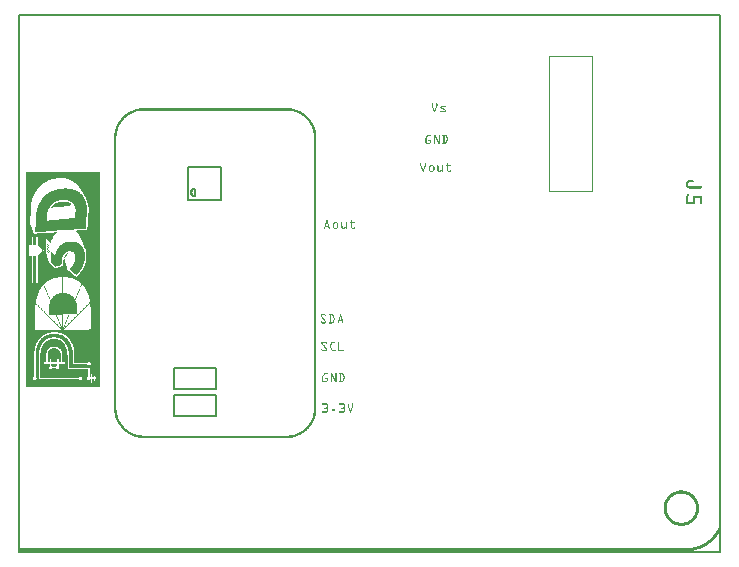
<source format=gto>
G04 MADE WITH FRITZING*
G04 WWW.FRITZING.ORG*
G04 DOUBLE SIDED*
G04 HOLES PLATED*
G04 CONTOUR ON CENTER OF CONTOUR VECTOR*
%ASAXBY*%
%FSLAX23Y23*%
%MOIN*%
%OFA0B0*%
%SFA1.0B1.0*%
%ADD10R,2.345570X1.799260X2.329570X1.783260*%
%ADD11C,0.008000*%
%ADD12R,0.145241X0.452910X0.137239X0.444908*%
%ADD13C,0.004001*%
%ADD14C,0.005000*%
%ADD15R,0.001000X0.001000*%
%LNSILK1*%
G90*
G70*
G54D11*
X4Y1795D02*
X2342Y1795D01*
X2342Y4D01*
X4Y4D01*
X4Y1795D01*
D02*
G54D13*
X1772Y1659D02*
X1913Y1659D01*
X1913Y1210D01*
X1772Y1210D01*
X1772Y1659D01*
D02*
G54D14*
X520Y459D02*
X520Y530D01*
D02*
X520Y530D02*
X662Y530D01*
D02*
X662Y530D02*
X662Y459D01*
D02*
X662Y459D02*
X520Y459D01*
D02*
X520Y549D02*
X520Y620D01*
D02*
X520Y620D02*
X662Y620D01*
D02*
X662Y620D02*
X662Y549D01*
D02*
X662Y549D02*
X520Y549D01*
G54D11*
D02*
X566Y1289D02*
X676Y1289D01*
D02*
X676Y1289D02*
X676Y1179D01*
D02*
X676Y1179D02*
X566Y1179D01*
D02*
X566Y1179D02*
X566Y1289D01*
D02*
X590Y1215D02*
X590Y1191D01*
G36*
X59Y1071D02*
X62Y1071D01*
X62Y1071D01*
X68Y1071D01*
X68Y1072D01*
X74Y1072D01*
X74Y1072D01*
X81Y1072D01*
X81Y1073D01*
X87Y1073D01*
X87Y1073D01*
X93Y1073D01*
X93Y1074D01*
X98Y1074D01*
X98Y1122D01*
X99Y1122D01*
X99Y1134D01*
X99Y1134D01*
X99Y1137D01*
X100Y1137D01*
X100Y1139D01*
X100Y1139D01*
X100Y1141D01*
X101Y1141D01*
X101Y1142D01*
X101Y1142D01*
X101Y1144D01*
X102Y1144D01*
X102Y1145D01*
X102Y1145D01*
X102Y1146D01*
X102Y1146D01*
X102Y1148D01*
X103Y1148D01*
X103Y1149D01*
X103Y1149D01*
X103Y1150D01*
X104Y1150D01*
X104Y1151D01*
X104Y1151D01*
X104Y1152D01*
X105Y1152D01*
X105Y1152D01*
X105Y1152D01*
X105Y1153D01*
X106Y1153D01*
X106Y1154D01*
X106Y1154D01*
X106Y1155D01*
X107Y1155D01*
X107Y1156D01*
X107Y1156D01*
X107Y1157D01*
X108Y1157D01*
X108Y1157D01*
X108Y1157D01*
X108Y1158D01*
X109Y1158D01*
X109Y1159D01*
X109Y1159D01*
X109Y1159D01*
X110Y1159D01*
X110Y1160D01*
X110Y1160D01*
X110Y1161D01*
X111Y1161D01*
X111Y1161D01*
X111Y1161D01*
X111Y1162D01*
X112Y1162D01*
X112Y1162D01*
X112Y1162D01*
X112Y1163D01*
X112Y1163D01*
X112Y1163D01*
X113Y1163D01*
X113Y1163D01*
X113Y1163D01*
X113Y1164D01*
X114Y1164D01*
X114Y1164D01*
X114Y1164D01*
X114Y1165D01*
X115Y1165D01*
X115Y1165D01*
X115Y1165D01*
X115Y1166D01*
X116Y1166D01*
X116Y1166D01*
X116Y1166D01*
X116Y1167D01*
X117Y1167D01*
X117Y1167D01*
X118Y1167D01*
X118Y1168D01*
X118Y1168D01*
X118Y1168D01*
X119Y1168D01*
X119Y1169D01*
X120Y1169D01*
X120Y1169D01*
X120Y1169D01*
X120Y1170D01*
X121Y1170D01*
X121Y1170D01*
X122Y1170D01*
X122Y1171D01*
X123Y1171D01*
X123Y1171D01*
X123Y1171D01*
X123Y1172D01*
X124Y1172D01*
X124Y1172D01*
X125Y1172D01*
X125Y1173D01*
X126Y1173D01*
X126Y1173D01*
X127Y1173D01*
X127Y1173D01*
X128Y1173D01*
X128Y1174D01*
X130Y1174D01*
X130Y1174D01*
X131Y1174D01*
X131Y1175D01*
X132Y1175D01*
X132Y1175D01*
X134Y1175D01*
X134Y1176D01*
X135Y1176D01*
X135Y1176D01*
X138Y1176D01*
X138Y1177D01*
X140Y1177D01*
X140Y1177D01*
X143Y1177D01*
X143Y1178D01*
X150Y1178D01*
X150Y1178D01*
X155Y1178D01*
X155Y1178D01*
X162Y1178D01*
X162Y1177D01*
X164Y1177D01*
X164Y1177D01*
X167Y1177D01*
X167Y1176D01*
X169Y1176D01*
X169Y1176D01*
X170Y1176D01*
X170Y1175D01*
X172Y1175D01*
X172Y1175D01*
X173Y1175D01*
X173Y1174D01*
X174Y1174D01*
X174Y1174D01*
X175Y1174D01*
X175Y1173D01*
X176Y1173D01*
X176Y1173D01*
X177Y1173D01*
X177Y1173D01*
X178Y1173D01*
X178Y1172D01*
X179Y1172D01*
X179Y1172D01*
X179Y1172D01*
X179Y1171D01*
X180Y1171D01*
X180Y1171D01*
X181Y1171D01*
X181Y1170D01*
X181Y1170D01*
X181Y1170D01*
X182Y1170D01*
X182Y1169D01*
X183Y1169D01*
X183Y1169D01*
X183Y1169D01*
X183Y1168D01*
X184Y1168D01*
X184Y1168D01*
X184Y1168D01*
X184Y1167D01*
X185Y1167D01*
X185Y1167D01*
X185Y1167D01*
X185Y1166D01*
X185Y1166D01*
X185Y1165D01*
X186Y1165D01*
X186Y1165D01*
X186Y1165D01*
X186Y1164D01*
X187Y1164D01*
X187Y1163D01*
X187Y1163D01*
X187Y1163D01*
X188Y1163D01*
X188Y1162D01*
X188Y1162D01*
X188Y1161D01*
X189Y1161D01*
X189Y1160D01*
X189Y1160D01*
X189Y1159D01*
X190Y1159D01*
X190Y1158D01*
X190Y1158D01*
X190Y1157D01*
X191Y1157D01*
X191Y1155D01*
X191Y1155D01*
X191Y1153D01*
X192Y1153D01*
X192Y1152D01*
X192Y1152D01*
X192Y1148D01*
X193Y1148D01*
X193Y1211D01*
X192Y1211D01*
X192Y1211D01*
X191Y1211D01*
X191Y1212D01*
X190Y1212D01*
X190Y1212D01*
X188Y1212D01*
X188Y1213D01*
X187Y1213D01*
X187Y1213D01*
X185Y1213D01*
X185Y1214D01*
X184Y1214D01*
X184Y1214D01*
X182Y1214D01*
X182Y1215D01*
X180Y1215D01*
X180Y1215D01*
X177Y1215D01*
X177Y1215D01*
X175Y1215D01*
X175Y1216D01*
X171Y1216D01*
X171Y1216D01*
X165Y1216D01*
X165Y1217D01*
X153Y1217D01*
X153Y1216D01*
X146Y1216D01*
X146Y1216D01*
X143Y1216D01*
X143Y1215D01*
X139Y1215D01*
X139Y1215D01*
X136Y1215D01*
X136Y1215D01*
X134Y1215D01*
X134Y1214D01*
X132Y1214D01*
X132Y1214D01*
X130Y1214D01*
X130Y1213D01*
X128Y1213D01*
X128Y1213D01*
X126Y1213D01*
X126Y1212D01*
X125Y1212D01*
X125Y1212D01*
X123Y1212D01*
X123Y1211D01*
X122Y1211D01*
X122Y1211D01*
X120Y1211D01*
X120Y1210D01*
X119Y1210D01*
X119Y1210D01*
X118Y1210D01*
X118Y1209D01*
X117Y1209D01*
X117Y1209D01*
X115Y1209D01*
X115Y1208D01*
X114Y1208D01*
X114Y1208D01*
X113Y1208D01*
X113Y1207D01*
X112Y1207D01*
X112Y1207D01*
X111Y1207D01*
X111Y1206D01*
X110Y1206D01*
X110Y1206D01*
X109Y1206D01*
X109Y1205D01*
X108Y1205D01*
X108Y1205D01*
X108Y1205D01*
X108Y1204D01*
X107Y1204D01*
X107Y1204D01*
X106Y1204D01*
X106Y1204D01*
X105Y1204D01*
X105Y1203D01*
X104Y1203D01*
X104Y1203D01*
X103Y1203D01*
X103Y1202D01*
X102Y1202D01*
X102Y1202D01*
X102Y1202D01*
X102Y1201D01*
X101Y1201D01*
X101Y1201D01*
X101Y1201D01*
X101Y1200D01*
X100Y1200D01*
X100Y1200D01*
X99Y1200D01*
X99Y1199D01*
X99Y1199D01*
X99Y1199D01*
X98Y1199D01*
X98Y1198D01*
X97Y1198D01*
X97Y1198D01*
X97Y1198D01*
X97Y1197D01*
X96Y1197D01*
X96Y1197D01*
X95Y1197D01*
X95Y1196D01*
X95Y1196D01*
X95Y1196D01*
X94Y1196D01*
X94Y1195D01*
X93Y1195D01*
X93Y1195D01*
X93Y1195D01*
X93Y1194D01*
X92Y1194D01*
X92Y1194D01*
X92Y1194D01*
X92Y1194D01*
X91Y1194D01*
X91Y1193D01*
X91Y1193D01*
X91Y1193D01*
X91Y1193D01*
X91Y1192D01*
X90Y1192D01*
X90Y1192D01*
X90Y1192D01*
X90Y1191D01*
X89Y1191D01*
X89Y1191D01*
X89Y1191D01*
X89Y1190D01*
X88Y1190D01*
X88Y1190D01*
X88Y1190D01*
X88Y1189D01*
X87Y1189D01*
X87Y1189D01*
X87Y1189D01*
X87Y1188D01*
X86Y1188D01*
X86Y1188D01*
X86Y1188D01*
X86Y1187D01*
X85Y1187D01*
X85Y1187D01*
X85Y1187D01*
X85Y1186D01*
X84Y1186D01*
X84Y1186D01*
X84Y1186D01*
X84Y1185D01*
X83Y1185D01*
X83Y1184D01*
X83Y1184D01*
X83Y1184D01*
X82Y1184D01*
X82Y1183D01*
X82Y1183D01*
X82Y1183D01*
X81Y1183D01*
X81Y1182D01*
X81Y1182D01*
X81Y1182D01*
X81Y1182D01*
X81Y1181D01*
X80Y1181D01*
X80Y1180D01*
X80Y1180D01*
X80Y1180D01*
X79Y1180D01*
X79Y1179D01*
X79Y1179D01*
X79Y1178D01*
X78Y1178D01*
X78Y1177D01*
X78Y1177D01*
X78Y1177D01*
X77Y1177D01*
X77Y1176D01*
X77Y1176D01*
X77Y1175D01*
X76Y1175D01*
X76Y1174D01*
X76Y1174D01*
X76Y1173D01*
X75Y1173D01*
X75Y1173D01*
X75Y1173D01*
X75Y1172D01*
X74Y1172D01*
X74Y1171D01*
X74Y1171D01*
X74Y1170D01*
X73Y1170D01*
X73Y1170D01*
X73Y1170D01*
X73Y1169D01*
X72Y1169D01*
X72Y1168D01*
X72Y1168D01*
X72Y1167D01*
X71Y1167D01*
X71Y1166D01*
X71Y1166D01*
X71Y1164D01*
X70Y1164D01*
X70Y1163D01*
X70Y1163D01*
X70Y1163D01*
X70Y1163D01*
X70Y1162D01*
X69Y1162D01*
X69Y1160D01*
X69Y1160D01*
X69Y1159D01*
X68Y1159D01*
X68Y1158D01*
X68Y1158D01*
X68Y1156D01*
X67Y1156D01*
X67Y1155D01*
X67Y1155D01*
X67Y1154D01*
X66Y1154D01*
X66Y1152D01*
X66Y1152D01*
X66Y1151D01*
X65Y1151D01*
X65Y1149D01*
X65Y1149D01*
X65Y1148D01*
X64Y1148D01*
X64Y1146D01*
X64Y1146D01*
X64Y1144D01*
X63Y1144D01*
X63Y1142D01*
X63Y1142D01*
X63Y1139D01*
X62Y1139D01*
X62Y1137D01*
X62Y1137D01*
X62Y1133D01*
X61Y1133D01*
X61Y1130D01*
X61Y1130D01*
X61Y1121D01*
X60Y1121D01*
X60Y1111D01*
X60Y1111D01*
X60Y1100D01*
X60Y1100D01*
X60Y1089D01*
X59Y1089D01*
X59Y1078D01*
X59Y1078D01*
X59Y1071D01*
G37*
D02*
G36*
X98Y1074D02*
X100Y1074D01*
X100Y1074D01*
X106Y1074D01*
X106Y1075D01*
X112Y1075D01*
X112Y1075D01*
X119Y1075D01*
X119Y1076D01*
X125Y1076D01*
X125Y1076D01*
X131Y1076D01*
X131Y1077D01*
X137Y1077D01*
X137Y1077D01*
X144Y1077D01*
X144Y1078D01*
X150Y1078D01*
X150Y1078D01*
X156Y1078D01*
X156Y1079D01*
X163Y1079D01*
X163Y1079D01*
X169Y1079D01*
X169Y1079D01*
X175Y1079D01*
X175Y1080D01*
X182Y1080D01*
X182Y1080D01*
X188Y1080D01*
X188Y1081D01*
X193Y1081D01*
X193Y1139D01*
X192Y1139D01*
X192Y1132D01*
X192Y1132D01*
X192Y1126D01*
X191Y1126D01*
X191Y1120D01*
X191Y1120D01*
X191Y1118D01*
X186Y1118D01*
X186Y1118D01*
X181Y1118D01*
X181Y1117D01*
X175Y1117D01*
X175Y1117D01*
X170Y1117D01*
X170Y1116D01*
X164Y1116D01*
X164Y1116D01*
X159Y1116D01*
X159Y1115D01*
X154Y1115D01*
X154Y1115D01*
X148Y1115D01*
X148Y1114D01*
X143Y1114D01*
X143Y1114D01*
X137Y1114D01*
X137Y1113D01*
X132Y1113D01*
X132Y1113D01*
X126Y1113D01*
X126Y1112D01*
X121Y1112D01*
X121Y1112D01*
X115Y1112D01*
X115Y1111D01*
X110Y1111D01*
X110Y1111D01*
X104Y1111D01*
X104Y1110D01*
X98Y1110D01*
X98Y1074D01*
G37*
D02*
G36*
X193Y1081D02*
X193Y1081D01*
X193Y1211D01*
X193Y1211D01*
X193Y1081D01*
G37*
D02*
G36*
X193Y1081D02*
X193Y1081D01*
X193Y1211D01*
X193Y1211D01*
X193Y1081D01*
G37*
D02*
G36*
X193Y1081D02*
X194Y1081D01*
X194Y1081D01*
X201Y1081D01*
X201Y1082D01*
X207Y1082D01*
X207Y1082D01*
X213Y1082D01*
X213Y1083D01*
X219Y1083D01*
X219Y1083D01*
X226Y1083D01*
X226Y1084D01*
X227Y1084D01*
X227Y1085D01*
X227Y1085D01*
X227Y1092D01*
X228Y1092D01*
X228Y1100D01*
X228Y1100D01*
X228Y1106D01*
X229Y1106D01*
X229Y1113D01*
X229Y1113D01*
X229Y1121D01*
X230Y1121D01*
X230Y1128D01*
X230Y1128D01*
X230Y1136D01*
X231Y1136D01*
X231Y1153D01*
X230Y1153D01*
X230Y1157D01*
X230Y1157D01*
X230Y1161D01*
X229Y1161D01*
X229Y1163D01*
X229Y1163D01*
X229Y1165D01*
X228Y1165D01*
X228Y1167D01*
X228Y1167D01*
X228Y1169D01*
X227Y1169D01*
X227Y1170D01*
X227Y1170D01*
X227Y1172D01*
X227Y1172D01*
X227Y1173D01*
X226Y1173D01*
X226Y1174D01*
X226Y1174D01*
X226Y1176D01*
X225Y1176D01*
X225Y1177D01*
X225Y1177D01*
X225Y1178D01*
X224Y1178D01*
X224Y1179D01*
X224Y1179D01*
X224Y1180D01*
X223Y1180D01*
X223Y1182D01*
X223Y1182D01*
X223Y1183D01*
X222Y1183D01*
X222Y1183D01*
X222Y1183D01*
X222Y1184D01*
X221Y1184D01*
X221Y1185D01*
X221Y1185D01*
X221Y1186D01*
X220Y1186D01*
X220Y1187D01*
X220Y1187D01*
X220Y1187D01*
X219Y1187D01*
X219Y1188D01*
X219Y1188D01*
X219Y1189D01*
X218Y1189D01*
X218Y1190D01*
X218Y1190D01*
X218Y1190D01*
X217Y1190D01*
X217Y1191D01*
X217Y1191D01*
X217Y1192D01*
X217Y1192D01*
X217Y1192D01*
X216Y1192D01*
X216Y1193D01*
X216Y1193D01*
X216Y1194D01*
X215Y1194D01*
X215Y1194D01*
X215Y1194D01*
X215Y1194D01*
X214Y1194D01*
X214Y1195D01*
X214Y1195D01*
X214Y1196D01*
X213Y1196D01*
X213Y1196D01*
X213Y1196D01*
X213Y1197D01*
X212Y1197D01*
X212Y1197D01*
X212Y1197D01*
X212Y1198D01*
X211Y1198D01*
X211Y1198D01*
X211Y1198D01*
X211Y1199D01*
X210Y1199D01*
X210Y1199D01*
X210Y1199D01*
X210Y1200D01*
X209Y1200D01*
X209Y1200D01*
X209Y1200D01*
X209Y1201D01*
X208Y1201D01*
X208Y1201D01*
X208Y1201D01*
X208Y1202D01*
X207Y1202D01*
X207Y1202D01*
X206Y1202D01*
X206Y1203D01*
X206Y1203D01*
X206Y1203D01*
X206Y1203D01*
X206Y1204D01*
X205Y1204D01*
X205Y1204D01*
X204Y1204D01*
X204Y1204D01*
X204Y1204D01*
X204Y1205D01*
X203Y1205D01*
X203Y1205D01*
X202Y1205D01*
X202Y1206D01*
X201Y1206D01*
X201Y1206D01*
X200Y1206D01*
X200Y1207D01*
X200Y1207D01*
X200Y1207D01*
X199Y1207D01*
X199Y1208D01*
X198Y1208D01*
X198Y1208D01*
X197Y1208D01*
X197Y1209D01*
X196Y1209D01*
X196Y1209D01*
X195Y1209D01*
X195Y1210D01*
X194Y1210D01*
X194Y1210D01*
X193Y1210D01*
X193Y1081D01*
G37*
D02*
G36*
X98Y1007D02*
X98Y1007D01*
X98Y1007D01*
X99Y1007D01*
X99Y1006D01*
X99Y1006D01*
X99Y1006D01*
X100Y1006D01*
X100Y1008D01*
X99Y1008D01*
X99Y1008D01*
X99Y1008D01*
X99Y1009D01*
X98Y1009D01*
X98Y1009D01*
X98Y1009D01*
X98Y1007D01*
G37*
D02*
G36*
X98Y1012D02*
X99Y1012D01*
X99Y1011D01*
X99Y1011D01*
X99Y1011D01*
X100Y1011D01*
X100Y1013D01*
X100Y1013D01*
X100Y1013D01*
X100Y1013D01*
X100Y1014D01*
X99Y1014D01*
X99Y1014D01*
X98Y1014D01*
X98Y1012D01*
G37*
D02*
G36*
X98Y1017D02*
X99Y1017D01*
X99Y1016D01*
X100Y1016D01*
X100Y1016D01*
X100Y1016D01*
X100Y1019D01*
X100Y1019D01*
X100Y1019D01*
X99Y1019D01*
X99Y1020D01*
X99Y1020D01*
X99Y1019D01*
X98Y1019D01*
X98Y1017D01*
G37*
D02*
G36*
X99Y1022D02*
X100Y1022D01*
X100Y1022D01*
X100Y1022D01*
X100Y1021D01*
X101Y1021D01*
X101Y1024D01*
X100Y1024D01*
X100Y1025D01*
X100Y1025D01*
X100Y1025D01*
X99Y1025D01*
X99Y1022D01*
G37*
D02*
G36*
X99Y1027D02*
X100Y1027D01*
X100Y1027D01*
X101Y1027D01*
X101Y1028D01*
X101Y1028D01*
X101Y1030D01*
X100Y1030D01*
X100Y1030D01*
X100Y1030D01*
X100Y1031D01*
X99Y1031D01*
X99Y1027D01*
G37*
D02*
G36*
X100Y1033D02*
X100Y1033D01*
X100Y1033D01*
X101Y1033D01*
X101Y1034D01*
X100Y1034D01*
X100Y1035D01*
X100Y1035D01*
X100Y1033D01*
G37*
D02*
G36*
X100Y638D02*
X108Y638D01*
X108Y649D01*
X112Y649D01*
X112Y638D01*
X131Y638D01*
X131Y649D01*
X136Y649D01*
X136Y638D01*
X143Y638D01*
X143Y668D01*
X143Y668D01*
X143Y670D01*
X142Y670D01*
X142Y671D01*
X142Y671D01*
X142Y672D01*
X141Y672D01*
X141Y673D01*
X141Y673D01*
X141Y674D01*
X140Y674D01*
X140Y675D01*
X140Y675D01*
X140Y676D01*
X139Y676D01*
X139Y676D01*
X139Y676D01*
X139Y677D01*
X138Y677D01*
X138Y678D01*
X138Y678D01*
X138Y678D01*
X137Y678D01*
X137Y679D01*
X137Y679D01*
X137Y679D01*
X136Y679D01*
X136Y680D01*
X135Y680D01*
X135Y680D01*
X135Y680D01*
X135Y681D01*
X134Y681D01*
X134Y681D01*
X133Y681D01*
X133Y681D01*
X133Y681D01*
X133Y682D01*
X132Y682D01*
X132Y682D01*
X131Y682D01*
X131Y683D01*
X130Y683D01*
X130Y683D01*
X129Y683D01*
X129Y684D01*
X127Y684D01*
X127Y684D01*
X124Y684D01*
X124Y685D01*
X119Y685D01*
X119Y684D01*
X117Y684D01*
X117Y684D01*
X115Y684D01*
X115Y683D01*
X114Y683D01*
X114Y683D01*
X113Y683D01*
X113Y682D01*
X112Y682D01*
X112Y682D01*
X111Y682D01*
X111Y681D01*
X110Y681D01*
X110Y681D01*
X110Y681D01*
X110Y681D01*
X109Y681D01*
X109Y680D01*
X108Y680D01*
X108Y680D01*
X108Y680D01*
X108Y679D01*
X107Y679D01*
X107Y679D01*
X107Y679D01*
X107Y678D01*
X106Y678D01*
X106Y678D01*
X106Y678D01*
X106Y677D01*
X105Y677D01*
X105Y677D01*
X105Y677D01*
X105Y676D01*
X104Y676D01*
X104Y676D01*
X104Y676D01*
X104Y675D01*
X103Y675D01*
X103Y674D01*
X103Y674D01*
X103Y674D01*
X102Y674D01*
X102Y673D01*
X102Y673D01*
X102Y672D01*
X102Y672D01*
X102Y671D01*
X101Y671D01*
X101Y670D01*
X101Y670D01*
X101Y668D01*
X100Y668D01*
X100Y638D01*
G37*
D02*
G36*
X102Y1004D02*
X102Y1004D01*
X102Y1004D01*
X102Y1004D01*
X102Y1003D01*
X103Y1003D01*
X103Y1004D01*
X103Y1004D01*
X103Y1005D01*
X103Y1005D01*
X103Y1006D01*
X102Y1006D01*
X102Y1006D01*
X102Y1006D01*
X102Y1004D01*
G37*
D02*
G36*
X102Y1009D02*
X102Y1009D01*
X102Y1008D01*
X102Y1008D01*
X102Y1008D01*
X103Y1008D01*
X103Y1010D01*
X103Y1010D01*
X103Y1011D01*
X102Y1011D01*
X102Y1011D01*
X102Y1011D01*
X102Y1012D01*
X102Y1012D01*
X102Y1009D01*
G37*
D02*
G36*
X102Y1014D02*
X102Y1014D01*
X102Y1014D01*
X103Y1014D01*
X103Y1013D01*
X103Y1013D01*
X103Y1013D01*
X104Y1013D01*
X104Y1016D01*
X103Y1016D01*
X103Y1016D01*
X102Y1016D01*
X102Y1017D01*
X102Y1017D01*
X102Y1014D01*
G37*
D02*
G36*
X102Y1019D02*
X103Y1019D01*
X103Y1019D01*
X103Y1019D01*
X103Y1018D01*
X104Y1018D01*
X104Y1020D01*
X104Y1020D01*
X104Y1021D01*
X104Y1021D01*
X104Y1022D01*
X103Y1022D01*
X103Y1022D01*
X102Y1022D01*
X102Y1019D01*
G37*
D02*
G36*
X102Y1025D02*
X103Y1025D01*
X103Y1025D01*
X103Y1025D01*
X103Y1026D01*
X103Y1026D01*
X103Y1027D01*
X102Y1027D01*
X102Y1025D01*
G37*
D02*
G36*
X103Y993D02*
X104Y993D01*
X104Y993D01*
X103Y993D01*
X103Y993D01*
G37*
D02*
G36*
X27Y556D02*
X39Y556D01*
X39Y1027D01*
X41Y1027D01*
X41Y1103D01*
X42Y1103D01*
X42Y1114D01*
X42Y1114D01*
X42Y1125D01*
X43Y1125D01*
X43Y1135D01*
X43Y1135D01*
X43Y1145D01*
X44Y1145D01*
X44Y1155D01*
X44Y1155D01*
X44Y1164D01*
X45Y1164D01*
X45Y1169D01*
X45Y1169D01*
X45Y1172D01*
X46Y1172D01*
X46Y1174D01*
X46Y1174D01*
X46Y1175D01*
X47Y1175D01*
X47Y1177D01*
X47Y1177D01*
X47Y1179D01*
X48Y1179D01*
X48Y1180D01*
X48Y1180D01*
X48Y1182D01*
X49Y1182D01*
X49Y1183D01*
X49Y1183D01*
X49Y1184D01*
X49Y1184D01*
X49Y1185D01*
X50Y1185D01*
X50Y1187D01*
X50Y1187D01*
X50Y1188D01*
X51Y1188D01*
X51Y1189D01*
X51Y1189D01*
X51Y1190D01*
X52Y1190D01*
X52Y1191D01*
X52Y1191D01*
X52Y1192D01*
X53Y1192D01*
X53Y1194D01*
X53Y1194D01*
X53Y1194D01*
X54Y1194D01*
X54Y1195D01*
X54Y1195D01*
X54Y1196D01*
X55Y1196D01*
X55Y1197D01*
X55Y1197D01*
X55Y1198D01*
X56Y1198D01*
X56Y1199D01*
X56Y1199D01*
X56Y1200D01*
X57Y1200D01*
X57Y1201D01*
X57Y1201D01*
X57Y1202D01*
X58Y1202D01*
X58Y1203D01*
X58Y1203D01*
X58Y1203D01*
X59Y1203D01*
X59Y1204D01*
X59Y1204D01*
X59Y1205D01*
X60Y1205D01*
X60Y1205D01*
X60Y1205D01*
X60Y1206D01*
X60Y1206D01*
X60Y1207D01*
X61Y1207D01*
X61Y1208D01*
X61Y1208D01*
X61Y1209D01*
X62Y1209D01*
X62Y1209D01*
X62Y1209D01*
X62Y1210D01*
X63Y1210D01*
X63Y1211D01*
X63Y1211D01*
X63Y1211D01*
X64Y1211D01*
X64Y1212D01*
X64Y1212D01*
X64Y1213D01*
X65Y1213D01*
X65Y1213D01*
X65Y1213D01*
X65Y1214D01*
X66Y1214D01*
X66Y1215D01*
X66Y1215D01*
X66Y1215D01*
X67Y1215D01*
X67Y1216D01*
X67Y1216D01*
X67Y1216D01*
X68Y1216D01*
X68Y1217D01*
X68Y1217D01*
X68Y1217D01*
X69Y1217D01*
X69Y1218D01*
X69Y1218D01*
X69Y1219D01*
X70Y1219D01*
X70Y1219D01*
X70Y1219D01*
X70Y1220D01*
X70Y1220D01*
X70Y1220D01*
X71Y1220D01*
X71Y1221D01*
X71Y1221D01*
X71Y1221D01*
X72Y1221D01*
X72Y1222D01*
X72Y1222D01*
X72Y1222D01*
X73Y1222D01*
X73Y1223D01*
X73Y1223D01*
X73Y1224D01*
X74Y1224D01*
X74Y1224D01*
X74Y1224D01*
X74Y1225D01*
X75Y1225D01*
X75Y1225D01*
X75Y1225D01*
X75Y1225D01*
X76Y1225D01*
X76Y1226D01*
X77Y1226D01*
X77Y1226D01*
X77Y1226D01*
X77Y1227D01*
X78Y1227D01*
X78Y1227D01*
X78Y1227D01*
X78Y1228D01*
X79Y1228D01*
X79Y1228D01*
X79Y1228D01*
X79Y1229D01*
X80Y1229D01*
X80Y1229D01*
X80Y1229D01*
X80Y1230D01*
X81Y1230D01*
X81Y1230D01*
X81Y1230D01*
X81Y1231D01*
X82Y1231D01*
X82Y1231D01*
X82Y1231D01*
X82Y1232D01*
X83Y1232D01*
X83Y1232D01*
X84Y1232D01*
X84Y1233D01*
X84Y1233D01*
X84Y1233D01*
X85Y1233D01*
X85Y1234D01*
X86Y1234D01*
X86Y1234D01*
X86Y1234D01*
X86Y1235D01*
X87Y1235D01*
X87Y1235D01*
X88Y1235D01*
X88Y1236D01*
X88Y1236D01*
X88Y1236D01*
X89Y1236D01*
X89Y1236D01*
X90Y1236D01*
X90Y1237D01*
X91Y1237D01*
X91Y1237D01*
X91Y1237D01*
X91Y1238D01*
X92Y1238D01*
X92Y1238D01*
X93Y1238D01*
X93Y1239D01*
X94Y1239D01*
X94Y1239D01*
X94Y1239D01*
X94Y1240D01*
X95Y1240D01*
X95Y1240D01*
X96Y1240D01*
X96Y1241D01*
X97Y1241D01*
X97Y1241D01*
X98Y1241D01*
X98Y1242D01*
X99Y1242D01*
X99Y1242D01*
X100Y1242D01*
X100Y1243D01*
X101Y1243D01*
X101Y1243D01*
X102Y1243D01*
X102Y1244D01*
X103Y1244D01*
X103Y1244D01*
X104Y1244D01*
X104Y1245D01*
X105Y1245D01*
X105Y1245D01*
X107Y1245D01*
X107Y1246D01*
X108Y1246D01*
X108Y1246D01*
X109Y1246D01*
X109Y1246D01*
X111Y1246D01*
X111Y1247D01*
X112Y1247D01*
X112Y1247D01*
X114Y1247D01*
X114Y1248D01*
X115Y1248D01*
X115Y1248D01*
X117Y1248D01*
X117Y1249D01*
X119Y1249D01*
X119Y1249D01*
X121Y1249D01*
X121Y1250D01*
X123Y1250D01*
X123Y1250D01*
X126Y1250D01*
X126Y1251D01*
X130Y1251D01*
X130Y1251D01*
X134Y1251D01*
X134Y1252D01*
X143Y1252D01*
X143Y1252D01*
X147Y1252D01*
X147Y1252D01*
X154Y1252D01*
X154Y1251D01*
X157Y1251D01*
X157Y1251D01*
X160Y1251D01*
X160Y1250D01*
X162Y1250D01*
X162Y1250D01*
X164Y1250D01*
X164Y1249D01*
X165Y1249D01*
X165Y1249D01*
X167Y1249D01*
X167Y1248D01*
X168Y1248D01*
X168Y1248D01*
X170Y1248D01*
X170Y1247D01*
X171Y1247D01*
X171Y1247D01*
X172Y1247D01*
X172Y1246D01*
X173Y1246D01*
X173Y1246D01*
X174Y1246D01*
X174Y1246D01*
X175Y1246D01*
X175Y1245D01*
X176Y1245D01*
X176Y1245D01*
X177Y1245D01*
X177Y1244D01*
X178Y1244D01*
X178Y1244D01*
X179Y1244D01*
X179Y1243D01*
X180Y1243D01*
X180Y1243D01*
X181Y1243D01*
X181Y1242D01*
X181Y1242D01*
X181Y1242D01*
X182Y1242D01*
X182Y1241D01*
X183Y1241D01*
X183Y1241D01*
X184Y1241D01*
X184Y1240D01*
X185Y1240D01*
X185Y1240D01*
X185Y1240D01*
X185Y1239D01*
X186Y1239D01*
X186Y1239D01*
X186Y1239D01*
X186Y1238D01*
X187Y1238D01*
X187Y1238D01*
X188Y1238D01*
X188Y1237D01*
X188Y1237D01*
X188Y1237D01*
X189Y1237D01*
X189Y1236D01*
X190Y1236D01*
X190Y1236D01*
X190Y1236D01*
X190Y1236D01*
X191Y1236D01*
X191Y1235D01*
X191Y1235D01*
X191Y1235D01*
X192Y1235D01*
X192Y1234D01*
X193Y1234D01*
X193Y1234D01*
X193Y1234D01*
X193Y1233D01*
X194Y1233D01*
X194Y1233D01*
X194Y1233D01*
X194Y1232D01*
X195Y1232D01*
X195Y1232D01*
X195Y1232D01*
X195Y1231D01*
X196Y1231D01*
X196Y1231D01*
X196Y1231D01*
X196Y1230D01*
X196Y1230D01*
X196Y1230D01*
X197Y1230D01*
X197Y1229D01*
X197Y1229D01*
X197Y1229D01*
X198Y1229D01*
X198Y1228D01*
X198Y1228D01*
X198Y1228D01*
X199Y1228D01*
X199Y1227D01*
X199Y1227D01*
X199Y1227D01*
X200Y1227D01*
X200Y1226D01*
X200Y1226D01*
X200Y1226D01*
X201Y1226D01*
X201Y1225D01*
X201Y1225D01*
X201Y1225D01*
X202Y1225D01*
X202Y1224D01*
X202Y1224D01*
X202Y1224D01*
X203Y1224D01*
X203Y1223D01*
X203Y1223D01*
X203Y1223D01*
X204Y1223D01*
X204Y1222D01*
X204Y1222D01*
X204Y1221D01*
X205Y1221D01*
X205Y1221D01*
X205Y1221D01*
X205Y1220D01*
X206Y1220D01*
X206Y1219D01*
X206Y1219D01*
X206Y1219D01*
X206Y1219D01*
X206Y1218D01*
X207Y1218D01*
X207Y1218D01*
X207Y1218D01*
X207Y1217D01*
X208Y1217D01*
X208Y1216D01*
X208Y1216D01*
X208Y1215D01*
X209Y1215D01*
X209Y1215D01*
X209Y1215D01*
X209Y1215D01*
X210Y1215D01*
X210Y1214D01*
X210Y1214D01*
X210Y1213D01*
X211Y1213D01*
X211Y1212D01*
X211Y1212D01*
X211Y1212D01*
X212Y1212D01*
X212Y1211D01*
X212Y1211D01*
X212Y1210D01*
X213Y1210D01*
X213Y1209D01*
X213Y1209D01*
X213Y1208D01*
X214Y1208D01*
X214Y1208D01*
X214Y1208D01*
X214Y1207D01*
X215Y1207D01*
X215Y1206D01*
X215Y1206D01*
X215Y1205D01*
X216Y1205D01*
X216Y1204D01*
X216Y1204D01*
X216Y1204D01*
X217Y1204D01*
X217Y1203D01*
X217Y1203D01*
X217Y1202D01*
X217Y1202D01*
X217Y1201D01*
X218Y1201D01*
X218Y1200D01*
X218Y1200D01*
X218Y1199D01*
X219Y1199D01*
X219Y1198D01*
X219Y1198D01*
X219Y1197D01*
X220Y1197D01*
X220Y1196D01*
X220Y1196D01*
X220Y1195D01*
X221Y1195D01*
X221Y1194D01*
X221Y1194D01*
X221Y1194D01*
X222Y1194D01*
X222Y1193D01*
X222Y1193D01*
X222Y1192D01*
X223Y1192D01*
X223Y1192D01*
X223Y1192D01*
X223Y1191D01*
X224Y1191D01*
X224Y1190D01*
X224Y1190D01*
X224Y1189D01*
X225Y1189D01*
X225Y1188D01*
X225Y1188D01*
X225Y1188D01*
X226Y1188D01*
X226Y1187D01*
X226Y1187D01*
X226Y1186D01*
X227Y1186D01*
X227Y1185D01*
X227Y1185D01*
X227Y1184D01*
X227Y1184D01*
X227Y1183D01*
X228Y1183D01*
X228Y1182D01*
X228Y1182D01*
X228Y1181D01*
X229Y1181D01*
X229Y1180D01*
X229Y1180D01*
X229Y1179D01*
X230Y1179D01*
X230Y1177D01*
X230Y1177D01*
X230Y1176D01*
X231Y1176D01*
X231Y1175D01*
X231Y1175D01*
X231Y1173D01*
X232Y1173D01*
X232Y1172D01*
X232Y1172D01*
X232Y1170D01*
X233Y1170D01*
X233Y1168D01*
X233Y1168D01*
X233Y1166D01*
X234Y1166D01*
X234Y1164D01*
X234Y1164D01*
X234Y1162D01*
X235Y1162D01*
X235Y1159D01*
X235Y1159D01*
X235Y1155D01*
X236Y1155D01*
X236Y1149D01*
X236Y1149D01*
X236Y1271D01*
X27Y1271D01*
X27Y556D01*
G37*
D02*
G36*
X39Y556D02*
X51Y556D01*
X51Y586D01*
X52Y586D01*
X52Y587D01*
X52Y587D01*
X52Y587D01*
X53Y587D01*
X53Y588D01*
X53Y588D01*
X53Y588D01*
X54Y588D01*
X54Y589D01*
X55Y589D01*
X55Y671D01*
X55Y671D01*
X55Y675D01*
X56Y675D01*
X56Y678D01*
X56Y678D01*
X56Y681D01*
X57Y681D01*
X57Y683D01*
X57Y683D01*
X57Y685D01*
X58Y685D01*
X58Y687D01*
X58Y687D01*
X58Y689D01*
X59Y689D01*
X59Y825D01*
X59Y825D01*
X59Y830D01*
X60Y830D01*
X60Y832D01*
X60Y832D01*
X60Y838D01*
X60Y838D01*
X60Y841D01*
X61Y841D01*
X61Y843D01*
X61Y843D01*
X61Y846D01*
X62Y846D01*
X62Y848D01*
X62Y848D01*
X62Y850D01*
X63Y850D01*
X63Y852D01*
X63Y852D01*
X63Y853D01*
X64Y853D01*
X64Y855D01*
X64Y855D01*
X64Y857D01*
X65Y857D01*
X65Y859D01*
X65Y859D01*
X65Y860D01*
X66Y860D01*
X66Y861D01*
X66Y861D01*
X66Y862D01*
X67Y862D01*
X67Y864D01*
X67Y864D01*
X67Y865D01*
X68Y865D01*
X68Y866D01*
X68Y866D01*
X68Y868D01*
X69Y868D01*
X69Y869D01*
X69Y869D01*
X69Y870D01*
X70Y870D01*
X70Y871D01*
X70Y871D01*
X70Y872D01*
X70Y872D01*
X70Y873D01*
X71Y873D01*
X71Y874D01*
X71Y874D01*
X71Y875D01*
X72Y875D01*
X72Y876D01*
X72Y876D01*
X72Y877D01*
X73Y877D01*
X73Y878D01*
X73Y878D01*
X73Y879D01*
X74Y879D01*
X74Y880D01*
X74Y880D01*
X74Y880D01*
X75Y880D01*
X75Y881D01*
X75Y881D01*
X75Y882D01*
X76Y882D01*
X76Y883D01*
X76Y883D01*
X76Y883D01*
X77Y883D01*
X77Y884D01*
X77Y884D01*
X77Y885D01*
X78Y885D01*
X78Y886D01*
X78Y886D01*
X78Y886D01*
X79Y886D01*
X79Y887D01*
X79Y887D01*
X79Y888D01*
X80Y888D01*
X80Y888D01*
X80Y888D01*
X80Y889D01*
X81Y889D01*
X81Y890D01*
X81Y890D01*
X81Y1006D01*
X81Y1006D01*
X81Y1006D01*
X80Y1006D01*
X80Y1005D01*
X80Y1005D01*
X80Y1005D01*
X79Y1005D01*
X79Y1004D01*
X79Y1004D01*
X79Y1004D01*
X78Y1004D01*
X78Y1003D01*
X78Y1003D01*
X78Y1003D01*
X77Y1003D01*
X77Y1002D01*
X77Y1002D01*
X77Y1002D01*
X76Y1002D01*
X76Y1001D01*
X76Y1001D01*
X76Y1001D01*
X75Y1001D01*
X75Y1000D01*
X75Y1000D01*
X75Y1000D01*
X74Y1000D01*
X74Y999D01*
X74Y999D01*
X74Y999D01*
X73Y999D01*
X73Y998D01*
X73Y998D01*
X73Y998D01*
X72Y998D01*
X72Y997D01*
X72Y997D01*
X72Y997D01*
X71Y997D01*
X71Y996D01*
X71Y996D01*
X71Y996D01*
X70Y996D01*
X70Y995D01*
X70Y995D01*
X70Y995D01*
X70Y995D01*
X70Y995D01*
X69Y995D01*
X69Y994D01*
X69Y994D01*
X69Y994D01*
X68Y994D01*
X68Y993D01*
X66Y993D01*
X66Y903D01*
X60Y903D01*
X60Y993D01*
X52Y993D01*
X52Y903D01*
X46Y903D01*
X46Y993D01*
X39Y993D01*
X39Y556D01*
G37*
D02*
G36*
X41Y1027D02*
X46Y1027D01*
X46Y1056D01*
X52Y1056D01*
X52Y1027D01*
X60Y1027D01*
X60Y1056D01*
X66Y1056D01*
X66Y1027D01*
X68Y1027D01*
X68Y1027D01*
X69Y1027D01*
X69Y1026D01*
X69Y1026D01*
X69Y1026D01*
X70Y1026D01*
X70Y1026D01*
X70Y1026D01*
X70Y1025D01*
X70Y1025D01*
X70Y1025D01*
X71Y1025D01*
X71Y1024D01*
X71Y1024D01*
X71Y1024D01*
X72Y1024D01*
X72Y1023D01*
X72Y1023D01*
X72Y1023D01*
X73Y1023D01*
X73Y1022D01*
X73Y1022D01*
X73Y1022D01*
X74Y1022D01*
X74Y1021D01*
X74Y1021D01*
X74Y1021D01*
X75Y1021D01*
X75Y1020D01*
X75Y1020D01*
X75Y1020D01*
X76Y1020D01*
X76Y1019D01*
X76Y1019D01*
X76Y1019D01*
X77Y1019D01*
X77Y1018D01*
X77Y1018D01*
X77Y1018D01*
X78Y1018D01*
X78Y1017D01*
X78Y1017D01*
X78Y1017D01*
X79Y1017D01*
X79Y1016D01*
X79Y1016D01*
X79Y1016D01*
X80Y1016D01*
X80Y1016D01*
X80Y1016D01*
X80Y1015D01*
X81Y1015D01*
X81Y1015D01*
X81Y1015D01*
X81Y1068D01*
X76Y1068D01*
X76Y1067D01*
X70Y1067D01*
X70Y1067D01*
X63Y1067D01*
X63Y1066D01*
X57Y1066D01*
X57Y1066D01*
X53Y1066D01*
X53Y1068D01*
X53Y1068D01*
X53Y1069D01*
X52Y1069D01*
X52Y1070D01*
X52Y1070D01*
X52Y1072D01*
X51Y1072D01*
X51Y1073D01*
X51Y1073D01*
X51Y1074D01*
X50Y1074D01*
X50Y1076D01*
X50Y1076D01*
X50Y1077D01*
X49Y1077D01*
X49Y1079D01*
X49Y1079D01*
X49Y1079D01*
X49Y1079D01*
X49Y1081D01*
X48Y1081D01*
X48Y1082D01*
X48Y1082D01*
X48Y1083D01*
X47Y1083D01*
X47Y1085D01*
X47Y1085D01*
X47Y1086D01*
X46Y1086D01*
X46Y1087D01*
X46Y1087D01*
X46Y1089D01*
X45Y1089D01*
X45Y1090D01*
X45Y1090D01*
X45Y1091D01*
X44Y1091D01*
X44Y1092D01*
X44Y1092D01*
X44Y1094D01*
X43Y1094D01*
X43Y1095D01*
X43Y1095D01*
X43Y1096D01*
X42Y1096D01*
X42Y1098D01*
X42Y1098D01*
X42Y1099D01*
X41Y1099D01*
X41Y1027D01*
G37*
D02*
G36*
X51Y556D02*
X63Y556D01*
X63Y582D01*
X62Y582D01*
X62Y581D01*
X62Y581D01*
X62Y580D01*
X61Y580D01*
X61Y579D01*
X60Y579D01*
X60Y579D01*
X60Y579D01*
X60Y578D01*
X59Y578D01*
X59Y578D01*
X56Y578D01*
X56Y578D01*
X54Y578D01*
X54Y579D01*
X54Y579D01*
X54Y579D01*
X53Y579D01*
X53Y580D01*
X52Y580D01*
X52Y581D01*
X52Y581D01*
X52Y582D01*
X51Y582D01*
X51Y556D01*
G37*
D02*
G36*
X59Y691D02*
X59Y691D01*
X59Y692D01*
X60Y692D01*
X60Y693D01*
X60Y693D01*
X60Y695D01*
X60Y695D01*
X60Y696D01*
X61Y696D01*
X61Y697D01*
X61Y697D01*
X61Y698D01*
X62Y698D01*
X62Y700D01*
X62Y700D01*
X62Y701D01*
X63Y701D01*
X63Y702D01*
X63Y702D01*
X63Y702D01*
X64Y702D01*
X64Y703D01*
X64Y703D01*
X64Y704D01*
X65Y704D01*
X65Y705D01*
X65Y705D01*
X65Y706D01*
X66Y706D01*
X66Y707D01*
X66Y707D01*
X66Y708D01*
X67Y708D01*
X67Y709D01*
X67Y709D01*
X67Y709D01*
X68Y709D01*
X68Y710D01*
X68Y710D01*
X68Y711D01*
X69Y711D01*
X69Y712D01*
X69Y712D01*
X69Y712D01*
X70Y712D01*
X70Y713D01*
X70Y713D01*
X70Y713D01*
X70Y713D01*
X70Y714D01*
X71Y714D01*
X71Y715D01*
X71Y715D01*
X71Y715D01*
X72Y715D01*
X72Y716D01*
X72Y716D01*
X72Y716D01*
X73Y716D01*
X73Y717D01*
X73Y717D01*
X73Y718D01*
X74Y718D01*
X74Y718D01*
X74Y718D01*
X74Y719D01*
X75Y719D01*
X75Y719D01*
X75Y719D01*
X75Y720D01*
X76Y720D01*
X76Y720D01*
X76Y720D01*
X76Y721D01*
X77Y721D01*
X77Y721D01*
X77Y721D01*
X77Y722D01*
X78Y722D01*
X78Y722D01*
X78Y722D01*
X78Y723D01*
X79Y723D01*
X79Y723D01*
X80Y723D01*
X80Y723D01*
X80Y723D01*
X80Y724D01*
X81Y724D01*
X81Y724D01*
X81Y724D01*
X81Y725D01*
X82Y725D01*
X82Y725D01*
X82Y725D01*
X82Y726D01*
X83Y726D01*
X83Y726D01*
X84Y726D01*
X84Y727D01*
X84Y727D01*
X84Y727D01*
X85Y727D01*
X85Y728D01*
X86Y728D01*
X86Y728D01*
X87Y728D01*
X87Y729D01*
X88Y729D01*
X88Y729D01*
X88Y729D01*
X88Y730D01*
X89Y730D01*
X89Y730D01*
X90Y730D01*
X90Y731D01*
X91Y731D01*
X91Y731D01*
X92Y731D01*
X92Y732D01*
X93Y732D01*
X93Y732D01*
X94Y732D01*
X94Y733D01*
X95Y733D01*
X95Y733D01*
X97Y733D01*
X97Y734D01*
X98Y734D01*
X98Y734D01*
X100Y734D01*
X100Y734D01*
X101Y734D01*
X101Y735D01*
X103Y735D01*
X103Y735D01*
X105Y735D01*
X105Y736D01*
X107Y736D01*
X107Y736D01*
X110Y736D01*
X110Y737D01*
X114Y737D01*
X114Y737D01*
X130Y737D01*
X130Y737D01*
X133Y737D01*
X133Y736D01*
X136Y736D01*
X136Y736D01*
X139Y736D01*
X139Y735D01*
X141Y735D01*
X141Y735D01*
X143Y735D01*
X143Y734D01*
X144Y734D01*
X144Y734D01*
X145Y734D01*
X145Y734D01*
X147Y734D01*
X147Y745D01*
X126Y745D01*
X126Y744D01*
X98Y744D01*
X98Y744D01*
X70Y744D01*
X70Y744D01*
X59Y744D01*
X59Y691D01*
G37*
D02*
G36*
X60Y589D02*
X60Y589D01*
X60Y588D01*
X61Y588D01*
X61Y588D01*
X61Y588D01*
X61Y587D01*
X62Y587D01*
X62Y587D01*
X62Y587D01*
X62Y586D01*
X63Y586D01*
X63Y686D01*
X62Y686D01*
X62Y684D01*
X62Y684D01*
X62Y681D01*
X61Y681D01*
X61Y679D01*
X61Y679D01*
X61Y677D01*
X60Y677D01*
X60Y673D01*
X60Y673D01*
X60Y668D01*
X60Y668D01*
X60Y589D01*
G37*
D02*
G36*
X60Y832D02*
X60Y832D01*
X60Y831D01*
X61Y831D01*
X61Y831D01*
X61Y831D01*
X61Y830D01*
X62Y830D01*
X62Y830D01*
X62Y830D01*
X62Y829D01*
X63Y829D01*
X63Y829D01*
X63Y829D01*
X63Y828D01*
X64Y828D01*
X64Y828D01*
X64Y828D01*
X64Y828D01*
X65Y828D01*
X65Y827D01*
X65Y827D01*
X65Y827D01*
X66Y827D01*
X66Y826D01*
X66Y826D01*
X66Y826D01*
X67Y826D01*
X67Y825D01*
X67Y825D01*
X67Y825D01*
X68Y825D01*
X68Y824D01*
X68Y824D01*
X68Y824D01*
X69Y824D01*
X69Y823D01*
X69Y823D01*
X69Y823D01*
X70Y823D01*
X70Y822D01*
X70Y822D01*
X70Y822D01*
X70Y822D01*
X70Y821D01*
X71Y821D01*
X71Y821D01*
X71Y821D01*
X71Y820D01*
X72Y820D01*
X72Y820D01*
X72Y820D01*
X72Y819D01*
X73Y819D01*
X73Y819D01*
X73Y819D01*
X73Y818D01*
X74Y818D01*
X74Y818D01*
X74Y818D01*
X74Y817D01*
X75Y817D01*
X75Y817D01*
X75Y817D01*
X75Y817D01*
X76Y817D01*
X76Y816D01*
X76Y816D01*
X76Y816D01*
X77Y816D01*
X77Y815D01*
X77Y815D01*
X77Y815D01*
X78Y815D01*
X78Y814D01*
X78Y814D01*
X78Y814D01*
X79Y814D01*
X79Y813D01*
X79Y813D01*
X79Y813D01*
X80Y813D01*
X80Y812D01*
X80Y812D01*
X80Y812D01*
X81Y812D01*
X81Y811D01*
X81Y811D01*
X81Y811D01*
X81Y811D01*
X81Y810D01*
X82Y810D01*
X82Y810D01*
X82Y810D01*
X82Y809D01*
X83Y809D01*
X83Y809D01*
X83Y809D01*
X83Y808D01*
X84Y808D01*
X84Y808D01*
X84Y808D01*
X84Y807D01*
X85Y807D01*
X85Y807D01*
X85Y807D01*
X85Y807D01*
X86Y807D01*
X86Y806D01*
X86Y806D01*
X86Y806D01*
X87Y806D01*
X87Y805D01*
X87Y805D01*
X87Y805D01*
X88Y805D01*
X88Y804D01*
X88Y804D01*
X88Y804D01*
X89Y804D01*
X89Y803D01*
X89Y803D01*
X89Y803D01*
X90Y803D01*
X90Y802D01*
X90Y802D01*
X90Y802D01*
X91Y802D01*
X91Y801D01*
X91Y801D01*
X91Y801D01*
X91Y801D01*
X91Y800D01*
X92Y800D01*
X92Y800D01*
X92Y800D01*
X92Y799D01*
X93Y799D01*
X93Y799D01*
X93Y799D01*
X93Y798D01*
X94Y798D01*
X94Y798D01*
X94Y798D01*
X94Y797D01*
X95Y797D01*
X95Y797D01*
X95Y797D01*
X95Y796D01*
X96Y796D01*
X96Y796D01*
X96Y796D01*
X96Y796D01*
X97Y796D01*
X97Y795D01*
X97Y795D01*
X97Y795D01*
X98Y795D01*
X98Y794D01*
X98Y794D01*
X98Y794D01*
X99Y794D01*
X99Y793D01*
X99Y793D01*
X99Y793D01*
X100Y793D01*
X100Y792D01*
X100Y792D01*
X100Y792D01*
X101Y792D01*
X101Y791D01*
X101Y791D01*
X101Y791D01*
X102Y791D01*
X102Y790D01*
X102Y790D01*
X102Y790D01*
X102Y790D01*
X102Y789D01*
X103Y789D01*
X103Y789D01*
X103Y789D01*
X103Y788D01*
X104Y788D01*
X104Y788D01*
X104Y788D01*
X104Y787D01*
X105Y787D01*
X105Y787D01*
X105Y787D01*
X105Y786D01*
X106Y786D01*
X106Y786D01*
X106Y786D01*
X106Y786D01*
X107Y786D01*
X107Y785D01*
X107Y785D01*
X107Y785D01*
X108Y785D01*
X108Y784D01*
X108Y784D01*
X108Y784D01*
X109Y784D01*
X109Y783D01*
X109Y783D01*
X109Y783D01*
X110Y783D01*
X110Y782D01*
X110Y782D01*
X110Y782D01*
X111Y782D01*
X111Y781D01*
X111Y781D01*
X111Y781D01*
X112Y781D01*
X112Y780D01*
X112Y780D01*
X112Y780D01*
X112Y780D01*
X112Y779D01*
X113Y779D01*
X113Y779D01*
X113Y779D01*
X113Y778D01*
X114Y778D01*
X114Y778D01*
X114Y778D01*
X114Y777D01*
X115Y777D01*
X115Y777D01*
X115Y777D01*
X115Y776D01*
X116Y776D01*
X116Y776D01*
X116Y776D01*
X116Y775D01*
X117Y775D01*
X117Y775D01*
X117Y775D01*
X117Y775D01*
X118Y775D01*
X118Y774D01*
X118Y774D01*
X118Y774D01*
X119Y774D01*
X119Y773D01*
X119Y773D01*
X119Y773D01*
X120Y773D01*
X120Y772D01*
X120Y772D01*
X120Y772D01*
X121Y772D01*
X121Y771D01*
X121Y771D01*
X121Y771D01*
X122Y771D01*
X122Y770D01*
X122Y770D01*
X122Y770D01*
X123Y770D01*
X123Y769D01*
X123Y769D01*
X123Y769D01*
X123Y769D01*
X123Y768D01*
X124Y768D01*
X124Y768D01*
X124Y768D01*
X124Y767D01*
X125Y767D01*
X125Y767D01*
X125Y767D01*
X125Y766D01*
X126Y766D01*
X126Y766D01*
X126Y766D01*
X126Y765D01*
X127Y765D01*
X127Y765D01*
X127Y765D01*
X127Y765D01*
X128Y765D01*
X128Y764D01*
X128Y764D01*
X128Y764D01*
X129Y764D01*
X129Y763D01*
X129Y763D01*
X129Y763D01*
X130Y763D01*
X130Y762D01*
X130Y762D01*
X130Y762D01*
X131Y762D01*
X131Y761D01*
X131Y761D01*
X131Y761D01*
X132Y761D01*
X132Y760D01*
X132Y760D01*
X132Y760D01*
X133Y760D01*
X133Y759D01*
X133Y759D01*
X133Y759D01*
X133Y759D01*
X133Y758D01*
X134Y758D01*
X134Y758D01*
X134Y758D01*
X134Y757D01*
X135Y757D01*
X135Y757D01*
X135Y757D01*
X135Y756D01*
X136Y756D01*
X136Y756D01*
X136Y756D01*
X136Y755D01*
X137Y755D01*
X137Y755D01*
X137Y755D01*
X137Y755D01*
X138Y755D01*
X138Y754D01*
X138Y754D01*
X138Y754D01*
X139Y754D01*
X139Y753D01*
X139Y753D01*
X139Y753D01*
X140Y753D01*
X140Y752D01*
X140Y752D01*
X140Y752D01*
X141Y752D01*
X141Y751D01*
X141Y751D01*
X141Y751D01*
X142Y751D01*
X142Y750D01*
X142Y750D01*
X142Y750D01*
X143Y750D01*
X143Y749D01*
X143Y749D01*
X143Y749D01*
X143Y749D01*
X143Y748D01*
X144Y748D01*
X144Y748D01*
X144Y748D01*
X144Y747D01*
X145Y747D01*
X145Y747D01*
X145Y747D01*
X145Y751D01*
X145Y751D01*
X145Y751D01*
X144Y751D01*
X144Y752D01*
X144Y752D01*
X144Y752D01*
X143Y752D01*
X143Y753D01*
X143Y753D01*
X143Y753D01*
X143Y753D01*
X143Y754D01*
X142Y754D01*
X142Y754D01*
X142Y754D01*
X142Y755D01*
X141Y755D01*
X141Y755D01*
X141Y755D01*
X141Y755D01*
X140Y755D01*
X140Y756D01*
X140Y756D01*
X140Y756D01*
X139Y756D01*
X139Y757D01*
X139Y757D01*
X139Y757D01*
X138Y757D01*
X138Y758D01*
X138Y758D01*
X138Y758D01*
X137Y758D01*
X137Y759D01*
X137Y759D01*
X137Y759D01*
X136Y759D01*
X136Y760D01*
X136Y760D01*
X136Y760D01*
X135Y760D01*
X135Y761D01*
X135Y761D01*
X135Y761D01*
X134Y761D01*
X134Y762D01*
X134Y762D01*
X134Y762D01*
X133Y762D01*
X133Y763D01*
X133Y763D01*
X133Y763D01*
X133Y763D01*
X133Y764D01*
X132Y764D01*
X132Y764D01*
X132Y764D01*
X132Y765D01*
X131Y765D01*
X131Y765D01*
X131Y765D01*
X131Y765D01*
X130Y765D01*
X130Y766D01*
X130Y766D01*
X130Y766D01*
X129Y766D01*
X129Y767D01*
X129Y767D01*
X129Y767D01*
X128Y767D01*
X128Y768D01*
X128Y768D01*
X128Y768D01*
X127Y768D01*
X127Y769D01*
X127Y769D01*
X127Y769D01*
X126Y769D01*
X126Y770D01*
X126Y770D01*
X126Y770D01*
X125Y770D01*
X125Y771D01*
X125Y771D01*
X125Y771D01*
X124Y771D01*
X124Y772D01*
X124Y772D01*
X124Y772D01*
X123Y772D01*
X123Y773D01*
X123Y773D01*
X123Y773D01*
X123Y773D01*
X123Y774D01*
X122Y774D01*
X122Y774D01*
X122Y774D01*
X122Y775D01*
X121Y775D01*
X121Y775D01*
X121Y775D01*
X121Y775D01*
X120Y775D01*
X120Y776D01*
X120Y776D01*
X120Y776D01*
X119Y776D01*
X119Y777D01*
X119Y777D01*
X119Y777D01*
X118Y777D01*
X118Y778D01*
X118Y778D01*
X118Y778D01*
X117Y778D01*
X117Y779D01*
X117Y779D01*
X117Y779D01*
X116Y779D01*
X116Y780D01*
X116Y780D01*
X116Y780D01*
X115Y780D01*
X115Y781D01*
X115Y781D01*
X115Y781D01*
X114Y781D01*
X114Y782D01*
X114Y782D01*
X114Y782D01*
X113Y782D01*
X113Y783D01*
X113Y783D01*
X113Y783D01*
X112Y783D01*
X112Y784D01*
X112Y784D01*
X112Y784D01*
X112Y784D01*
X112Y785D01*
X111Y785D01*
X111Y785D01*
X111Y785D01*
X111Y786D01*
X110Y786D01*
X110Y786D01*
X110Y786D01*
X110Y786D01*
X109Y786D01*
X109Y787D01*
X109Y787D01*
X109Y787D01*
X108Y787D01*
X108Y788D01*
X108Y788D01*
X108Y788D01*
X107Y788D01*
X107Y789D01*
X107Y789D01*
X107Y789D01*
X106Y789D01*
X106Y790D01*
X106Y790D01*
X106Y790D01*
X105Y790D01*
X105Y791D01*
X105Y791D01*
X105Y791D01*
X104Y791D01*
X104Y792D01*
X104Y792D01*
X104Y792D01*
X103Y792D01*
X103Y793D01*
X103Y793D01*
X103Y793D01*
X102Y793D01*
X102Y794D01*
X102Y794D01*
X102Y794D01*
X102Y794D01*
X102Y795D01*
X101Y795D01*
X101Y795D01*
X101Y795D01*
X101Y796D01*
X100Y796D01*
X100Y796D01*
X100Y796D01*
X100Y796D01*
X99Y796D01*
X99Y797D01*
X99Y797D01*
X99Y797D01*
X98Y797D01*
X98Y798D01*
X98Y798D01*
X98Y798D01*
X97Y798D01*
X97Y799D01*
X97Y799D01*
X97Y799D01*
X96Y799D01*
X96Y800D01*
X96Y800D01*
X96Y800D01*
X95Y800D01*
X95Y801D01*
X95Y801D01*
X95Y801D01*
X94Y801D01*
X94Y802D01*
X94Y802D01*
X94Y802D01*
X93Y802D01*
X93Y803D01*
X93Y803D01*
X93Y803D01*
X92Y803D01*
X92Y804D01*
X92Y804D01*
X92Y804D01*
X91Y804D01*
X91Y805D01*
X91Y805D01*
X91Y805D01*
X91Y805D01*
X91Y806D01*
X90Y806D01*
X90Y806D01*
X90Y806D01*
X90Y807D01*
X89Y807D01*
X89Y807D01*
X89Y807D01*
X89Y807D01*
X88Y807D01*
X88Y808D01*
X88Y808D01*
X88Y808D01*
X87Y808D01*
X87Y809D01*
X87Y809D01*
X87Y809D01*
X86Y809D01*
X86Y810D01*
X86Y810D01*
X86Y810D01*
X85Y810D01*
X85Y811D01*
X85Y811D01*
X85Y811D01*
X84Y811D01*
X84Y812D01*
X84Y812D01*
X84Y812D01*
X83Y812D01*
X83Y813D01*
X83Y813D01*
X83Y813D01*
X82Y813D01*
X82Y814D01*
X82Y814D01*
X82Y814D01*
X81Y814D01*
X81Y815D01*
X81Y815D01*
X81Y815D01*
X81Y815D01*
X81Y816D01*
X80Y816D01*
X80Y816D01*
X80Y816D01*
X80Y817D01*
X79Y817D01*
X79Y817D01*
X79Y817D01*
X79Y817D01*
X78Y817D01*
X78Y818D01*
X78Y818D01*
X78Y818D01*
X77Y818D01*
X77Y819D01*
X77Y819D01*
X77Y819D01*
X76Y819D01*
X76Y820D01*
X76Y820D01*
X76Y820D01*
X75Y820D01*
X75Y821D01*
X75Y821D01*
X75Y821D01*
X74Y821D01*
X74Y822D01*
X74Y822D01*
X74Y822D01*
X73Y822D01*
X73Y823D01*
X73Y823D01*
X73Y823D01*
X72Y823D01*
X72Y824D01*
X72Y824D01*
X72Y824D01*
X71Y824D01*
X71Y825D01*
X71Y825D01*
X71Y825D01*
X70Y825D01*
X70Y826D01*
X70Y826D01*
X70Y826D01*
X70Y826D01*
X70Y827D01*
X69Y827D01*
X69Y827D01*
X69Y827D01*
X69Y828D01*
X68Y828D01*
X68Y828D01*
X68Y828D01*
X68Y828D01*
X67Y828D01*
X67Y829D01*
X67Y829D01*
X67Y829D01*
X66Y829D01*
X66Y830D01*
X66Y830D01*
X66Y830D01*
X65Y830D01*
X65Y831D01*
X65Y831D01*
X65Y831D01*
X64Y831D01*
X64Y832D01*
X64Y832D01*
X64Y832D01*
X63Y832D01*
X63Y833D01*
X63Y833D01*
X63Y833D01*
X62Y833D01*
X62Y834D01*
X62Y834D01*
X62Y834D01*
X61Y834D01*
X61Y835D01*
X61Y835D01*
X61Y835D01*
X60Y835D01*
X60Y836D01*
X60Y836D01*
X60Y832D01*
G37*
D02*
G36*
X63Y556D02*
X63Y556D01*
X63Y687D01*
X63Y687D01*
X63Y556D01*
G37*
D02*
G36*
X63Y556D02*
X63Y556D01*
X63Y687D01*
X63Y687D01*
X63Y556D01*
G37*
D02*
G36*
X63Y556D02*
X70Y556D01*
X70Y665D01*
X70Y665D01*
X70Y670D01*
X71Y670D01*
X71Y673D01*
X71Y673D01*
X71Y676D01*
X72Y676D01*
X72Y678D01*
X72Y678D01*
X72Y680D01*
X73Y680D01*
X73Y681D01*
X73Y681D01*
X73Y683D01*
X74Y683D01*
X74Y684D01*
X74Y684D01*
X74Y686D01*
X75Y686D01*
X75Y687D01*
X75Y687D01*
X75Y689D01*
X76Y689D01*
X76Y690D01*
X76Y690D01*
X76Y691D01*
X77Y691D01*
X77Y692D01*
X77Y692D01*
X77Y693D01*
X78Y693D01*
X78Y694D01*
X78Y694D01*
X78Y695D01*
X79Y695D01*
X79Y696D01*
X79Y696D01*
X79Y696D01*
X80Y696D01*
X80Y697D01*
X80Y697D01*
X80Y698D01*
X81Y698D01*
X81Y699D01*
X81Y699D01*
X81Y700D01*
X81Y700D01*
X81Y700D01*
X82Y700D01*
X82Y701D01*
X82Y701D01*
X82Y702D01*
X83Y702D01*
X83Y702D01*
X83Y702D01*
X83Y703D01*
X84Y703D01*
X84Y703D01*
X84Y703D01*
X84Y704D01*
X85Y704D01*
X85Y705D01*
X85Y705D01*
X85Y705D01*
X86Y705D01*
X86Y706D01*
X86Y706D01*
X86Y706D01*
X87Y706D01*
X87Y707D01*
X87Y707D01*
X87Y707D01*
X88Y707D01*
X88Y708D01*
X88Y708D01*
X88Y708D01*
X89Y708D01*
X89Y709D01*
X89Y709D01*
X89Y709D01*
X90Y709D01*
X90Y710D01*
X90Y710D01*
X90Y710D01*
X91Y710D01*
X91Y711D01*
X91Y711D01*
X91Y711D01*
X92Y711D01*
X92Y712D01*
X92Y712D01*
X92Y712D01*
X93Y712D01*
X93Y713D01*
X94Y713D01*
X94Y713D01*
X94Y713D01*
X94Y713D01*
X95Y713D01*
X95Y714D01*
X96Y714D01*
X96Y714D01*
X97Y714D01*
X97Y715D01*
X98Y715D01*
X98Y715D01*
X99Y715D01*
X99Y716D01*
X100Y716D01*
X100Y716D01*
X101Y716D01*
X101Y717D01*
X102Y717D01*
X102Y717D01*
X103Y717D01*
X103Y718D01*
X104Y718D01*
X104Y718D01*
X105Y718D01*
X105Y719D01*
X107Y719D01*
X107Y719D01*
X109Y719D01*
X109Y720D01*
X112Y720D01*
X112Y720D01*
X115Y720D01*
X115Y721D01*
X127Y721D01*
X127Y720D01*
X131Y720D01*
X131Y720D01*
X133Y720D01*
X133Y719D01*
X135Y719D01*
X135Y719D01*
X136Y719D01*
X136Y718D01*
X138Y718D01*
X138Y718D01*
X139Y718D01*
X139Y717D01*
X140Y717D01*
X140Y717D01*
X141Y717D01*
X141Y716D01*
X142Y716D01*
X142Y716D01*
X143Y716D01*
X143Y715D01*
X144Y715D01*
X144Y715D01*
X145Y715D01*
X145Y714D01*
X145Y714D01*
X145Y714D01*
X146Y714D01*
X146Y713D01*
X147Y713D01*
X147Y713D01*
X148Y713D01*
X148Y713D01*
X148Y713D01*
X148Y712D01*
X149Y712D01*
X149Y712D01*
X150Y712D01*
X150Y711D01*
X150Y711D01*
X150Y711D01*
X151Y711D01*
X151Y710D01*
X151Y710D01*
X151Y710D01*
X152Y710D01*
X152Y709D01*
X153Y709D01*
X153Y709D01*
X153Y709D01*
X153Y708D01*
X154Y708D01*
X154Y708D01*
X154Y708D01*
X154Y707D01*
X154Y707D01*
X154Y706D01*
X155Y706D01*
X155Y706D01*
X155Y706D01*
X155Y705D01*
X156Y705D01*
X156Y705D01*
X156Y705D01*
X156Y704D01*
X157Y704D01*
X157Y703D01*
X157Y703D01*
X157Y703D01*
X158Y703D01*
X158Y702D01*
X158Y702D01*
X158Y702D01*
X159Y702D01*
X159Y701D01*
X159Y701D01*
X159Y700D01*
X160Y700D01*
X160Y700D01*
X160Y700D01*
X160Y699D01*
X161Y699D01*
X161Y698D01*
X161Y698D01*
X161Y697D01*
X162Y697D01*
X162Y696D01*
X162Y696D01*
X162Y695D01*
X163Y695D01*
X163Y694D01*
X163Y694D01*
X163Y693D01*
X164Y693D01*
X164Y692D01*
X164Y692D01*
X164Y692D01*
X164Y692D01*
X164Y690D01*
X165Y690D01*
X165Y689D01*
X165Y689D01*
X165Y688D01*
X166Y688D01*
X166Y687D01*
X166Y687D01*
X166Y685D01*
X167Y685D01*
X167Y684D01*
X167Y684D01*
X167Y682D01*
X168Y682D01*
X168Y681D01*
X168Y681D01*
X168Y679D01*
X169Y679D01*
X169Y676D01*
X169Y676D01*
X169Y674D01*
X170Y674D01*
X170Y671D01*
X170Y671D01*
X170Y666D01*
X171Y666D01*
X171Y620D01*
X240Y620D01*
X240Y589D01*
X240Y589D01*
X240Y588D01*
X241Y588D01*
X241Y588D01*
X241Y588D01*
X241Y587D01*
X242Y587D01*
X242Y587D01*
X242Y587D01*
X242Y587D01*
X243Y587D01*
X243Y630D01*
X242Y630D01*
X242Y629D01*
X242Y629D01*
X242Y629D01*
X241Y629D01*
X241Y629D01*
X241Y629D01*
X241Y628D01*
X240Y628D01*
X240Y628D01*
X238Y628D01*
X238Y627D01*
X236Y627D01*
X236Y628D01*
X235Y628D01*
X235Y628D01*
X234Y628D01*
X234Y629D01*
X233Y629D01*
X233Y629D01*
X233Y629D01*
X233Y629D01*
X232Y629D01*
X232Y630D01*
X232Y630D01*
X232Y631D01*
X184Y631D01*
X184Y670D01*
X184Y670D01*
X184Y674D01*
X183Y674D01*
X183Y677D01*
X183Y677D01*
X183Y680D01*
X182Y680D01*
X182Y682D01*
X182Y682D01*
X182Y684D01*
X181Y684D01*
X181Y686D01*
X181Y686D01*
X181Y687D01*
X180Y687D01*
X180Y689D01*
X180Y689D01*
X180Y690D01*
X179Y690D01*
X179Y692D01*
X179Y692D01*
X179Y693D01*
X178Y693D01*
X178Y694D01*
X178Y694D01*
X178Y695D01*
X177Y695D01*
X177Y696D01*
X177Y696D01*
X177Y697D01*
X176Y697D01*
X176Y699D01*
X176Y699D01*
X176Y700D01*
X175Y700D01*
X175Y701D01*
X175Y701D01*
X175Y702D01*
X175Y702D01*
X175Y702D01*
X174Y702D01*
X174Y703D01*
X174Y703D01*
X174Y704D01*
X173Y704D01*
X173Y705D01*
X173Y705D01*
X173Y705D01*
X172Y705D01*
X172Y706D01*
X172Y706D01*
X172Y707D01*
X171Y707D01*
X171Y708D01*
X171Y708D01*
X171Y708D01*
X170Y708D01*
X170Y709D01*
X170Y709D01*
X170Y710D01*
X169Y710D01*
X169Y710D01*
X169Y710D01*
X169Y711D01*
X168Y711D01*
X168Y712D01*
X168Y712D01*
X168Y712D01*
X167Y712D01*
X167Y713D01*
X167Y713D01*
X167Y713D01*
X166Y713D01*
X166Y714D01*
X166Y714D01*
X166Y714D01*
X165Y714D01*
X165Y715D01*
X165Y715D01*
X165Y715D01*
X164Y715D01*
X164Y716D01*
X164Y716D01*
X164Y716D01*
X164Y716D01*
X164Y717D01*
X163Y717D01*
X163Y717D01*
X163Y717D01*
X163Y718D01*
X162Y718D01*
X162Y718D01*
X162Y718D01*
X162Y719D01*
X161Y719D01*
X161Y719D01*
X160Y719D01*
X160Y720D01*
X160Y720D01*
X160Y720D01*
X159Y720D01*
X159Y721D01*
X159Y721D01*
X159Y721D01*
X158Y721D01*
X158Y722D01*
X157Y722D01*
X157Y722D01*
X157Y722D01*
X157Y723D01*
X156Y723D01*
X156Y723D01*
X155Y723D01*
X155Y723D01*
X154Y723D01*
X154Y724D01*
X154Y724D01*
X154Y724D01*
X153Y724D01*
X153Y725D01*
X152Y725D01*
X152Y725D01*
X151Y725D01*
X151Y726D01*
X151Y726D01*
X151Y726D01*
X150Y726D01*
X150Y727D01*
X148Y727D01*
X148Y727D01*
X147Y727D01*
X147Y728D01*
X146Y728D01*
X146Y728D01*
X145Y728D01*
X145Y729D01*
X144Y729D01*
X144Y729D01*
X143Y729D01*
X143Y730D01*
X141Y730D01*
X141Y730D01*
X139Y730D01*
X139Y731D01*
X137Y731D01*
X137Y731D01*
X135Y731D01*
X135Y732D01*
X132Y732D01*
X132Y732D01*
X128Y732D01*
X128Y733D01*
X115Y733D01*
X115Y732D01*
X111Y732D01*
X111Y732D01*
X108Y732D01*
X108Y731D01*
X106Y731D01*
X106Y731D01*
X104Y731D01*
X104Y730D01*
X102Y730D01*
X102Y730D01*
X101Y730D01*
X101Y729D01*
X99Y729D01*
X99Y729D01*
X98Y729D01*
X98Y728D01*
X97Y728D01*
X97Y728D01*
X95Y728D01*
X95Y727D01*
X94Y727D01*
X94Y727D01*
X93Y727D01*
X93Y726D01*
X92Y726D01*
X92Y726D01*
X91Y726D01*
X91Y725D01*
X91Y725D01*
X91Y725D01*
X90Y725D01*
X90Y724D01*
X89Y724D01*
X89Y724D01*
X88Y724D01*
X88Y723D01*
X88Y723D01*
X88Y723D01*
X87Y723D01*
X87Y723D01*
X86Y723D01*
X86Y722D01*
X85Y722D01*
X85Y722D01*
X85Y722D01*
X85Y721D01*
X84Y721D01*
X84Y721D01*
X83Y721D01*
X83Y720D01*
X83Y720D01*
X83Y720D01*
X82Y720D01*
X82Y719D01*
X82Y719D01*
X82Y719D01*
X81Y719D01*
X81Y718D01*
X81Y718D01*
X81Y718D01*
X80Y718D01*
X80Y717D01*
X80Y717D01*
X80Y717D01*
X79Y717D01*
X79Y716D01*
X79Y716D01*
X79Y716D01*
X78Y716D01*
X78Y715D01*
X78Y715D01*
X78Y714D01*
X77Y714D01*
X77Y714D01*
X77Y714D01*
X77Y713D01*
X76Y713D01*
X76Y713D01*
X76Y713D01*
X76Y713D01*
X75Y713D01*
X75Y712D01*
X75Y712D01*
X75Y711D01*
X74Y711D01*
X74Y711D01*
X74Y711D01*
X74Y710D01*
X73Y710D01*
X73Y709D01*
X73Y709D01*
X73Y709D01*
X72Y709D01*
X72Y708D01*
X72Y708D01*
X72Y707D01*
X71Y707D01*
X71Y706D01*
X71Y706D01*
X71Y705D01*
X70Y705D01*
X70Y705D01*
X70Y705D01*
X70Y704D01*
X70Y704D01*
X70Y703D01*
X69Y703D01*
X69Y702D01*
X69Y702D01*
X69Y701D01*
X68Y701D01*
X68Y700D01*
X68Y700D01*
X68Y699D01*
X67Y699D01*
X67Y698D01*
X67Y698D01*
X67Y697D01*
X66Y697D01*
X66Y696D01*
X66Y696D01*
X66Y695D01*
X65Y695D01*
X65Y693D01*
X65Y693D01*
X65Y692D01*
X64Y692D01*
X64Y691D01*
X64Y691D01*
X64Y689D01*
X63Y689D01*
X63Y556D01*
G37*
D02*
G36*
X70Y556D02*
X215Y556D01*
X215Y582D01*
X214Y582D01*
X214Y581D01*
X214Y581D01*
X214Y580D01*
X213Y580D01*
X213Y579D01*
X213Y579D01*
X213Y579D01*
X212Y579D01*
X212Y578D01*
X210Y578D01*
X210Y578D01*
X207Y578D01*
X207Y578D01*
X206Y578D01*
X206Y579D01*
X206Y579D01*
X206Y579D01*
X205Y579D01*
X205Y580D01*
X204Y580D01*
X204Y581D01*
X204Y581D01*
X204Y581D01*
X70Y581D01*
X70Y556D01*
G37*
D02*
G36*
X75Y586D02*
X88Y586D01*
X88Y638D01*
X95Y638D01*
X95Y670D01*
X96Y670D01*
X96Y671D01*
X96Y671D01*
X96Y672D01*
X97Y672D01*
X97Y674D01*
X97Y674D01*
X97Y675D01*
X98Y675D01*
X98Y676D01*
X98Y676D01*
X98Y676D01*
X99Y676D01*
X99Y677D01*
X99Y677D01*
X99Y678D01*
X100Y678D01*
X100Y679D01*
X100Y679D01*
X100Y679D01*
X101Y679D01*
X101Y680D01*
X101Y680D01*
X101Y680D01*
X102Y680D01*
X102Y681D01*
X102Y681D01*
X102Y681D01*
X102Y681D01*
X102Y681D01*
X103Y681D01*
X103Y682D01*
X103Y682D01*
X103Y682D01*
X104Y682D01*
X104Y683D01*
X104Y683D01*
X104Y683D01*
X105Y683D01*
X105Y684D01*
X106Y684D01*
X106Y684D01*
X106Y684D01*
X106Y685D01*
X107Y685D01*
X107Y685D01*
X108Y685D01*
X108Y686D01*
X109Y686D01*
X109Y686D01*
X109Y686D01*
X109Y687D01*
X110Y687D01*
X110Y687D01*
X111Y687D01*
X111Y688D01*
X112Y688D01*
X112Y688D01*
X114Y688D01*
X114Y689D01*
X115Y689D01*
X115Y689D01*
X118Y689D01*
X118Y690D01*
X126Y690D01*
X126Y689D01*
X128Y689D01*
X128Y689D01*
X130Y689D01*
X130Y688D01*
X131Y688D01*
X131Y688D01*
X133Y688D01*
X133Y687D01*
X133Y687D01*
X133Y687D01*
X134Y687D01*
X134Y686D01*
X135Y686D01*
X135Y686D01*
X136Y686D01*
X136Y685D01*
X137Y685D01*
X137Y685D01*
X138Y685D01*
X138Y684D01*
X138Y684D01*
X138Y684D01*
X139Y684D01*
X139Y683D01*
X140Y683D01*
X140Y683D01*
X140Y683D01*
X140Y682D01*
X141Y682D01*
X141Y682D01*
X141Y682D01*
X141Y681D01*
X142Y681D01*
X142Y681D01*
X142Y681D01*
X142Y681D01*
X143Y681D01*
X143Y680D01*
X143Y680D01*
X143Y679D01*
X143Y679D01*
X143Y679D01*
X144Y679D01*
X144Y678D01*
X144Y678D01*
X144Y677D01*
X145Y677D01*
X145Y676D01*
X145Y676D01*
X145Y675D01*
X146Y675D01*
X146Y674D01*
X146Y674D01*
X146Y673D01*
X147Y673D01*
X147Y671D01*
X147Y671D01*
X147Y669D01*
X148Y669D01*
X148Y638D01*
X156Y638D01*
X156Y697D01*
X155Y697D01*
X155Y698D01*
X155Y698D01*
X155Y699D01*
X154Y699D01*
X154Y699D01*
X154Y699D01*
X154Y700D01*
X154Y700D01*
X154Y701D01*
X153Y701D01*
X153Y701D01*
X153Y701D01*
X153Y702D01*
X152Y702D01*
X152Y702D01*
X152Y702D01*
X152Y703D01*
X151Y703D01*
X151Y703D01*
X151Y703D01*
X151Y704D01*
X150Y704D01*
X150Y704D01*
X150Y704D01*
X150Y705D01*
X149Y705D01*
X149Y705D01*
X149Y705D01*
X149Y706D01*
X148Y706D01*
X148Y706D01*
X148Y706D01*
X148Y707D01*
X147Y707D01*
X147Y707D01*
X146Y707D01*
X146Y708D01*
X146Y708D01*
X146Y708D01*
X145Y708D01*
X145Y709D01*
X144Y709D01*
X144Y709D01*
X144Y709D01*
X144Y710D01*
X143Y710D01*
X143Y710D01*
X143Y710D01*
X143Y711D01*
X142Y711D01*
X142Y711D01*
X141Y711D01*
X141Y712D01*
X140Y712D01*
X140Y712D01*
X139Y712D01*
X139Y713D01*
X138Y713D01*
X138Y713D01*
X136Y713D01*
X136Y713D01*
X135Y713D01*
X135Y714D01*
X133Y714D01*
X133Y714D01*
X132Y714D01*
X132Y715D01*
X130Y715D01*
X130Y715D01*
X126Y715D01*
X126Y716D01*
X116Y716D01*
X116Y715D01*
X113Y715D01*
X113Y715D01*
X111Y715D01*
X111Y714D01*
X109Y714D01*
X109Y714D01*
X107Y714D01*
X107Y713D01*
X106Y713D01*
X106Y713D01*
X104Y713D01*
X104Y713D01*
X103Y713D01*
X103Y712D01*
X102Y712D01*
X102Y712D01*
X101Y712D01*
X101Y711D01*
X101Y711D01*
X101Y711D01*
X100Y711D01*
X100Y710D01*
X99Y710D01*
X99Y710D01*
X98Y710D01*
X98Y709D01*
X97Y709D01*
X97Y709D01*
X97Y709D01*
X97Y708D01*
X96Y708D01*
X96Y708D01*
X95Y708D01*
X95Y707D01*
X95Y707D01*
X95Y707D01*
X94Y707D01*
X94Y706D01*
X93Y706D01*
X93Y706D01*
X93Y706D01*
X93Y705D01*
X92Y705D01*
X92Y705D01*
X92Y705D01*
X92Y704D01*
X91Y704D01*
X91Y704D01*
X91Y704D01*
X91Y703D01*
X91Y703D01*
X91Y703D01*
X90Y703D01*
X90Y702D01*
X90Y702D01*
X90Y702D01*
X89Y702D01*
X89Y702D01*
X89Y702D01*
X89Y701D01*
X88Y701D01*
X88Y700D01*
X88Y700D01*
X88Y700D01*
X87Y700D01*
X87Y699D01*
X87Y699D01*
X87Y698D01*
X86Y698D01*
X86Y698D01*
X86Y698D01*
X86Y697D01*
X85Y697D01*
X85Y696D01*
X85Y696D01*
X85Y695D01*
X84Y695D01*
X84Y695D01*
X84Y695D01*
X84Y694D01*
X83Y694D01*
X83Y693D01*
X83Y693D01*
X83Y692D01*
X82Y692D01*
X82Y691D01*
X82Y691D01*
X82Y690D01*
X81Y690D01*
X81Y689D01*
X81Y689D01*
X81Y688D01*
X81Y688D01*
X81Y687D01*
X80Y687D01*
X80Y686D01*
X80Y686D01*
X80Y684D01*
X79Y684D01*
X79Y683D01*
X79Y683D01*
X79Y681D01*
X78Y681D01*
X78Y680D01*
X78Y680D01*
X78Y679D01*
X77Y679D01*
X77Y677D01*
X77Y677D01*
X77Y674D01*
X76Y674D01*
X76Y672D01*
X76Y672D01*
X76Y669D01*
X75Y669D01*
X75Y663D01*
X75Y663D01*
X75Y586D01*
G37*
D02*
G36*
X81Y890D02*
X81Y890D01*
X81Y1068D01*
X81Y1068D01*
X81Y890D01*
G37*
D02*
G36*
X81Y890D02*
X81Y890D01*
X81Y1068D01*
X81Y1068D01*
X81Y890D01*
G37*
D02*
G36*
X81Y891D02*
X82Y891D01*
X82Y891D01*
X82Y891D01*
X82Y892D01*
X83Y892D01*
X83Y1013D01*
X88Y1013D01*
X88Y1068D01*
X82Y1068D01*
X82Y1068D01*
X81Y1068D01*
X81Y891D01*
G37*
D02*
G36*
X83Y892D02*
X83Y892D01*
X83Y893D01*
X84Y893D01*
X84Y894D01*
X84Y894D01*
X84Y894D01*
X85Y894D01*
X85Y895D01*
X85Y895D01*
X85Y895D01*
X86Y895D01*
X86Y894D01*
X86Y894D01*
X86Y893D01*
X87Y893D01*
X87Y892D01*
X87Y892D01*
X87Y890D01*
X88Y890D01*
X88Y890D01*
X88Y890D01*
X88Y888D01*
X89Y888D01*
X89Y887D01*
X89Y887D01*
X89Y886D01*
X90Y886D01*
X90Y885D01*
X90Y885D01*
X90Y884D01*
X91Y884D01*
X91Y882D01*
X91Y882D01*
X91Y881D01*
X91Y881D01*
X91Y880D01*
X92Y880D01*
X92Y879D01*
X92Y879D01*
X92Y878D01*
X93Y878D01*
X93Y877D01*
X93Y877D01*
X93Y876D01*
X94Y876D01*
X94Y874D01*
X94Y874D01*
X94Y873D01*
X95Y873D01*
X95Y872D01*
X95Y872D01*
X95Y871D01*
X96Y871D01*
X96Y870D01*
X96Y870D01*
X96Y869D01*
X97Y869D01*
X97Y868D01*
X97Y868D01*
X97Y867D01*
X98Y867D01*
X98Y865D01*
X98Y865D01*
X98Y864D01*
X99Y864D01*
X99Y863D01*
X99Y863D01*
X99Y862D01*
X100Y862D01*
X100Y860D01*
X100Y860D01*
X100Y859D01*
X101Y859D01*
X101Y859D01*
X101Y859D01*
X101Y857D01*
X102Y857D01*
X102Y856D01*
X102Y856D01*
X102Y855D01*
X102Y855D01*
X102Y854D01*
X103Y854D01*
X103Y853D01*
X103Y853D01*
X103Y851D01*
X104Y851D01*
X104Y850D01*
X104Y850D01*
X104Y849D01*
X105Y849D01*
X105Y848D01*
X105Y848D01*
X105Y847D01*
X106Y847D01*
X106Y846D01*
X106Y846D01*
X106Y845D01*
X107Y845D01*
X107Y843D01*
X107Y843D01*
X107Y842D01*
X108Y842D01*
X108Y841D01*
X108Y841D01*
X108Y848D01*
X108Y848D01*
X108Y849D01*
X107Y849D01*
X107Y850D01*
X107Y850D01*
X107Y851D01*
X106Y851D01*
X106Y852D01*
X106Y852D01*
X106Y854D01*
X105Y854D01*
X105Y855D01*
X105Y855D01*
X105Y856D01*
X104Y856D01*
X104Y857D01*
X104Y857D01*
X104Y858D01*
X103Y858D01*
X103Y859D01*
X103Y859D01*
X103Y860D01*
X102Y860D01*
X102Y862D01*
X102Y862D01*
X102Y863D01*
X102Y863D01*
X102Y864D01*
X101Y864D01*
X101Y865D01*
X101Y865D01*
X101Y866D01*
X100Y866D01*
X100Y868D01*
X100Y868D01*
X100Y869D01*
X99Y869D01*
X99Y870D01*
X99Y870D01*
X99Y871D01*
X98Y871D01*
X98Y872D01*
X98Y872D01*
X98Y873D01*
X97Y873D01*
X97Y874D01*
X97Y874D01*
X97Y876D01*
X96Y876D01*
X96Y877D01*
X96Y877D01*
X96Y878D01*
X95Y878D01*
X95Y879D01*
X95Y879D01*
X95Y880D01*
X94Y880D01*
X94Y881D01*
X94Y881D01*
X94Y882D01*
X93Y882D01*
X93Y884D01*
X93Y884D01*
X93Y885D01*
X92Y885D01*
X92Y886D01*
X92Y886D01*
X92Y887D01*
X91Y887D01*
X91Y888D01*
X91Y888D01*
X91Y890D01*
X91Y890D01*
X91Y890D01*
X90Y890D01*
X90Y891D01*
X90Y891D01*
X90Y893D01*
X89Y893D01*
X89Y894D01*
X89Y894D01*
X89Y895D01*
X88Y895D01*
X88Y896D01*
X88Y896D01*
X88Y1008D01*
X83Y1008D01*
X83Y892D01*
G37*
D02*
G36*
X88Y586D02*
X104Y586D01*
X104Y621D01*
X105Y621D01*
X105Y622D01*
X105Y622D01*
X105Y623D01*
X106Y623D01*
X106Y624D01*
X106Y624D01*
X106Y624D01*
X107Y624D01*
X107Y625D01*
X108Y625D01*
X108Y633D01*
X88Y633D01*
X88Y586D01*
G37*
D02*
G36*
X88Y898D02*
X88Y898D01*
X88Y1068D01*
X88Y1068D01*
X88Y898D01*
G37*
D02*
G36*
X88Y898D02*
X88Y898D01*
X88Y1068D01*
X88Y1068D01*
X88Y898D01*
G37*
D02*
G36*
X88Y898D02*
X89Y898D01*
X89Y899D01*
X89Y899D01*
X89Y899D01*
X90Y899D01*
X90Y900D01*
X90Y900D01*
X90Y900D01*
X91Y900D01*
X91Y901D01*
X91Y901D01*
X91Y901D01*
X91Y901D01*
X91Y901D01*
X92Y901D01*
X92Y902D01*
X92Y902D01*
X92Y902D01*
X93Y902D01*
X93Y1017D01*
X94Y1017D01*
X94Y1026D01*
X94Y1026D01*
X94Y1035D01*
X95Y1035D01*
X95Y1044D01*
X95Y1044D01*
X95Y1048D01*
X96Y1048D01*
X96Y1048D01*
X97Y1048D01*
X97Y1047D01*
X97Y1047D01*
X97Y1047D01*
X98Y1047D01*
X98Y1047D01*
X98Y1047D01*
X98Y1046D01*
X99Y1046D01*
X99Y1046D01*
X99Y1046D01*
X99Y1045D01*
X100Y1045D01*
X100Y1045D01*
X100Y1045D01*
X100Y1044D01*
X101Y1044D01*
X101Y1044D01*
X101Y1044D01*
X101Y1043D01*
X102Y1043D01*
X102Y1043D01*
X102Y1043D01*
X102Y1042D01*
X102Y1042D01*
X102Y1042D01*
X103Y1042D01*
X103Y1041D01*
X103Y1041D01*
X103Y1041D01*
X104Y1041D01*
X104Y1040D01*
X104Y1040D01*
X104Y1040D01*
X105Y1040D01*
X105Y1039D01*
X105Y1039D01*
X105Y1039D01*
X106Y1039D01*
X106Y1038D01*
X107Y1038D01*
X107Y1038D01*
X107Y1038D01*
X107Y1037D01*
X108Y1037D01*
X108Y1037D01*
X108Y1037D01*
X108Y1037D01*
X109Y1037D01*
X109Y1036D01*
X109Y1036D01*
X109Y1036D01*
X110Y1036D01*
X110Y1037D01*
X110Y1037D01*
X110Y1038D01*
X111Y1038D01*
X111Y1039D01*
X111Y1039D01*
X111Y1040D01*
X112Y1040D01*
X112Y1042D01*
X112Y1042D01*
X112Y1043D01*
X112Y1043D01*
X112Y1044D01*
X113Y1044D01*
X113Y1045D01*
X113Y1045D01*
X113Y1046D01*
X114Y1046D01*
X114Y1047D01*
X114Y1047D01*
X114Y1048D01*
X115Y1048D01*
X115Y1049D01*
X115Y1049D01*
X115Y1050D01*
X116Y1050D01*
X116Y1051D01*
X116Y1051D01*
X116Y1052D01*
X117Y1052D01*
X117Y1053D01*
X117Y1053D01*
X117Y1053D01*
X118Y1053D01*
X118Y1054D01*
X118Y1054D01*
X118Y1055D01*
X119Y1055D01*
X119Y1056D01*
X119Y1056D01*
X119Y1057D01*
X120Y1057D01*
X120Y1057D01*
X120Y1057D01*
X120Y1058D01*
X121Y1058D01*
X121Y1058D01*
X121Y1058D01*
X121Y1059D01*
X122Y1059D01*
X122Y1060D01*
X122Y1060D01*
X122Y1061D01*
X123Y1061D01*
X123Y1061D01*
X123Y1061D01*
X123Y1062D01*
X123Y1062D01*
X123Y1062D01*
X124Y1062D01*
X124Y1063D01*
X124Y1063D01*
X124Y1064D01*
X125Y1064D01*
X125Y1064D01*
X125Y1064D01*
X125Y1065D01*
X126Y1065D01*
X126Y1065D01*
X126Y1065D01*
X126Y1066D01*
X127Y1066D01*
X127Y1066D01*
X127Y1066D01*
X127Y1067D01*
X128Y1067D01*
X128Y1067D01*
X128Y1067D01*
X128Y1068D01*
X129Y1068D01*
X129Y1068D01*
X129Y1068D01*
X129Y1068D01*
X130Y1068D01*
X130Y1069D01*
X130Y1069D01*
X130Y1069D01*
X131Y1069D01*
X131Y1070D01*
X131Y1070D01*
X131Y1070D01*
X132Y1070D01*
X132Y1071D01*
X133Y1071D01*
X133Y1071D01*
X126Y1071D01*
X126Y1071D01*
X120Y1071D01*
X120Y1070D01*
X114Y1070D01*
X114Y1070D01*
X108Y1070D01*
X108Y1069D01*
X102Y1069D01*
X102Y1069D01*
X95Y1069D01*
X95Y1068D01*
X89Y1068D01*
X89Y1068D01*
X88Y1068D01*
X88Y898D01*
G37*
D02*
G36*
X93Y903D02*
X94Y903D01*
X94Y903D01*
X94Y903D01*
X94Y904D01*
X95Y904D01*
X95Y904D01*
X96Y904D01*
X96Y905D01*
X96Y905D01*
X96Y905D01*
X97Y905D01*
X97Y906D01*
X98Y906D01*
X98Y906D01*
X98Y906D01*
X98Y907D01*
X99Y907D01*
X99Y907D01*
X100Y907D01*
X100Y908D01*
X100Y908D01*
X100Y908D01*
X101Y908D01*
X101Y909D01*
X102Y909D01*
X102Y909D01*
X102Y909D01*
X102Y910D01*
X103Y910D01*
X103Y910D01*
X104Y910D01*
X104Y911D01*
X105Y911D01*
X105Y911D01*
X106Y911D01*
X106Y911D01*
X107Y911D01*
X107Y912D01*
X108Y912D01*
X108Y912D01*
X109Y912D01*
X109Y913D01*
X110Y913D01*
X110Y913D01*
X111Y913D01*
X111Y914D01*
X112Y914D01*
X112Y914D01*
X113Y914D01*
X113Y915D01*
X114Y915D01*
X114Y915D01*
X115Y915D01*
X115Y916D01*
X117Y916D01*
X117Y916D01*
X118Y916D01*
X118Y917D01*
X120Y917D01*
X120Y917D01*
X121Y917D01*
X121Y918D01*
X123Y918D01*
X123Y918D01*
X125Y918D01*
X125Y919D01*
X127Y919D01*
X127Y919D01*
X129Y919D01*
X129Y920D01*
X132Y920D01*
X132Y920D01*
X134Y920D01*
X134Y921D01*
X138Y921D01*
X138Y921D01*
X145Y921D01*
X145Y922D01*
X147Y922D01*
X147Y958D01*
X146Y958D01*
X146Y957D01*
X145Y957D01*
X145Y957D01*
X144Y957D01*
X144Y956D01*
X143Y956D01*
X143Y956D01*
X141Y956D01*
X141Y955D01*
X140Y955D01*
X140Y955D01*
X138Y955D01*
X138Y954D01*
X137Y954D01*
X137Y954D01*
X135Y954D01*
X135Y953D01*
X134Y953D01*
X134Y953D01*
X133Y953D01*
X133Y953D01*
X131Y953D01*
X131Y952D01*
X130Y952D01*
X130Y952D01*
X128Y952D01*
X128Y951D01*
X127Y951D01*
X127Y951D01*
X125Y951D01*
X125Y950D01*
X125Y950D01*
X125Y951D01*
X124Y951D01*
X124Y951D01*
X124Y951D01*
X124Y952D01*
X123Y952D01*
X123Y952D01*
X123Y952D01*
X123Y953D01*
X122Y953D01*
X122Y953D01*
X122Y953D01*
X122Y953D01*
X121Y953D01*
X121Y954D01*
X121Y954D01*
X121Y954D01*
X120Y954D01*
X120Y955D01*
X120Y955D01*
X120Y955D01*
X119Y955D01*
X119Y956D01*
X119Y956D01*
X119Y956D01*
X118Y956D01*
X118Y957D01*
X118Y957D01*
X118Y957D01*
X117Y957D01*
X117Y958D01*
X116Y958D01*
X116Y958D01*
X116Y958D01*
X116Y959D01*
X115Y959D01*
X115Y959D01*
X115Y959D01*
X115Y960D01*
X114Y960D01*
X114Y960D01*
X114Y960D01*
X114Y961D01*
X113Y961D01*
X113Y961D01*
X113Y961D01*
X113Y962D01*
X112Y962D01*
X112Y962D01*
X112Y962D01*
X112Y963D01*
X112Y963D01*
X112Y963D01*
X111Y963D01*
X111Y964D01*
X110Y964D01*
X110Y964D01*
X110Y964D01*
X110Y964D01*
X109Y964D01*
X109Y965D01*
X109Y965D01*
X109Y965D01*
X108Y965D01*
X108Y966D01*
X108Y966D01*
X108Y966D01*
X107Y966D01*
X107Y967D01*
X107Y967D01*
X107Y967D01*
X106Y967D01*
X106Y968D01*
X106Y968D01*
X106Y968D01*
X105Y968D01*
X105Y969D01*
X104Y969D01*
X104Y970D01*
X104Y970D01*
X104Y972D01*
X103Y972D01*
X103Y974D01*
X103Y974D01*
X103Y975D01*
X102Y975D01*
X102Y977D01*
X102Y977D01*
X102Y978D01*
X102Y978D01*
X102Y980D01*
X101Y980D01*
X101Y982D01*
X101Y982D01*
X101Y983D01*
X100Y983D01*
X100Y985D01*
X100Y985D01*
X100Y986D01*
X99Y986D01*
X99Y988D01*
X99Y988D01*
X99Y990D01*
X98Y990D01*
X98Y991D01*
X98Y991D01*
X98Y993D01*
X97Y993D01*
X97Y995D01*
X97Y995D01*
X97Y996D01*
X96Y996D01*
X96Y998D01*
X96Y998D01*
X96Y999D01*
X95Y999D01*
X95Y1001D01*
X95Y1001D01*
X95Y1003D01*
X94Y1003D01*
X94Y1004D01*
X94Y1004D01*
X94Y1006D01*
X93Y1006D01*
X93Y903D01*
G37*
D02*
G36*
X104Y796D02*
X108Y796D01*
X108Y840D01*
X108Y840D01*
X108Y838D01*
X107Y838D01*
X107Y837D01*
X107Y837D01*
X107Y836D01*
X106Y836D01*
X106Y834D01*
X106Y834D01*
X106Y832D01*
X105Y832D01*
X105Y830D01*
X105Y830D01*
X105Y828D01*
X104Y828D01*
X104Y824D01*
X104Y824D01*
X104Y796D01*
G37*
D02*
G36*
X104Y586D02*
X139Y586D01*
X139Y618D01*
X138Y618D01*
X138Y617D01*
X138Y617D01*
X138Y616D01*
X137Y616D01*
X137Y615D01*
X137Y615D01*
X137Y615D01*
X136Y615D01*
X136Y614D01*
X134Y614D01*
X134Y614D01*
X132Y614D01*
X132Y614D01*
X130Y614D01*
X130Y615D01*
X130Y615D01*
X130Y615D01*
X129Y615D01*
X129Y616D01*
X129Y616D01*
X129Y616D01*
X128Y616D01*
X128Y617D01*
X128Y617D01*
X128Y617D01*
X115Y617D01*
X115Y617D01*
X115Y617D01*
X115Y616D01*
X114Y616D01*
X114Y615D01*
X114Y615D01*
X114Y615D01*
X113Y615D01*
X113Y614D01*
X112Y614D01*
X112Y614D01*
X109Y614D01*
X109Y614D01*
X108Y614D01*
X108Y615D01*
X107Y615D01*
X107Y615D01*
X106Y615D01*
X106Y616D01*
X106Y616D01*
X106Y616D01*
X105Y616D01*
X105Y617D01*
X105Y617D01*
X105Y618D01*
X104Y618D01*
X104Y586D01*
G37*
D02*
G36*
X108Y796D02*
X109Y796D01*
X109Y847D01*
X108Y847D01*
X108Y796D01*
G37*
D02*
G36*
X108Y796D02*
X109Y796D01*
X109Y847D01*
X108Y847D01*
X108Y796D01*
G37*
D02*
G36*
X109Y796D02*
X123Y796D01*
X123Y796D01*
X126Y796D01*
X126Y796D01*
X127Y796D01*
X127Y795D01*
X127Y795D01*
X127Y794D01*
X128Y794D01*
X128Y793D01*
X128Y793D01*
X128Y792D01*
X129Y792D01*
X129Y790D01*
X129Y790D01*
X129Y796D01*
X147Y796D01*
X147Y797D01*
X147Y797D01*
X147Y868D01*
X145Y868D01*
X145Y868D01*
X141Y868D01*
X141Y867D01*
X138Y867D01*
X138Y867D01*
X136Y867D01*
X136Y866D01*
X134Y866D01*
X134Y866D01*
X133Y866D01*
X133Y865D01*
X132Y865D01*
X132Y865D01*
X131Y865D01*
X131Y864D01*
X130Y864D01*
X130Y864D01*
X128Y864D01*
X128Y863D01*
X127Y863D01*
X127Y863D01*
X127Y863D01*
X127Y862D01*
X126Y862D01*
X126Y862D01*
X125Y862D01*
X125Y861D01*
X124Y861D01*
X124Y861D01*
X123Y861D01*
X123Y860D01*
X123Y860D01*
X123Y860D01*
X123Y860D01*
X123Y859D01*
X122Y859D01*
X122Y859D01*
X121Y859D01*
X121Y859D01*
X121Y859D01*
X121Y858D01*
X120Y858D01*
X120Y858D01*
X120Y858D01*
X120Y857D01*
X119Y857D01*
X119Y857D01*
X118Y857D01*
X118Y856D01*
X118Y856D01*
X118Y855D01*
X117Y855D01*
X117Y855D01*
X117Y855D01*
X117Y854D01*
X116Y854D01*
X116Y854D01*
X116Y854D01*
X116Y853D01*
X115Y853D01*
X115Y853D01*
X115Y853D01*
X115Y852D01*
X114Y852D01*
X114Y851D01*
X114Y851D01*
X114Y851D01*
X113Y851D01*
X113Y850D01*
X113Y850D01*
X113Y849D01*
X112Y849D01*
X112Y849D01*
X112Y849D01*
X112Y848D01*
X112Y848D01*
X112Y847D01*
X111Y847D01*
X111Y846D01*
X111Y846D01*
X111Y845D01*
X110Y845D01*
X110Y844D01*
X109Y844D01*
X109Y846D01*
X109Y846D01*
X109Y796D01*
G37*
D02*
G36*
X129Y789D02*
X130Y789D01*
X130Y788D01*
X130Y788D01*
X130Y787D01*
X131Y787D01*
X131Y786D01*
X131Y786D01*
X131Y785D01*
X132Y785D01*
X132Y784D01*
X132Y784D01*
X132Y782D01*
X133Y782D01*
X133Y781D01*
X133Y781D01*
X133Y780D01*
X133Y780D01*
X133Y779D01*
X134Y779D01*
X134Y778D01*
X134Y778D01*
X134Y776D01*
X135Y776D01*
X135Y775D01*
X135Y775D01*
X135Y774D01*
X136Y774D01*
X136Y773D01*
X136Y773D01*
X136Y772D01*
X137Y772D01*
X137Y771D01*
X137Y771D01*
X137Y770D01*
X138Y770D01*
X138Y768D01*
X138Y768D01*
X138Y767D01*
X139Y767D01*
X139Y766D01*
X139Y766D01*
X139Y765D01*
X140Y765D01*
X140Y764D01*
X140Y764D01*
X140Y763D01*
X141Y763D01*
X141Y762D01*
X141Y762D01*
X141Y760D01*
X142Y760D01*
X142Y759D01*
X142Y759D01*
X142Y758D01*
X143Y758D01*
X143Y757D01*
X143Y757D01*
X143Y756D01*
X143Y756D01*
X143Y755D01*
X144Y755D01*
X144Y754D01*
X144Y754D01*
X144Y753D01*
X145Y753D01*
X145Y759D01*
X144Y759D01*
X144Y760D01*
X144Y760D01*
X144Y762D01*
X143Y762D01*
X143Y763D01*
X143Y763D01*
X143Y764D01*
X143Y764D01*
X143Y765D01*
X142Y765D01*
X142Y766D01*
X142Y766D01*
X142Y767D01*
X141Y767D01*
X141Y768D01*
X141Y768D01*
X141Y770D01*
X140Y770D01*
X140Y771D01*
X140Y771D01*
X140Y772D01*
X139Y772D01*
X139Y773D01*
X139Y773D01*
X139Y774D01*
X138Y774D01*
X138Y775D01*
X138Y775D01*
X138Y776D01*
X137Y776D01*
X137Y777D01*
X137Y777D01*
X137Y779D01*
X136Y779D01*
X136Y780D01*
X136Y780D01*
X136Y781D01*
X135Y781D01*
X135Y782D01*
X135Y782D01*
X135Y783D01*
X134Y783D01*
X134Y785D01*
X134Y785D01*
X134Y786D01*
X133Y786D01*
X133Y787D01*
X133Y787D01*
X133Y788D01*
X133Y788D01*
X133Y789D01*
X132Y789D01*
X132Y790D01*
X132Y790D01*
X132Y791D01*
X131Y791D01*
X131Y793D01*
X131Y793D01*
X131Y794D01*
X130Y794D01*
X130Y795D01*
X130Y795D01*
X130Y796D01*
X129Y796D01*
X129Y789D01*
G37*
D02*
G36*
X136Y625D02*
X136Y625D01*
X136Y624D01*
X137Y624D01*
X137Y624D01*
X137Y624D01*
X137Y623D01*
X138Y623D01*
X138Y623D01*
X138Y623D01*
X138Y621D01*
X139Y621D01*
X139Y633D01*
X136Y633D01*
X136Y625D01*
G37*
D02*
G36*
X139Y586D02*
X139Y586D01*
X139Y633D01*
X139Y633D01*
X139Y586D01*
G37*
D02*
G36*
X139Y586D02*
X139Y586D01*
X139Y633D01*
X139Y633D01*
X139Y586D01*
G37*
D02*
G36*
X139Y586D02*
X156Y586D01*
X156Y633D01*
X139Y633D01*
X139Y586D01*
G37*
D02*
G36*
X145Y751D02*
X145Y751D01*
X145Y758D01*
X145Y758D01*
X145Y751D01*
G37*
D02*
G36*
X145Y746D02*
X146Y746D01*
X146Y757D01*
X145Y757D01*
X145Y746D01*
G37*
D02*
G36*
X145Y746D02*
X146Y746D01*
X146Y757D01*
X145Y757D01*
X145Y746D01*
G37*
D02*
G36*
X146Y746D02*
X146Y746D01*
X146Y745D01*
X147Y745D01*
X147Y755D01*
X146Y755D01*
X146Y756D01*
X146Y756D01*
X146Y746D01*
G37*
D02*
G36*
X147Y733D02*
X147Y733D01*
X147Y754D01*
X147Y754D01*
X147Y733D01*
G37*
D02*
G36*
X147Y733D02*
X147Y733D01*
X147Y754D01*
X147Y754D01*
X147Y733D01*
G37*
D02*
G36*
X147Y733D02*
X148Y733D01*
X148Y958D01*
X147Y958D01*
X147Y733D01*
G37*
D02*
G36*
X147Y733D02*
X148Y733D01*
X148Y958D01*
X147Y958D01*
X147Y733D01*
G37*
D02*
G36*
X147Y733D02*
X148Y733D01*
X148Y958D01*
X147Y958D01*
X147Y733D01*
G37*
D02*
G36*
X148Y733D02*
X149Y733D01*
X149Y732D01*
X150Y732D01*
X150Y732D01*
X151Y732D01*
X151Y922D01*
X155Y922D01*
X155Y985D01*
X155Y985D01*
X155Y986D01*
X156Y986D01*
X156Y986D01*
X156Y986D01*
X156Y987D01*
X157Y987D01*
X157Y987D01*
X157Y987D01*
X157Y988D01*
X158Y988D01*
X158Y988D01*
X158Y988D01*
X158Y989D01*
X159Y989D01*
X159Y989D01*
X159Y989D01*
X159Y990D01*
X160Y990D01*
X160Y990D01*
X160Y990D01*
X160Y991D01*
X161Y991D01*
X161Y992D01*
X161Y992D01*
X161Y992D01*
X162Y992D01*
X162Y993D01*
X162Y993D01*
X162Y993D01*
X163Y993D01*
X163Y994D01*
X163Y994D01*
X163Y994D01*
X164Y994D01*
X164Y995D01*
X164Y995D01*
X164Y995D01*
X164Y995D01*
X164Y996D01*
X165Y996D01*
X165Y997D01*
X165Y997D01*
X165Y997D01*
X166Y997D01*
X166Y998D01*
X166Y998D01*
X166Y999D01*
X167Y999D01*
X167Y999D01*
X167Y999D01*
X167Y1000D01*
X168Y1000D01*
X168Y1001D01*
X168Y1001D01*
X168Y1002D01*
X167Y1002D01*
X167Y1001D01*
X165Y1001D01*
X165Y1001D01*
X164Y1001D01*
X164Y1000D01*
X164Y1000D01*
X164Y1000D01*
X163Y1000D01*
X163Y999D01*
X163Y999D01*
X163Y999D01*
X162Y999D01*
X162Y998D01*
X161Y998D01*
X161Y998D01*
X161Y998D01*
X161Y997D01*
X160Y997D01*
X160Y997D01*
X160Y997D01*
X160Y996D01*
X159Y996D01*
X159Y995D01*
X159Y995D01*
X159Y995D01*
X158Y995D01*
X158Y995D01*
X158Y995D01*
X158Y994D01*
X157Y994D01*
X157Y993D01*
X157Y993D01*
X157Y992D01*
X156Y992D01*
X156Y991D01*
X156Y991D01*
X156Y990D01*
X155Y990D01*
X155Y989D01*
X155Y989D01*
X155Y987D01*
X154Y987D01*
X154Y986D01*
X154Y986D01*
X154Y985D01*
X154Y985D01*
X154Y983D01*
X153Y983D01*
X153Y981D01*
X153Y981D01*
X153Y979D01*
X152Y979D01*
X152Y976D01*
X152Y976D01*
X152Y974D01*
X151Y974D01*
X151Y970D01*
X151Y970D01*
X151Y964D01*
X150Y964D01*
X150Y959D01*
X149Y959D01*
X149Y958D01*
X148Y958D01*
X148Y733D01*
G37*
D02*
G36*
X151Y731D02*
X152Y731D01*
X152Y745D01*
X152Y745D01*
X152Y746D01*
X153Y746D01*
X153Y746D01*
X153Y746D01*
X153Y747D01*
X154Y747D01*
X154Y752D01*
X154Y752D01*
X154Y753D01*
X154Y753D01*
X154Y754D01*
X155Y754D01*
X155Y755D01*
X155Y755D01*
X155Y756D01*
X156Y756D01*
X156Y758D01*
X156Y758D01*
X156Y759D01*
X157Y759D01*
X157Y760D01*
X157Y760D01*
X157Y761D01*
X158Y761D01*
X158Y762D01*
X158Y762D01*
X158Y764D01*
X159Y764D01*
X159Y765D01*
X159Y765D01*
X159Y765D01*
X160Y765D01*
X160Y767D01*
X160Y767D01*
X160Y768D01*
X161Y768D01*
X161Y769D01*
X161Y769D01*
X161Y770D01*
X162Y770D01*
X162Y772D01*
X162Y772D01*
X162Y773D01*
X163Y773D01*
X163Y774D01*
X163Y774D01*
X163Y775D01*
X164Y775D01*
X164Y776D01*
X164Y776D01*
X164Y777D01*
X164Y777D01*
X164Y778D01*
X165Y778D01*
X165Y779D01*
X165Y779D01*
X165Y781D01*
X166Y781D01*
X166Y782D01*
X166Y782D01*
X166Y783D01*
X167Y783D01*
X167Y784D01*
X167Y784D01*
X167Y786D01*
X168Y786D01*
X168Y786D01*
X168Y786D01*
X168Y787D01*
X169Y787D01*
X169Y789D01*
X169Y789D01*
X169Y790D01*
X170Y790D01*
X170Y796D01*
X169Y796D01*
X169Y796D01*
X169Y796D01*
X169Y795D01*
X168Y795D01*
X168Y793D01*
X168Y793D01*
X168Y792D01*
X167Y792D01*
X167Y791D01*
X167Y791D01*
X167Y790D01*
X166Y790D01*
X166Y789D01*
X166Y789D01*
X166Y787D01*
X165Y787D01*
X165Y786D01*
X165Y786D01*
X165Y785D01*
X164Y785D01*
X164Y784D01*
X164Y784D01*
X164Y783D01*
X164Y783D01*
X164Y782D01*
X163Y782D01*
X163Y781D01*
X163Y781D01*
X163Y779D01*
X162Y779D01*
X162Y778D01*
X162Y778D01*
X162Y777D01*
X161Y777D01*
X161Y776D01*
X161Y776D01*
X161Y775D01*
X160Y775D01*
X160Y774D01*
X160Y774D01*
X160Y773D01*
X159Y773D01*
X159Y771D01*
X159Y771D01*
X159Y770D01*
X158Y770D01*
X158Y769D01*
X158Y769D01*
X158Y768D01*
X157Y768D01*
X157Y767D01*
X157Y767D01*
X157Y765D01*
X156Y765D01*
X156Y765D01*
X156Y765D01*
X156Y763D01*
X155Y763D01*
X155Y762D01*
X155Y762D01*
X155Y761D01*
X154Y761D01*
X154Y760D01*
X154Y760D01*
X154Y759D01*
X154Y759D01*
X154Y757D01*
X153Y757D01*
X153Y756D01*
X153Y756D01*
X153Y755D01*
X152Y755D01*
X152Y754D01*
X152Y754D01*
X152Y753D01*
X151Y753D01*
X151Y731D01*
G37*
D02*
G36*
X151Y797D02*
X170Y797D01*
X170Y865D01*
X169Y865D01*
X169Y865D01*
X168Y865D01*
X168Y866D01*
X166Y866D01*
X166Y866D01*
X164Y866D01*
X164Y867D01*
X162Y867D01*
X162Y867D01*
X159Y867D01*
X159Y868D01*
X154Y868D01*
X154Y868D01*
X151Y868D01*
X151Y797D01*
G37*
D02*
G36*
X152Y731D02*
X152Y731D01*
X152Y731D01*
X153Y731D01*
X153Y730D01*
X154Y730D01*
X154Y730D01*
X155Y730D01*
X155Y729D01*
X156Y729D01*
X156Y729D01*
X156Y729D01*
X156Y728D01*
X157Y728D01*
X157Y728D01*
X158Y728D01*
X158Y727D01*
X159Y727D01*
X159Y727D01*
X160Y727D01*
X160Y726D01*
X160Y726D01*
X160Y726D01*
X161Y726D01*
X161Y725D01*
X162Y725D01*
X162Y725D01*
X162Y725D01*
X162Y724D01*
X163Y724D01*
X163Y724D01*
X164Y724D01*
X164Y723D01*
X164Y723D01*
X164Y723D01*
X164Y723D01*
X164Y723D01*
X165Y723D01*
X165Y722D01*
X165Y722D01*
X165Y722D01*
X166Y722D01*
X166Y721D01*
X166Y721D01*
X166Y721D01*
X167Y721D01*
X167Y720D01*
X167Y720D01*
X167Y720D01*
X168Y720D01*
X168Y719D01*
X168Y719D01*
X168Y719D01*
X169Y719D01*
X169Y718D01*
X169Y718D01*
X169Y718D01*
X170Y718D01*
X170Y717D01*
X170Y717D01*
X170Y717D01*
X171Y717D01*
X171Y716D01*
X171Y716D01*
X171Y715D01*
X172Y715D01*
X172Y715D01*
X172Y715D01*
X172Y714D01*
X173Y714D01*
X173Y714D01*
X173Y714D01*
X173Y713D01*
X174Y713D01*
X174Y713D01*
X174Y713D01*
X174Y712D01*
X175Y712D01*
X175Y711D01*
X175Y711D01*
X175Y711D01*
X175Y711D01*
X175Y710D01*
X176Y710D01*
X176Y709D01*
X176Y709D01*
X176Y708D01*
X177Y708D01*
X177Y707D01*
X177Y707D01*
X177Y707D01*
X178Y707D01*
X178Y706D01*
X178Y706D01*
X178Y705D01*
X179Y705D01*
X179Y704D01*
X179Y704D01*
X179Y703D01*
X180Y703D01*
X180Y702D01*
X180Y702D01*
X180Y701D01*
X181Y701D01*
X181Y700D01*
X181Y700D01*
X181Y699D01*
X182Y699D01*
X182Y698D01*
X182Y698D01*
X182Y697D01*
X183Y697D01*
X183Y696D01*
X183Y696D01*
X183Y694D01*
X184Y694D01*
X184Y693D01*
X184Y693D01*
X184Y692D01*
X185Y692D01*
X185Y690D01*
X185Y690D01*
X185Y689D01*
X185Y689D01*
X185Y687D01*
X186Y687D01*
X186Y685D01*
X186Y685D01*
X186Y683D01*
X187Y683D01*
X187Y681D01*
X187Y681D01*
X187Y679D01*
X188Y679D01*
X188Y675D01*
X188Y675D01*
X188Y671D01*
X189Y671D01*
X189Y636D01*
X232Y636D01*
X232Y636D01*
X233Y636D01*
X233Y637D01*
X233Y637D01*
X233Y638D01*
X234Y638D01*
X234Y638D01*
X235Y638D01*
X235Y639D01*
X239Y639D01*
X239Y638D01*
X240Y638D01*
X240Y638D01*
X241Y638D01*
X241Y637D01*
X242Y637D01*
X242Y636D01*
X242Y636D01*
X242Y635D01*
X243Y635D01*
X243Y747D01*
X239Y747D01*
X239Y746D01*
X211Y746D01*
X211Y746D01*
X183Y746D01*
X183Y745D01*
X154Y745D01*
X154Y745D01*
X152Y745D01*
X152Y731D01*
G37*
D02*
G36*
X154Y747D02*
X154Y747D01*
X154Y748D01*
X154Y748D01*
X154Y748D01*
X155Y748D01*
X155Y749D01*
X155Y749D01*
X155Y749D01*
X156Y749D01*
X156Y750D01*
X156Y750D01*
X156Y750D01*
X157Y750D01*
X157Y751D01*
X157Y751D01*
X157Y751D01*
X158Y751D01*
X158Y752D01*
X158Y752D01*
X158Y752D01*
X159Y752D01*
X159Y753D01*
X159Y753D01*
X159Y753D01*
X160Y753D01*
X160Y754D01*
X160Y754D01*
X160Y754D01*
X161Y754D01*
X161Y755D01*
X161Y755D01*
X161Y755D01*
X162Y755D01*
X162Y755D01*
X162Y755D01*
X162Y756D01*
X163Y756D01*
X163Y756D01*
X163Y756D01*
X163Y757D01*
X164Y757D01*
X164Y757D01*
X164Y757D01*
X164Y758D01*
X164Y758D01*
X164Y758D01*
X165Y758D01*
X165Y759D01*
X165Y759D01*
X165Y759D01*
X166Y759D01*
X166Y760D01*
X166Y760D01*
X166Y760D01*
X167Y760D01*
X167Y761D01*
X167Y761D01*
X167Y761D01*
X168Y761D01*
X168Y762D01*
X168Y762D01*
X168Y762D01*
X169Y762D01*
X169Y763D01*
X169Y763D01*
X169Y763D01*
X170Y763D01*
X170Y764D01*
X170Y764D01*
X170Y764D01*
X171Y764D01*
X171Y765D01*
X171Y765D01*
X171Y765D01*
X172Y765D01*
X172Y765D01*
X172Y765D01*
X172Y766D01*
X173Y766D01*
X173Y766D01*
X173Y766D01*
X173Y767D01*
X174Y767D01*
X174Y767D01*
X174Y767D01*
X174Y768D01*
X175Y768D01*
X175Y768D01*
X175Y768D01*
X175Y769D01*
X175Y769D01*
X175Y769D01*
X176Y769D01*
X176Y770D01*
X176Y770D01*
X176Y770D01*
X177Y770D01*
X177Y771D01*
X177Y771D01*
X177Y771D01*
X178Y771D01*
X178Y772D01*
X178Y772D01*
X178Y772D01*
X179Y772D01*
X179Y773D01*
X179Y773D01*
X179Y773D01*
X180Y773D01*
X180Y774D01*
X180Y774D01*
X180Y774D01*
X181Y774D01*
X181Y775D01*
X181Y775D01*
X181Y775D01*
X182Y775D01*
X182Y775D01*
X182Y775D01*
X182Y776D01*
X183Y776D01*
X183Y776D01*
X183Y776D01*
X183Y777D01*
X184Y777D01*
X184Y777D01*
X184Y777D01*
X184Y778D01*
X185Y778D01*
X185Y778D01*
X185Y778D01*
X185Y779D01*
X185Y779D01*
X185Y779D01*
X186Y779D01*
X186Y780D01*
X186Y780D01*
X186Y780D01*
X187Y780D01*
X187Y781D01*
X187Y781D01*
X187Y781D01*
X188Y781D01*
X188Y782D01*
X188Y782D01*
X188Y782D01*
X189Y782D01*
X189Y783D01*
X189Y783D01*
X189Y783D01*
X190Y783D01*
X190Y784D01*
X190Y784D01*
X190Y784D01*
X191Y784D01*
X191Y785D01*
X191Y785D01*
X191Y785D01*
X192Y785D01*
X192Y786D01*
X192Y786D01*
X192Y786D01*
X193Y786D01*
X193Y786D01*
X193Y786D01*
X193Y787D01*
X194Y787D01*
X194Y787D01*
X194Y787D01*
X194Y788D01*
X195Y788D01*
X195Y788D01*
X195Y788D01*
X195Y789D01*
X196Y789D01*
X196Y789D01*
X196Y789D01*
X196Y790D01*
X196Y790D01*
X196Y790D01*
X197Y790D01*
X197Y791D01*
X197Y791D01*
X197Y791D01*
X198Y791D01*
X198Y792D01*
X198Y792D01*
X198Y792D01*
X199Y792D01*
X199Y793D01*
X199Y793D01*
X199Y793D01*
X200Y793D01*
X200Y794D01*
X200Y794D01*
X200Y794D01*
X201Y794D01*
X201Y795D01*
X201Y795D01*
X201Y795D01*
X202Y795D01*
X202Y796D01*
X202Y796D01*
X202Y796D01*
X203Y796D01*
X203Y796D01*
X203Y796D01*
X203Y797D01*
X204Y797D01*
X204Y797D01*
X204Y797D01*
X204Y798D01*
X205Y798D01*
X205Y798D01*
X205Y798D01*
X205Y799D01*
X206Y799D01*
X206Y799D01*
X206Y799D01*
X206Y800D01*
X206Y800D01*
X206Y800D01*
X207Y800D01*
X207Y801D01*
X207Y801D01*
X207Y801D01*
X208Y801D01*
X208Y802D01*
X208Y802D01*
X208Y802D01*
X209Y802D01*
X209Y803D01*
X209Y803D01*
X209Y803D01*
X210Y803D01*
X210Y804D01*
X210Y804D01*
X210Y804D01*
X211Y804D01*
X211Y805D01*
X211Y805D01*
X211Y805D01*
X212Y805D01*
X212Y806D01*
X212Y806D01*
X212Y806D01*
X213Y806D01*
X213Y807D01*
X213Y807D01*
X213Y807D01*
X214Y807D01*
X214Y807D01*
X214Y807D01*
X214Y808D01*
X215Y808D01*
X215Y808D01*
X215Y808D01*
X215Y809D01*
X216Y809D01*
X216Y809D01*
X216Y809D01*
X216Y810D01*
X217Y810D01*
X217Y810D01*
X217Y810D01*
X217Y811D01*
X217Y811D01*
X217Y811D01*
X218Y811D01*
X218Y812D01*
X218Y812D01*
X218Y812D01*
X219Y812D01*
X219Y813D01*
X219Y813D01*
X219Y813D01*
X220Y813D01*
X220Y814D01*
X220Y814D01*
X220Y814D01*
X221Y814D01*
X221Y815D01*
X221Y815D01*
X221Y815D01*
X222Y815D01*
X222Y816D01*
X222Y816D01*
X222Y816D01*
X223Y816D01*
X223Y817D01*
X223Y817D01*
X223Y817D01*
X224Y817D01*
X224Y817D01*
X224Y817D01*
X224Y818D01*
X225Y818D01*
X225Y818D01*
X225Y818D01*
X225Y819D01*
X226Y819D01*
X226Y819D01*
X226Y819D01*
X226Y820D01*
X227Y820D01*
X227Y820D01*
X227Y820D01*
X227Y821D01*
X227Y821D01*
X227Y821D01*
X228Y821D01*
X228Y822D01*
X228Y822D01*
X228Y822D01*
X229Y822D01*
X229Y823D01*
X229Y823D01*
X229Y823D01*
X230Y823D01*
X230Y824D01*
X230Y824D01*
X230Y824D01*
X231Y824D01*
X231Y825D01*
X231Y825D01*
X231Y825D01*
X232Y825D01*
X232Y826D01*
X232Y826D01*
X232Y826D01*
X233Y826D01*
X233Y827D01*
X233Y827D01*
X233Y827D01*
X234Y827D01*
X234Y828D01*
X234Y828D01*
X234Y828D01*
X235Y828D01*
X235Y828D01*
X235Y828D01*
X235Y829D01*
X236Y829D01*
X236Y829D01*
X236Y829D01*
X236Y830D01*
X237Y830D01*
X237Y830D01*
X237Y830D01*
X237Y831D01*
X238Y831D01*
X238Y831D01*
X238Y831D01*
X238Y832D01*
X238Y832D01*
X238Y832D01*
X239Y832D01*
X239Y833D01*
X239Y833D01*
X239Y833D01*
X240Y833D01*
X240Y834D01*
X240Y834D01*
X240Y834D01*
X241Y834D01*
X241Y838D01*
X240Y838D01*
X240Y838D01*
X240Y838D01*
X240Y837D01*
X239Y837D01*
X239Y837D01*
X239Y837D01*
X239Y836D01*
X238Y836D01*
X238Y836D01*
X238Y836D01*
X238Y835D01*
X238Y835D01*
X238Y835D01*
X237Y835D01*
X237Y834D01*
X237Y834D01*
X237Y834D01*
X236Y834D01*
X236Y833D01*
X236Y833D01*
X236Y833D01*
X235Y833D01*
X235Y832D01*
X235Y832D01*
X235Y832D01*
X234Y832D01*
X234Y831D01*
X234Y831D01*
X234Y831D01*
X233Y831D01*
X233Y830D01*
X233Y830D01*
X233Y830D01*
X232Y830D01*
X232Y829D01*
X232Y829D01*
X232Y829D01*
X231Y829D01*
X231Y828D01*
X231Y828D01*
X231Y828D01*
X230Y828D01*
X230Y828D01*
X230Y828D01*
X230Y827D01*
X229Y827D01*
X229Y827D01*
X229Y827D01*
X229Y826D01*
X228Y826D01*
X228Y826D01*
X228Y826D01*
X228Y825D01*
X227Y825D01*
X227Y825D01*
X227Y825D01*
X227Y824D01*
X227Y824D01*
X227Y824D01*
X226Y824D01*
X226Y823D01*
X226Y823D01*
X226Y823D01*
X225Y823D01*
X225Y822D01*
X225Y822D01*
X225Y822D01*
X224Y822D01*
X224Y821D01*
X224Y821D01*
X224Y821D01*
X223Y821D01*
X223Y820D01*
X223Y820D01*
X223Y820D01*
X222Y820D01*
X222Y819D01*
X222Y819D01*
X222Y819D01*
X221Y819D01*
X221Y818D01*
X221Y818D01*
X221Y818D01*
X220Y818D01*
X220Y817D01*
X220Y817D01*
X220Y817D01*
X219Y817D01*
X219Y817D01*
X219Y817D01*
X219Y816D01*
X218Y816D01*
X218Y816D01*
X218Y816D01*
X218Y815D01*
X217Y815D01*
X217Y815D01*
X217Y815D01*
X217Y814D01*
X217Y814D01*
X217Y814D01*
X216Y814D01*
X216Y813D01*
X216Y813D01*
X216Y813D01*
X215Y813D01*
X215Y812D01*
X215Y812D01*
X215Y812D01*
X214Y812D01*
X214Y811D01*
X214Y811D01*
X214Y811D01*
X213Y811D01*
X213Y810D01*
X213Y810D01*
X213Y810D01*
X212Y810D01*
X212Y809D01*
X212Y809D01*
X212Y809D01*
X211Y809D01*
X211Y808D01*
X211Y808D01*
X211Y808D01*
X210Y808D01*
X210Y807D01*
X210Y807D01*
X210Y807D01*
X209Y807D01*
X209Y807D01*
X209Y807D01*
X209Y806D01*
X208Y806D01*
X208Y806D01*
X208Y806D01*
X208Y805D01*
X207Y805D01*
X207Y805D01*
X207Y805D01*
X207Y804D01*
X206Y804D01*
X206Y804D01*
X206Y804D01*
X206Y803D01*
X206Y803D01*
X206Y803D01*
X205Y803D01*
X205Y802D01*
X205Y802D01*
X205Y802D01*
X204Y802D01*
X204Y801D01*
X204Y801D01*
X204Y801D01*
X203Y801D01*
X203Y800D01*
X203Y800D01*
X203Y800D01*
X202Y800D01*
X202Y799D01*
X202Y799D01*
X202Y799D01*
X201Y799D01*
X201Y798D01*
X201Y798D01*
X201Y798D01*
X200Y798D01*
X200Y797D01*
X200Y797D01*
X200Y797D01*
X199Y797D01*
X199Y796D01*
X199Y796D01*
X199Y796D01*
X198Y796D01*
X198Y796D01*
X198Y796D01*
X198Y795D01*
X197Y795D01*
X197Y795D01*
X197Y795D01*
X197Y794D01*
X196Y794D01*
X196Y794D01*
X196Y794D01*
X196Y793D01*
X196Y793D01*
X196Y793D01*
X195Y793D01*
X195Y792D01*
X195Y792D01*
X195Y792D01*
X194Y792D01*
X194Y791D01*
X194Y791D01*
X194Y791D01*
X193Y791D01*
X193Y790D01*
X193Y790D01*
X193Y790D01*
X192Y790D01*
X192Y789D01*
X192Y789D01*
X192Y789D01*
X191Y789D01*
X191Y788D01*
X191Y788D01*
X191Y788D01*
X190Y788D01*
X190Y787D01*
X190Y787D01*
X190Y787D01*
X189Y787D01*
X189Y786D01*
X189Y786D01*
X189Y786D01*
X188Y786D01*
X188Y786D01*
X188Y786D01*
X188Y785D01*
X187Y785D01*
X187Y785D01*
X187Y785D01*
X187Y784D01*
X186Y784D01*
X186Y784D01*
X186Y784D01*
X186Y783D01*
X185Y783D01*
X185Y783D01*
X185Y783D01*
X185Y782D01*
X185Y782D01*
X185Y782D01*
X184Y782D01*
X184Y781D01*
X184Y781D01*
X184Y781D01*
X183Y781D01*
X183Y780D01*
X183Y780D01*
X183Y780D01*
X182Y780D01*
X182Y779D01*
X182Y779D01*
X182Y779D01*
X181Y779D01*
X181Y778D01*
X181Y778D01*
X181Y778D01*
X180Y778D01*
X180Y777D01*
X180Y777D01*
X180Y777D01*
X179Y777D01*
X179Y776D01*
X179Y776D01*
X179Y776D01*
X178Y776D01*
X178Y775D01*
X178Y775D01*
X178Y775D01*
X177Y775D01*
X177Y775D01*
X177Y775D01*
X177Y774D01*
X176Y774D01*
X176Y774D01*
X176Y774D01*
X176Y773D01*
X175Y773D01*
X175Y773D01*
X175Y773D01*
X175Y772D01*
X175Y772D01*
X175Y772D01*
X174Y772D01*
X174Y771D01*
X174Y771D01*
X174Y771D01*
X173Y771D01*
X173Y770D01*
X173Y770D01*
X173Y770D01*
X172Y770D01*
X172Y769D01*
X172Y769D01*
X172Y769D01*
X171Y769D01*
X171Y768D01*
X171Y768D01*
X171Y768D01*
X170Y768D01*
X170Y767D01*
X170Y767D01*
X170Y767D01*
X169Y767D01*
X169Y766D01*
X169Y766D01*
X169Y766D01*
X168Y766D01*
X168Y765D01*
X168Y765D01*
X168Y765D01*
X167Y765D01*
X167Y765D01*
X167Y765D01*
X167Y764D01*
X166Y764D01*
X166Y764D01*
X166Y764D01*
X166Y763D01*
X165Y763D01*
X165Y763D01*
X165Y763D01*
X165Y762D01*
X164Y762D01*
X164Y762D01*
X164Y762D01*
X164Y761D01*
X164Y761D01*
X164Y761D01*
X163Y761D01*
X163Y760D01*
X163Y760D01*
X163Y760D01*
X162Y760D01*
X162Y759D01*
X162Y759D01*
X162Y759D01*
X161Y759D01*
X161Y758D01*
X161Y758D01*
X161Y758D01*
X160Y758D01*
X160Y757D01*
X160Y757D01*
X160Y757D01*
X159Y757D01*
X159Y756D01*
X159Y756D01*
X159Y756D01*
X158Y756D01*
X158Y755D01*
X158Y755D01*
X158Y755D01*
X157Y755D01*
X157Y755D01*
X157Y755D01*
X157Y754D01*
X156Y754D01*
X156Y754D01*
X156Y754D01*
X156Y753D01*
X155Y753D01*
X155Y753D01*
X155Y753D01*
X155Y752D01*
X154Y752D01*
X154Y752D01*
X154Y752D01*
X154Y751D01*
X154Y751D01*
X154Y747D01*
G37*
D02*
G36*
X155Y922D02*
X156Y922D01*
X156Y921D01*
X163Y921D01*
X163Y921D01*
X167Y921D01*
X167Y920D01*
X170Y920D01*
X170Y920D01*
X173Y920D01*
X173Y919D01*
X175Y919D01*
X175Y919D01*
X177Y919D01*
X177Y918D01*
X179Y918D01*
X179Y918D01*
X180Y918D01*
X180Y917D01*
X182Y917D01*
X182Y917D01*
X184Y917D01*
X184Y916D01*
X185Y916D01*
X185Y916D01*
X186Y916D01*
X186Y915D01*
X187Y915D01*
X187Y915D01*
X189Y915D01*
X189Y914D01*
X190Y914D01*
X190Y914D01*
X191Y914D01*
X191Y913D01*
X192Y913D01*
X192Y913D01*
X193Y913D01*
X193Y912D01*
X194Y912D01*
X194Y912D01*
X195Y912D01*
X195Y911D01*
X196Y911D01*
X196Y911D01*
X196Y911D01*
X196Y911D01*
X197Y911D01*
X197Y910D01*
X198Y910D01*
X198Y910D01*
X199Y910D01*
X199Y909D01*
X200Y909D01*
X200Y909D01*
X201Y909D01*
X201Y908D01*
X201Y908D01*
X201Y908D01*
X202Y908D01*
X202Y907D01*
X203Y907D01*
X203Y907D01*
X204Y907D01*
X204Y906D01*
X204Y906D01*
X204Y906D01*
X205Y906D01*
X205Y905D01*
X206Y905D01*
X206Y905D01*
X206Y905D01*
X206Y904D01*
X207Y904D01*
X207Y904D01*
X207Y904D01*
X207Y903D01*
X208Y903D01*
X208Y903D01*
X208Y903D01*
X208Y902D01*
X209Y902D01*
X209Y902D01*
X210Y902D01*
X210Y901D01*
X210Y901D01*
X210Y901D01*
X211Y901D01*
X211Y901D01*
X211Y901D01*
X211Y900D01*
X212Y900D01*
X212Y900D01*
X212Y900D01*
X212Y940D01*
X212Y940D01*
X212Y940D01*
X211Y940D01*
X211Y939D01*
X211Y939D01*
X211Y938D01*
X210Y938D01*
X210Y938D01*
X210Y938D01*
X210Y937D01*
X209Y937D01*
X209Y936D01*
X209Y936D01*
X209Y936D01*
X208Y936D01*
X208Y935D01*
X208Y935D01*
X208Y934D01*
X207Y934D01*
X207Y934D01*
X207Y934D01*
X207Y933D01*
X206Y933D01*
X206Y933D01*
X206Y933D01*
X206Y932D01*
X206Y932D01*
X206Y932D01*
X205Y932D01*
X205Y932D01*
X205Y932D01*
X205Y931D01*
X204Y931D01*
X204Y931D01*
X204Y931D01*
X204Y930D01*
X203Y930D01*
X203Y930D01*
X203Y930D01*
X203Y929D01*
X202Y929D01*
X202Y929D01*
X202Y929D01*
X202Y928D01*
X201Y928D01*
X201Y928D01*
X201Y928D01*
X201Y927D01*
X200Y927D01*
X200Y927D01*
X200Y927D01*
X200Y926D01*
X199Y926D01*
X199Y926D01*
X199Y926D01*
X199Y925D01*
X198Y925D01*
X198Y925D01*
X197Y925D01*
X197Y924D01*
X197Y924D01*
X197Y924D01*
X196Y924D01*
X196Y923D01*
X196Y923D01*
X196Y923D01*
X195Y923D01*
X195Y922D01*
X194Y922D01*
X194Y923D01*
X194Y923D01*
X194Y923D01*
X193Y923D01*
X193Y924D01*
X192Y924D01*
X192Y924D01*
X192Y924D01*
X192Y925D01*
X191Y925D01*
X191Y925D01*
X191Y925D01*
X191Y926D01*
X190Y926D01*
X190Y926D01*
X189Y926D01*
X189Y927D01*
X189Y927D01*
X189Y927D01*
X188Y927D01*
X188Y928D01*
X188Y928D01*
X188Y928D01*
X187Y928D01*
X187Y929D01*
X186Y929D01*
X186Y929D01*
X186Y929D01*
X186Y930D01*
X185Y930D01*
X185Y930D01*
X185Y930D01*
X185Y931D01*
X185Y931D01*
X185Y931D01*
X184Y931D01*
X184Y932D01*
X183Y932D01*
X183Y932D01*
X183Y932D01*
X183Y932D01*
X182Y932D01*
X182Y933D01*
X182Y933D01*
X182Y933D01*
X181Y933D01*
X181Y934D01*
X180Y934D01*
X180Y934D01*
X180Y934D01*
X180Y935D01*
X179Y935D01*
X179Y935D01*
X179Y935D01*
X179Y936D01*
X178Y936D01*
X178Y936D01*
X177Y936D01*
X177Y937D01*
X177Y937D01*
X177Y937D01*
X176Y937D01*
X176Y938D01*
X176Y938D01*
X176Y938D01*
X175Y938D01*
X175Y939D01*
X175Y939D01*
X175Y939D01*
X174Y939D01*
X174Y940D01*
X174Y940D01*
X174Y940D01*
X173Y940D01*
X173Y941D01*
X172Y941D01*
X172Y941D01*
X172Y941D01*
X172Y942D01*
X171Y942D01*
X171Y942D01*
X171Y942D01*
X171Y943D01*
X170Y943D01*
X170Y943D01*
X169Y943D01*
X169Y943D01*
X169Y943D01*
X169Y944D01*
X168Y944D01*
X168Y944D01*
X168Y944D01*
X168Y945D01*
X167Y945D01*
X167Y945D01*
X166Y945D01*
X166Y946D01*
X166Y946D01*
X166Y946D01*
X165Y946D01*
X165Y947D01*
X165Y947D01*
X165Y948D01*
X164Y948D01*
X164Y950D01*
X164Y950D01*
X164Y952D01*
X164Y952D01*
X164Y953D01*
X163Y953D01*
X163Y955D01*
X163Y955D01*
X163Y957D01*
X162Y957D01*
X162Y959D01*
X162Y959D01*
X162Y961D01*
X161Y961D01*
X161Y963D01*
X161Y963D01*
X161Y964D01*
X160Y964D01*
X160Y966D01*
X160Y966D01*
X160Y968D01*
X159Y968D01*
X159Y969D01*
X159Y969D01*
X159Y971D01*
X158Y971D01*
X158Y973D01*
X158Y973D01*
X158Y974D01*
X157Y974D01*
X157Y976D01*
X157Y976D01*
X157Y978D01*
X156Y978D01*
X156Y980D01*
X156Y980D01*
X156Y982D01*
X155Y982D01*
X155Y984D01*
X155Y984D01*
X155Y922D01*
G37*
D02*
G36*
X156Y586D02*
X156Y586D01*
X156Y696D01*
X156Y696D01*
X156Y586D01*
G37*
D02*
G36*
X156Y586D02*
X156Y586D01*
X156Y696D01*
X156Y696D01*
X156Y586D01*
G37*
D02*
G36*
X156Y586D02*
X204Y586D01*
X204Y587D01*
X204Y587D01*
X204Y587D01*
X205Y587D01*
X205Y588D01*
X205Y588D01*
X205Y588D01*
X206Y588D01*
X206Y589D01*
X207Y589D01*
X207Y589D01*
X211Y589D01*
X211Y589D01*
X212Y589D01*
X212Y588D01*
X213Y588D01*
X213Y588D01*
X213Y588D01*
X213Y587D01*
X214Y587D01*
X214Y587D01*
X214Y587D01*
X214Y586D01*
X215Y586D01*
X215Y615D01*
X166Y615D01*
X166Y663D01*
X165Y663D01*
X165Y669D01*
X165Y669D01*
X165Y672D01*
X164Y672D01*
X164Y675D01*
X164Y675D01*
X164Y677D01*
X164Y677D01*
X164Y679D01*
X163Y679D01*
X163Y681D01*
X163Y681D01*
X163Y682D01*
X162Y682D01*
X162Y684D01*
X162Y684D01*
X162Y685D01*
X161Y685D01*
X161Y687D01*
X161Y687D01*
X161Y688D01*
X160Y688D01*
X160Y689D01*
X160Y689D01*
X160Y690D01*
X159Y690D01*
X159Y691D01*
X159Y691D01*
X159Y692D01*
X158Y692D01*
X158Y693D01*
X158Y693D01*
X158Y694D01*
X157Y694D01*
X157Y695D01*
X157Y695D01*
X157Y696D01*
X156Y696D01*
X156Y586D01*
G37*
D02*
G36*
X170Y791D02*
X170Y791D01*
X170Y865D01*
X170Y865D01*
X170Y791D01*
G37*
D02*
G36*
X170Y791D02*
X170Y791D01*
X170Y865D01*
X170Y865D01*
X170Y791D01*
G37*
D02*
G36*
X170Y792D02*
X171Y792D01*
X171Y793D01*
X171Y793D01*
X171Y795D01*
X172Y795D01*
X172Y796D01*
X172Y796D01*
X172Y797D01*
X173Y797D01*
X173Y797D01*
X192Y797D01*
X192Y845D01*
X193Y845D01*
X193Y846D01*
X193Y846D01*
X193Y848D01*
X194Y848D01*
X194Y849D01*
X194Y849D01*
X194Y850D01*
X195Y850D01*
X195Y851D01*
X195Y851D01*
X195Y852D01*
X196Y852D01*
X196Y853D01*
X196Y853D01*
X196Y854D01*
X196Y854D01*
X196Y856D01*
X197Y856D01*
X197Y857D01*
X197Y857D01*
X197Y858D01*
X198Y858D01*
X198Y859D01*
X198Y859D01*
X198Y860D01*
X199Y860D01*
X199Y861D01*
X199Y861D01*
X199Y862D01*
X200Y862D01*
X200Y864D01*
X200Y864D01*
X200Y865D01*
X201Y865D01*
X201Y866D01*
X201Y866D01*
X201Y867D01*
X202Y867D01*
X202Y868D01*
X202Y868D01*
X202Y870D01*
X203Y870D01*
X203Y870D01*
X203Y870D01*
X203Y872D01*
X204Y872D01*
X204Y873D01*
X204Y873D01*
X204Y874D01*
X205Y874D01*
X205Y875D01*
X205Y875D01*
X205Y876D01*
X206Y876D01*
X206Y878D01*
X206Y878D01*
X206Y879D01*
X206Y879D01*
X206Y880D01*
X207Y880D01*
X207Y881D01*
X207Y881D01*
X207Y882D01*
X208Y882D01*
X208Y883D01*
X208Y883D01*
X208Y884D01*
X209Y884D01*
X209Y886D01*
X209Y886D01*
X209Y887D01*
X210Y887D01*
X210Y888D01*
X210Y888D01*
X210Y889D01*
X211Y889D01*
X211Y890D01*
X211Y890D01*
X211Y891D01*
X212Y891D01*
X212Y892D01*
X212Y892D01*
X212Y899D01*
X212Y899D01*
X212Y898D01*
X211Y898D01*
X211Y897D01*
X211Y897D01*
X211Y896D01*
X210Y896D01*
X210Y895D01*
X210Y895D01*
X210Y893D01*
X209Y893D01*
X209Y892D01*
X209Y892D01*
X209Y891D01*
X208Y891D01*
X208Y890D01*
X208Y890D01*
X208Y889D01*
X207Y889D01*
X207Y888D01*
X207Y888D01*
X207Y887D01*
X206Y887D01*
X206Y885D01*
X206Y885D01*
X206Y884D01*
X206Y884D01*
X206Y883D01*
X205Y883D01*
X205Y882D01*
X205Y882D01*
X205Y881D01*
X204Y881D01*
X204Y880D01*
X204Y880D01*
X204Y879D01*
X203Y879D01*
X203Y877D01*
X203Y877D01*
X203Y876D01*
X202Y876D01*
X202Y875D01*
X202Y875D01*
X202Y874D01*
X201Y874D01*
X201Y873D01*
X201Y873D01*
X201Y871D01*
X200Y871D01*
X200Y870D01*
X200Y870D01*
X200Y870D01*
X199Y870D01*
X199Y868D01*
X199Y868D01*
X199Y867D01*
X198Y867D01*
X198Y866D01*
X198Y866D01*
X198Y865D01*
X197Y865D01*
X197Y863D01*
X197Y863D01*
X197Y862D01*
X196Y862D01*
X196Y861D01*
X196Y861D01*
X196Y860D01*
X196Y860D01*
X196Y859D01*
X195Y859D01*
X195Y858D01*
X195Y858D01*
X195Y857D01*
X194Y857D01*
X194Y856D01*
X194Y856D01*
X194Y854D01*
X193Y854D01*
X193Y853D01*
X193Y853D01*
X193Y852D01*
X192Y852D01*
X192Y851D01*
X192Y851D01*
X192Y850D01*
X191Y850D01*
X191Y849D01*
X191Y849D01*
X191Y848D01*
X190Y848D01*
X190Y848D01*
X190Y848D01*
X190Y849D01*
X189Y849D01*
X189Y849D01*
X189Y849D01*
X189Y850D01*
X188Y850D01*
X188Y851D01*
X188Y851D01*
X188Y852D01*
X187Y852D01*
X187Y852D01*
X187Y852D01*
X187Y853D01*
X186Y853D01*
X186Y853D01*
X186Y853D01*
X186Y854D01*
X185Y854D01*
X185Y855D01*
X185Y855D01*
X185Y855D01*
X185Y855D01*
X185Y856D01*
X184Y856D01*
X184Y856D01*
X184Y856D01*
X184Y857D01*
X183Y857D01*
X183Y857D01*
X183Y857D01*
X183Y858D01*
X182Y858D01*
X182Y858D01*
X181Y858D01*
X181Y859D01*
X181Y859D01*
X181Y859D01*
X180Y859D01*
X180Y859D01*
X179Y859D01*
X179Y860D01*
X179Y860D01*
X179Y860D01*
X178Y860D01*
X178Y861D01*
X177Y861D01*
X177Y861D01*
X176Y861D01*
X176Y862D01*
X175Y862D01*
X175Y862D01*
X175Y862D01*
X175Y863D01*
X174Y863D01*
X174Y863D01*
X173Y863D01*
X173Y864D01*
X172Y864D01*
X172Y864D01*
X170Y864D01*
X170Y792D01*
G37*
D02*
G36*
X190Y1075D02*
X190Y1075D01*
X190Y1075D01*
X191Y1075D01*
X191Y1074D01*
X192Y1074D01*
X192Y1074D01*
X193Y1074D01*
X193Y1073D01*
X193Y1073D01*
X193Y1073D01*
X194Y1073D01*
X194Y1072D01*
X195Y1072D01*
X195Y1072D01*
X195Y1072D01*
X195Y1071D01*
X196Y1071D01*
X196Y1071D01*
X196Y1071D01*
X196Y1070D01*
X197Y1070D01*
X197Y1070D01*
X197Y1070D01*
X197Y1069D01*
X198Y1069D01*
X198Y1069D01*
X198Y1069D01*
X198Y1068D01*
X199Y1068D01*
X199Y1068D01*
X199Y1068D01*
X199Y1068D01*
X200Y1068D01*
X200Y1067D01*
X200Y1067D01*
X200Y1067D01*
X201Y1067D01*
X201Y1066D01*
X201Y1066D01*
X201Y1066D01*
X202Y1066D01*
X202Y1065D01*
X202Y1065D01*
X202Y1064D01*
X203Y1064D01*
X203Y1064D01*
X203Y1064D01*
X203Y1063D01*
X204Y1063D01*
X204Y1062D01*
X204Y1062D01*
X204Y1062D01*
X205Y1062D01*
X205Y1061D01*
X205Y1061D01*
X205Y1060D01*
X206Y1060D01*
X206Y1059D01*
X206Y1059D01*
X206Y1058D01*
X206Y1058D01*
X206Y1058D01*
X207Y1058D01*
X207Y1057D01*
X207Y1057D01*
X207Y1056D01*
X208Y1056D01*
X208Y1055D01*
X208Y1055D01*
X208Y1054D01*
X209Y1054D01*
X209Y1053D01*
X209Y1053D01*
X209Y1051D01*
X210Y1051D01*
X210Y1050D01*
X210Y1050D01*
X210Y1049D01*
X211Y1049D01*
X211Y1048D01*
X211Y1048D01*
X211Y1047D01*
X212Y1047D01*
X212Y1046D01*
X212Y1046D01*
X212Y1045D01*
X213Y1045D01*
X213Y1043D01*
X213Y1043D01*
X213Y1042D01*
X214Y1042D01*
X214Y1041D01*
X214Y1041D01*
X214Y1040D01*
X215Y1040D01*
X215Y1039D01*
X215Y1039D01*
X215Y1037D01*
X216Y1037D01*
X216Y1037D01*
X216Y1037D01*
X216Y1036D01*
X217Y1036D01*
X217Y1034D01*
X217Y1034D01*
X217Y1033D01*
X217Y1033D01*
X217Y1032D01*
X218Y1032D01*
X218Y1031D01*
X218Y1031D01*
X218Y1029D01*
X219Y1029D01*
X219Y1028D01*
X219Y1028D01*
X219Y1027D01*
X220Y1027D01*
X220Y1026D01*
X220Y1026D01*
X220Y1025D01*
X221Y1025D01*
X221Y1024D01*
X221Y1024D01*
X221Y1023D01*
X222Y1023D01*
X222Y1021D01*
X222Y1021D01*
X222Y1020D01*
X223Y1020D01*
X223Y1019D01*
X223Y1019D01*
X223Y1018D01*
X224Y1018D01*
X224Y1017D01*
X224Y1017D01*
X224Y1016D01*
X225Y1016D01*
X225Y1015D01*
X225Y1015D01*
X225Y1014D01*
X226Y1014D01*
X226Y1012D01*
X226Y1012D01*
X226Y1011D01*
X227Y1011D01*
X227Y1009D01*
X227Y1009D01*
X227Y1007D01*
X227Y1007D01*
X227Y1005D01*
X228Y1005D01*
X228Y1003D01*
X228Y1003D01*
X228Y999D01*
X229Y999D01*
X229Y1079D01*
X227Y1079D01*
X227Y1079D01*
X221Y1079D01*
X221Y1078D01*
X215Y1078D01*
X215Y1078D01*
X208Y1078D01*
X208Y1077D01*
X202Y1077D01*
X202Y1077D01*
X196Y1077D01*
X196Y1076D01*
X190Y1076D01*
X190Y1075D01*
G37*
D02*
G36*
X192Y797D02*
X193Y797D01*
X193Y798D01*
X197Y798D01*
X197Y821D01*
X196Y821D01*
X196Y828D01*
X196Y828D01*
X196Y831D01*
X196Y831D01*
X196Y834D01*
X195Y834D01*
X195Y836D01*
X195Y836D01*
X195Y838D01*
X194Y838D01*
X194Y839D01*
X194Y839D01*
X194Y841D01*
X193Y841D01*
X193Y842D01*
X193Y842D01*
X193Y843D01*
X192Y843D01*
X192Y797D01*
G37*
D02*
G36*
X212Y893D02*
X213Y893D01*
X213Y941D01*
X212Y941D01*
X212Y893D01*
G37*
D02*
G36*
X212Y893D02*
X213Y893D01*
X213Y941D01*
X212Y941D01*
X212Y893D01*
G37*
D02*
G36*
X213Y895D02*
X213Y895D01*
X213Y896D01*
X214Y896D01*
X214Y897D01*
X215Y897D01*
X215Y897D01*
X215Y897D01*
X215Y896D01*
X216Y896D01*
X216Y896D01*
X216Y896D01*
X216Y895D01*
X217Y895D01*
X217Y895D01*
X217Y895D01*
X217Y894D01*
X217Y894D01*
X217Y894D01*
X218Y894D01*
X218Y893D01*
X218Y893D01*
X218Y892D01*
X219Y892D01*
X219Y892D01*
X219Y892D01*
X219Y891D01*
X220Y891D01*
X220Y891D01*
X220Y891D01*
X220Y890D01*
X221Y890D01*
X221Y890D01*
X221Y890D01*
X221Y889D01*
X222Y889D01*
X222Y888D01*
X222Y888D01*
X222Y888D01*
X223Y888D01*
X223Y887D01*
X223Y887D01*
X223Y886D01*
X224Y886D01*
X224Y886D01*
X224Y886D01*
X224Y885D01*
X225Y885D01*
X225Y884D01*
X225Y884D01*
X225Y883D01*
X226Y883D01*
X226Y882D01*
X226Y882D01*
X226Y882D01*
X227Y882D01*
X227Y881D01*
X227Y881D01*
X227Y880D01*
X227Y880D01*
X227Y879D01*
X228Y879D01*
X228Y879D01*
X228Y879D01*
X228Y878D01*
X229Y878D01*
X229Y984D01*
X228Y984D01*
X228Y980D01*
X228Y980D01*
X228Y977D01*
X227Y977D01*
X227Y975D01*
X227Y975D01*
X227Y973D01*
X227Y973D01*
X227Y971D01*
X226Y971D01*
X226Y969D01*
X226Y969D01*
X226Y967D01*
X225Y967D01*
X225Y966D01*
X225Y966D01*
X225Y964D01*
X224Y964D01*
X224Y963D01*
X224Y963D01*
X224Y962D01*
X223Y962D01*
X223Y961D01*
X223Y961D01*
X223Y959D01*
X222Y959D01*
X222Y958D01*
X222Y958D01*
X222Y957D01*
X221Y957D01*
X221Y956D01*
X221Y956D01*
X221Y955D01*
X220Y955D01*
X220Y954D01*
X220Y954D01*
X220Y953D01*
X219Y953D01*
X219Y952D01*
X219Y952D01*
X219Y951D01*
X218Y951D01*
X218Y950D01*
X218Y950D01*
X218Y949D01*
X217Y949D01*
X217Y948D01*
X217Y948D01*
X217Y948D01*
X217Y948D01*
X217Y947D01*
X216Y947D01*
X216Y946D01*
X216Y946D01*
X216Y945D01*
X215Y945D01*
X215Y944D01*
X215Y944D01*
X215Y943D01*
X214Y943D01*
X214Y943D01*
X214Y943D01*
X214Y942D01*
X213Y942D01*
X213Y942D01*
X213Y942D01*
X213Y895D01*
G37*
D02*
G36*
X215Y556D02*
X215Y556D01*
X215Y615D01*
X215Y615D01*
X215Y556D01*
G37*
D02*
G36*
X215Y556D02*
X215Y556D01*
X215Y615D01*
X215Y615D01*
X215Y556D01*
G37*
D02*
G36*
X215Y556D02*
X232Y556D01*
X232Y586D01*
X232Y586D01*
X232Y587D01*
X233Y587D01*
X233Y587D01*
X233Y587D01*
X233Y588D01*
X234Y588D01*
X234Y588D01*
X234Y588D01*
X234Y589D01*
X235Y589D01*
X235Y615D01*
X215Y615D01*
X215Y556D01*
G37*
D02*
G36*
X229Y877D02*
X229Y877D01*
X229Y1079D01*
X229Y1079D01*
X229Y877D01*
G37*
D02*
G36*
X229Y877D02*
X229Y877D01*
X229Y1079D01*
X229Y1079D01*
X229Y877D01*
G37*
D02*
G36*
X229Y876D02*
X230Y876D01*
X230Y875D01*
X230Y875D01*
X230Y874D01*
X231Y874D01*
X231Y873D01*
X231Y873D01*
X231Y872D01*
X232Y872D01*
X232Y870D01*
X232Y870D01*
X232Y870D01*
X233Y870D01*
X233Y869D01*
X233Y869D01*
X233Y867D01*
X234Y867D01*
X234Y866D01*
X234Y866D01*
X234Y865D01*
X235Y865D01*
X235Y863D01*
X235Y863D01*
X235Y862D01*
X236Y862D01*
X236Y861D01*
X236Y861D01*
X236Y1142D01*
X236Y1142D01*
X236Y1134D01*
X235Y1134D01*
X235Y1126D01*
X235Y1126D01*
X235Y1119D01*
X234Y1119D01*
X234Y1112D01*
X234Y1112D01*
X234Y1105D01*
X233Y1105D01*
X233Y1098D01*
X233Y1098D01*
X233Y1090D01*
X232Y1090D01*
X232Y1083D01*
X232Y1083D01*
X232Y1079D01*
X229Y1079D01*
X229Y876D01*
G37*
D02*
G36*
X232Y556D02*
X262Y556D01*
X262Y581D01*
X259Y581D01*
X259Y576D01*
X254Y576D01*
X254Y581D01*
X249Y581D01*
X249Y570D01*
X244Y570D01*
X244Y581D01*
X242Y581D01*
X242Y580D01*
X242Y580D01*
X242Y580D01*
X241Y580D01*
X241Y579D01*
X241Y579D01*
X241Y579D01*
X240Y579D01*
X240Y578D01*
X239Y578D01*
X239Y578D01*
X236Y578D01*
X236Y578D01*
X235Y578D01*
X235Y579D01*
X234Y579D01*
X234Y579D01*
X233Y579D01*
X233Y580D01*
X233Y580D01*
X233Y580D01*
X232Y580D01*
X232Y581D01*
X232Y581D01*
X232Y556D01*
G37*
D02*
G36*
X236Y859D02*
X237Y859D01*
X237Y1271D01*
X236Y1271D01*
X236Y859D01*
G37*
D02*
G36*
X236Y859D02*
X237Y859D01*
X237Y1271D01*
X236Y1271D01*
X236Y859D01*
G37*
D02*
G36*
X237Y858D02*
X237Y858D01*
X237Y856D01*
X238Y856D01*
X238Y854D01*
X238Y854D01*
X238Y853D01*
X238Y853D01*
X238Y851D01*
X239Y851D01*
X239Y849D01*
X239Y849D01*
X239Y847D01*
X240Y847D01*
X240Y844D01*
X240Y844D01*
X240Y841D01*
X241Y841D01*
X241Y1271D01*
X237Y1271D01*
X237Y858D01*
G37*
D02*
G36*
X241Y835D02*
X241Y835D01*
X241Y1271D01*
X241Y1271D01*
X241Y835D01*
G37*
D02*
G36*
X241Y835D02*
X241Y835D01*
X241Y1271D01*
X241Y1271D01*
X241Y835D01*
G37*
D02*
G36*
X241Y835D02*
X242Y835D01*
X242Y830D01*
X242Y830D01*
X242Y823D01*
X243Y823D01*
X243Y1271D01*
X241Y1271D01*
X241Y835D01*
G37*
D02*
G36*
X243Y587D02*
X243Y587D01*
X243Y1271D01*
X243Y1271D01*
X243Y587D01*
G37*
D02*
G36*
X243Y587D02*
X243Y587D01*
X243Y1271D01*
X243Y1271D01*
X243Y587D01*
G37*
D02*
G36*
X243Y587D02*
X243Y587D01*
X243Y1271D01*
X243Y1271D01*
X243Y587D01*
G37*
D02*
G36*
X243Y587D02*
X244Y587D01*
X244Y598D01*
X249Y598D01*
X249Y587D01*
X254Y587D01*
X254Y592D01*
X259Y592D01*
X259Y587D01*
X262Y587D01*
X262Y1271D01*
X243Y1271D01*
X243Y587D01*
G37*
D02*
G36*
X262Y556D02*
X263Y556D01*
X263Y1271D01*
X262Y1271D01*
X262Y556D01*
G37*
D02*
G36*
X262Y556D02*
X263Y556D01*
X263Y1271D01*
X262Y1271D01*
X262Y556D01*
G37*
D02*
G36*
X263Y556D02*
X275Y556D01*
X275Y1271D01*
X263Y1271D01*
X263Y556D01*
G37*
D02*
G36*
X104Y991D02*
X104Y991D01*
X104Y993D01*
X104Y993D01*
X104Y991D01*
G37*
D02*
G36*
X104Y991D02*
X105Y991D01*
X105Y991D01*
X104Y991D01*
X104Y991D01*
G37*
D02*
G36*
X105Y1001D02*
X105Y1001D01*
X105Y1001D01*
X106Y1001D01*
X106Y1000D01*
X106Y1000D01*
X106Y1003D01*
X106Y1003D01*
X106Y1003D01*
X105Y1003D01*
X105Y1001D01*
G37*
D02*
G36*
X105Y1006D02*
X106Y1006D01*
X106Y1005D01*
X107Y1005D01*
X107Y1007D01*
X106Y1007D01*
X106Y1008D01*
X106Y1008D01*
X106Y1008D01*
X105Y1008D01*
X105Y1006D01*
G37*
D02*
G36*
X106Y1011D02*
X106Y1011D01*
X106Y1010D01*
X107Y1010D01*
X107Y1012D01*
X107Y1012D01*
X107Y1013D01*
X107Y1013D01*
X107Y1014D01*
X106Y1014D01*
X106Y1014D01*
X106Y1014D01*
X106Y1011D01*
G37*
D02*
G36*
X106Y1016D02*
X106Y1016D01*
X106Y1017D01*
X106Y1017D01*
X106Y1016D01*
G37*
D02*
G36*
X112Y1153D02*
X116Y1153D01*
X116Y1154D01*
X123Y1154D01*
X123Y1154D01*
X129Y1154D01*
X129Y1155D01*
X136Y1155D01*
X136Y1155D01*
X143Y1155D01*
X143Y1156D01*
X149Y1156D01*
X149Y1156D01*
X155Y1156D01*
X155Y1157D01*
X162Y1157D01*
X162Y1157D01*
X169Y1157D01*
X169Y1158D01*
X175Y1158D01*
X175Y1163D01*
X176Y1163D01*
X176Y1168D01*
X175Y1168D01*
X175Y1168D01*
X175Y1168D01*
X175Y1169D01*
X174Y1169D01*
X174Y1169D01*
X173Y1169D01*
X173Y1170D01*
X172Y1170D01*
X172Y1170D01*
X170Y1170D01*
X170Y1171D01*
X169Y1171D01*
X169Y1171D01*
X167Y1171D01*
X167Y1172D01*
X165Y1172D01*
X165Y1172D01*
X164Y1172D01*
X164Y1173D01*
X160Y1173D01*
X160Y1173D01*
X145Y1173D01*
X145Y1173D01*
X142Y1173D01*
X142Y1172D01*
X139Y1172D01*
X139Y1172D01*
X137Y1172D01*
X137Y1171D01*
X135Y1171D01*
X135Y1171D01*
X134Y1171D01*
X134Y1170D01*
X133Y1170D01*
X133Y1170D01*
X131Y1170D01*
X131Y1169D01*
X130Y1169D01*
X130Y1169D01*
X129Y1169D01*
X129Y1168D01*
X128Y1168D01*
X128Y1168D01*
X127Y1168D01*
X127Y1167D01*
X126Y1167D01*
X126Y1167D01*
X125Y1167D01*
X125Y1166D01*
X124Y1166D01*
X124Y1166D01*
X123Y1166D01*
X123Y1165D01*
X123Y1165D01*
X123Y1165D01*
X122Y1165D01*
X122Y1164D01*
X122Y1164D01*
X122Y1164D01*
X121Y1164D01*
X121Y1163D01*
X120Y1163D01*
X120Y1163D01*
X120Y1163D01*
X120Y1163D01*
X119Y1163D01*
X119Y1162D01*
X119Y1162D01*
X119Y1162D01*
X118Y1162D01*
X118Y1161D01*
X118Y1161D01*
X118Y1161D01*
X117Y1161D01*
X117Y1160D01*
X117Y1160D01*
X117Y1160D01*
X116Y1160D01*
X116Y1159D01*
X116Y1159D01*
X116Y1159D01*
X115Y1159D01*
X115Y1158D01*
X115Y1158D01*
X115Y1158D01*
X114Y1158D01*
X114Y1157D01*
X114Y1157D01*
X114Y1157D01*
X113Y1157D01*
X113Y1156D01*
X113Y1156D01*
X113Y1155D01*
X112Y1155D01*
X112Y1155D01*
X112Y1155D01*
X112Y1154D01*
X112Y1154D01*
X112Y1153D01*
G37*
D02*
G36*
X112Y625D02*
X113Y625D01*
X113Y624D01*
X114Y624D01*
X114Y624D01*
X114Y624D01*
X114Y623D01*
X115Y623D01*
X115Y623D01*
X115Y623D01*
X115Y622D01*
X128Y622D01*
X128Y622D01*
X128Y622D01*
X128Y623D01*
X129Y623D01*
X129Y624D01*
X129Y624D01*
X129Y624D01*
X130Y624D01*
X130Y625D01*
X131Y625D01*
X131Y633D01*
X112Y633D01*
X112Y625D01*
G37*
D02*
G36*
X110Y971D02*
X110Y971D01*
X110Y971D01*
X111Y971D01*
X111Y970D01*
X111Y970D01*
X111Y970D01*
X112Y970D01*
X112Y969D01*
X112Y969D01*
X112Y969D01*
X112Y969D01*
X112Y968D01*
X113Y968D01*
X113Y968D01*
X113Y968D01*
X113Y967D01*
X114Y967D01*
X114Y967D01*
X114Y967D01*
X114Y966D01*
X115Y966D01*
X115Y966D01*
X116Y966D01*
X116Y965D01*
X116Y965D01*
X116Y965D01*
X117Y965D01*
X117Y964D01*
X117Y964D01*
X117Y964D01*
X118Y964D01*
X118Y964D01*
X118Y964D01*
X118Y963D01*
X119Y963D01*
X119Y963D01*
X119Y963D01*
X119Y962D01*
X120Y962D01*
X120Y962D01*
X120Y962D01*
X120Y961D01*
X121Y961D01*
X121Y961D01*
X122Y961D01*
X122Y960D01*
X122Y960D01*
X122Y960D01*
X123Y960D01*
X123Y959D01*
X123Y959D01*
X123Y959D01*
X123Y959D01*
X123Y958D01*
X124Y958D01*
X124Y958D01*
X124Y958D01*
X124Y957D01*
X125Y957D01*
X125Y957D01*
X125Y957D01*
X125Y956D01*
X126Y956D01*
X126Y956D01*
X127Y956D01*
X127Y956D01*
X128Y956D01*
X128Y957D01*
X130Y957D01*
X130Y957D01*
X131Y957D01*
X131Y958D01*
X133Y958D01*
X133Y958D01*
X134Y958D01*
X134Y959D01*
X135Y959D01*
X135Y959D01*
X137Y959D01*
X137Y960D01*
X138Y960D01*
X138Y960D01*
X140Y960D01*
X140Y961D01*
X141Y961D01*
X141Y961D01*
X143Y961D01*
X143Y962D01*
X143Y962D01*
X143Y962D01*
X145Y962D01*
X145Y963D01*
X145Y963D01*
X145Y966D01*
X146Y966D01*
X146Y971D01*
X146Y971D01*
X146Y974D01*
X147Y974D01*
X147Y977D01*
X147Y977D01*
X147Y980D01*
X148Y980D01*
X148Y982D01*
X148Y982D01*
X148Y984D01*
X149Y984D01*
X149Y986D01*
X149Y986D01*
X149Y987D01*
X150Y987D01*
X150Y989D01*
X150Y989D01*
X150Y990D01*
X151Y990D01*
X151Y991D01*
X151Y991D01*
X151Y992D01*
X152Y992D01*
X152Y993D01*
X152Y993D01*
X152Y994D01*
X153Y994D01*
X153Y995D01*
X153Y995D01*
X153Y996D01*
X154Y996D01*
X154Y997D01*
X154Y997D01*
X154Y997D01*
X154Y997D01*
X154Y998D01*
X155Y998D01*
X155Y999D01*
X155Y999D01*
X155Y999D01*
X156Y999D01*
X156Y1000D01*
X156Y1000D01*
X156Y1001D01*
X157Y1001D01*
X157Y1001D01*
X157Y1001D01*
X157Y1002D01*
X158Y1002D01*
X158Y1002D01*
X159Y1002D01*
X159Y1003D01*
X159Y1003D01*
X159Y1003D01*
X160Y1003D01*
X160Y1004D01*
X161Y1004D01*
X161Y1004D01*
X161Y1004D01*
X161Y1005D01*
X162Y1005D01*
X162Y1005D01*
X163Y1005D01*
X163Y1006D01*
X164Y1006D01*
X164Y1006D01*
X165Y1006D01*
X165Y1006D01*
X167Y1006D01*
X167Y1007D01*
X171Y1007D01*
X171Y1007D01*
X175Y1007D01*
X175Y1007D01*
X179Y1007D01*
X179Y1006D01*
X181Y1006D01*
X181Y1006D01*
X182Y1006D01*
X182Y1006D01*
X183Y1006D01*
X183Y1005D01*
X184Y1005D01*
X184Y1005D01*
X185Y1005D01*
X185Y1004D01*
X185Y1004D01*
X185Y1004D01*
X186Y1004D01*
X186Y1003D01*
X186Y1003D01*
X186Y1003D01*
X187Y1003D01*
X187Y1002D01*
X187Y1002D01*
X187Y1002D01*
X188Y1002D01*
X188Y1001D01*
X188Y1001D01*
X188Y1000D01*
X189Y1000D01*
X189Y999D01*
X189Y999D01*
X189Y998D01*
X190Y998D01*
X190Y997D01*
X190Y997D01*
X190Y996D01*
X191Y996D01*
X191Y994D01*
X191Y994D01*
X191Y991D01*
X192Y991D01*
X192Y1039D01*
X191Y1039D01*
X191Y1039D01*
X188Y1039D01*
X188Y1040D01*
X184Y1040D01*
X184Y1040D01*
X175Y1040D01*
X175Y1040D01*
X170Y1040D01*
X170Y1039D01*
X167Y1039D01*
X167Y1039D01*
X164Y1039D01*
X164Y1038D01*
X163Y1038D01*
X163Y1038D01*
X161Y1038D01*
X161Y1037D01*
X160Y1037D01*
X160Y1037D01*
X158Y1037D01*
X158Y1037D01*
X157Y1037D01*
X157Y1036D01*
X156Y1036D01*
X156Y1036D01*
X154Y1036D01*
X154Y1035D01*
X154Y1035D01*
X154Y1035D01*
X153Y1035D01*
X153Y1034D01*
X152Y1034D01*
X152Y1034D01*
X151Y1034D01*
X151Y1033D01*
X150Y1033D01*
X150Y1033D01*
X149Y1033D01*
X149Y1032D01*
X148Y1032D01*
X148Y1032D01*
X148Y1032D01*
X148Y1031D01*
X147Y1031D01*
X147Y1031D01*
X146Y1031D01*
X146Y1030D01*
X146Y1030D01*
X146Y1030D01*
X145Y1030D01*
X145Y1029D01*
X144Y1029D01*
X144Y1029D01*
X144Y1029D01*
X144Y1028D01*
X143Y1028D01*
X143Y1028D01*
X143Y1028D01*
X143Y1027D01*
X142Y1027D01*
X142Y1027D01*
X142Y1027D01*
X142Y1026D01*
X141Y1026D01*
X141Y1026D01*
X141Y1026D01*
X141Y1026D01*
X140Y1026D01*
X140Y1025D01*
X140Y1025D01*
X140Y1025D01*
X139Y1025D01*
X139Y1024D01*
X139Y1024D01*
X139Y1024D01*
X138Y1024D01*
X138Y1023D01*
X138Y1023D01*
X138Y1022D01*
X137Y1022D01*
X137Y1022D01*
X137Y1022D01*
X137Y1021D01*
X136Y1021D01*
X136Y1021D01*
X136Y1021D01*
X136Y1020D01*
X135Y1020D01*
X135Y1019D01*
X135Y1019D01*
X135Y1019D01*
X134Y1019D01*
X134Y1018D01*
X134Y1018D01*
X134Y1017D01*
X133Y1017D01*
X133Y1016D01*
X133Y1016D01*
X133Y1016D01*
X133Y1016D01*
X133Y1015D01*
X132Y1015D01*
X132Y1014D01*
X132Y1014D01*
X132Y1013D01*
X131Y1013D01*
X131Y1013D01*
X131Y1013D01*
X131Y1012D01*
X130Y1012D01*
X130Y1010D01*
X130Y1010D01*
X130Y1009D01*
X129Y1009D01*
X129Y1008D01*
X129Y1008D01*
X129Y1007D01*
X128Y1007D01*
X128Y1006D01*
X128Y1006D01*
X128Y1005D01*
X127Y1005D01*
X127Y1003D01*
X127Y1003D01*
X127Y1002D01*
X126Y1002D01*
X126Y1000D01*
X126Y1000D01*
X126Y998D01*
X125Y998D01*
X125Y995D01*
X125Y995D01*
X125Y992D01*
X124Y992D01*
X124Y993D01*
X123Y993D01*
X123Y993D01*
X123Y993D01*
X123Y994D01*
X123Y994D01*
X123Y994D01*
X122Y994D01*
X122Y995D01*
X122Y995D01*
X122Y995D01*
X121Y995D01*
X121Y995D01*
X121Y995D01*
X121Y996D01*
X120Y996D01*
X120Y996D01*
X120Y996D01*
X120Y997D01*
X119Y997D01*
X119Y997D01*
X119Y997D01*
X119Y998D01*
X118Y998D01*
X118Y998D01*
X118Y998D01*
X118Y999D01*
X117Y999D01*
X117Y999D01*
X117Y999D01*
X117Y1000D01*
X116Y1000D01*
X116Y1000D01*
X116Y1000D01*
X116Y1001D01*
X115Y1001D01*
X115Y1001D01*
X115Y1001D01*
X115Y1002D01*
X114Y1002D01*
X114Y1002D01*
X114Y1002D01*
X114Y1003D01*
X113Y1003D01*
X113Y1003D01*
X113Y1003D01*
X113Y1004D01*
X112Y1004D01*
X112Y1004D01*
X112Y1004D01*
X112Y1005D01*
X112Y1005D01*
X112Y1003D01*
X111Y1003D01*
X111Y995D01*
X111Y995D01*
X111Y987D01*
X110Y987D01*
X110Y979D01*
X110Y979D01*
X110Y971D01*
G37*
D02*
G36*
X173Y947D02*
X173Y947D01*
X173Y946D01*
X174Y946D01*
X174Y946D01*
X175Y946D01*
X175Y945D01*
X175Y945D01*
X175Y945D01*
X175Y945D01*
X175Y944D01*
X176Y944D01*
X176Y944D01*
X177Y944D01*
X177Y943D01*
X177Y943D01*
X177Y943D01*
X178Y943D01*
X178Y943D01*
X178Y943D01*
X178Y942D01*
X179Y942D01*
X179Y942D01*
X180Y942D01*
X180Y941D01*
X180Y941D01*
X180Y941D01*
X181Y941D01*
X181Y940D01*
X181Y940D01*
X181Y940D01*
X182Y940D01*
X182Y939D01*
X183Y939D01*
X183Y939D01*
X183Y939D01*
X183Y938D01*
X184Y938D01*
X184Y938D01*
X184Y938D01*
X184Y937D01*
X185Y937D01*
X185Y937D01*
X185Y937D01*
X185Y936D01*
X186Y936D01*
X186Y936D01*
X186Y936D01*
X186Y935D01*
X187Y935D01*
X187Y935D01*
X188Y935D01*
X188Y934D01*
X188Y934D01*
X188Y934D01*
X189Y934D01*
X189Y933D01*
X189Y933D01*
X189Y933D01*
X190Y933D01*
X190Y932D01*
X191Y932D01*
X191Y932D01*
X191Y932D01*
X191Y932D01*
X192Y932D01*
X192Y982D01*
X191Y982D01*
X191Y978D01*
X191Y978D01*
X191Y976D01*
X190Y976D01*
X190Y974D01*
X190Y974D01*
X190Y973D01*
X189Y973D01*
X189Y972D01*
X189Y972D01*
X189Y970D01*
X188Y970D01*
X188Y969D01*
X188Y969D01*
X188Y968D01*
X187Y968D01*
X187Y967D01*
X187Y967D01*
X187Y966D01*
X186Y966D01*
X186Y965D01*
X186Y965D01*
X186Y964D01*
X185Y964D01*
X185Y964D01*
X185Y964D01*
X185Y963D01*
X185Y963D01*
X185Y962D01*
X184Y962D01*
X184Y961D01*
X184Y961D01*
X184Y960D01*
X183Y960D01*
X183Y959D01*
X183Y959D01*
X183Y959D01*
X182Y959D01*
X182Y958D01*
X182Y958D01*
X182Y957D01*
X181Y957D01*
X181Y957D01*
X181Y957D01*
X181Y956D01*
X180Y956D01*
X180Y955D01*
X180Y955D01*
X180Y955D01*
X179Y955D01*
X179Y954D01*
X179Y954D01*
X179Y953D01*
X178Y953D01*
X178Y953D01*
X178Y953D01*
X178Y953D01*
X177Y953D01*
X177Y952D01*
X177Y952D01*
X177Y952D01*
X176Y952D01*
X176Y951D01*
X176Y951D01*
X176Y951D01*
X175Y951D01*
X175Y950D01*
X175Y950D01*
X175Y950D01*
X175Y950D01*
X175Y949D01*
X174Y949D01*
X174Y949D01*
X174Y949D01*
X174Y948D01*
X173Y948D01*
X173Y948D01*
X173Y948D01*
X173Y947D01*
G37*
D02*
G36*
X192Y931D02*
X192Y931D01*
X192Y1039D01*
X192Y1039D01*
X192Y931D01*
G37*
D02*
G36*
X192Y931D02*
X192Y931D01*
X192Y1039D01*
X192Y1039D01*
X192Y931D01*
G37*
D02*
G36*
X192Y931D02*
X193Y931D01*
X193Y930D01*
X194Y930D01*
X194Y930D01*
X194Y930D01*
X194Y929D01*
X195Y929D01*
X195Y930D01*
X196Y930D01*
X196Y930D01*
X196Y930D01*
X196Y931D01*
X197Y931D01*
X197Y931D01*
X197Y931D01*
X197Y932D01*
X198Y932D01*
X198Y932D01*
X198Y932D01*
X198Y932D01*
X199Y932D01*
X199Y933D01*
X199Y933D01*
X199Y933D01*
X200Y933D01*
X200Y934D01*
X200Y934D01*
X200Y934D01*
X201Y934D01*
X201Y935D01*
X201Y935D01*
X201Y935D01*
X202Y935D01*
X202Y936D01*
X202Y936D01*
X202Y936D01*
X203Y936D01*
X203Y937D01*
X203Y937D01*
X203Y937D01*
X204Y937D01*
X204Y938D01*
X204Y938D01*
X204Y939D01*
X205Y939D01*
X205Y939D01*
X205Y939D01*
X205Y940D01*
X206Y940D01*
X206Y940D01*
X206Y940D01*
X206Y941D01*
X206Y941D01*
X206Y942D01*
X207Y942D01*
X207Y942D01*
X207Y942D01*
X207Y943D01*
X208Y943D01*
X208Y943D01*
X208Y943D01*
X208Y944D01*
X209Y944D01*
X209Y945D01*
X209Y945D01*
X209Y945D01*
X210Y945D01*
X210Y946D01*
X210Y946D01*
X210Y947D01*
X211Y947D01*
X211Y948D01*
X211Y948D01*
X211Y949D01*
X212Y949D01*
X212Y949D01*
X212Y949D01*
X212Y950D01*
X213Y950D01*
X213Y951D01*
X213Y951D01*
X213Y952D01*
X214Y952D01*
X214Y953D01*
X214Y953D01*
X214Y953D01*
X215Y953D01*
X215Y954D01*
X215Y954D01*
X215Y955D01*
X216Y955D01*
X216Y956D01*
X216Y956D01*
X216Y957D01*
X217Y957D01*
X217Y959D01*
X217Y959D01*
X217Y960D01*
X217Y960D01*
X217Y961D01*
X218Y961D01*
X218Y962D01*
X218Y962D01*
X218Y963D01*
X219Y963D01*
X219Y964D01*
X219Y964D01*
X219Y966D01*
X220Y966D01*
X220Y967D01*
X220Y967D01*
X220Y969D01*
X221Y969D01*
X221Y970D01*
X221Y970D01*
X221Y972D01*
X222Y972D01*
X222Y974D01*
X222Y974D01*
X222Y976D01*
X223Y976D01*
X223Y978D01*
X223Y978D01*
X223Y981D01*
X224Y981D01*
X224Y985D01*
X224Y985D01*
X224Y997D01*
X224Y997D01*
X224Y1001D01*
X223Y1001D01*
X223Y1004D01*
X223Y1004D01*
X223Y1006D01*
X222Y1006D01*
X222Y1007D01*
X222Y1007D01*
X222Y1009D01*
X221Y1009D01*
X221Y1011D01*
X221Y1011D01*
X221Y1012D01*
X220Y1012D01*
X220Y1014D01*
X220Y1014D01*
X220Y1015D01*
X219Y1015D01*
X219Y1016D01*
X219Y1016D01*
X219Y1017D01*
X218Y1017D01*
X218Y1018D01*
X218Y1018D01*
X218Y1019D01*
X217Y1019D01*
X217Y1019D01*
X217Y1019D01*
X217Y1020D01*
X217Y1020D01*
X217Y1021D01*
X216Y1021D01*
X216Y1022D01*
X216Y1022D01*
X216Y1023D01*
X215Y1023D01*
X215Y1023D01*
X215Y1023D01*
X215Y1024D01*
X214Y1024D01*
X214Y1025D01*
X214Y1025D01*
X214Y1026D01*
X213Y1026D01*
X213Y1026D01*
X213Y1026D01*
X213Y1026D01*
X212Y1026D01*
X212Y1027D01*
X212Y1027D01*
X212Y1027D01*
X211Y1027D01*
X211Y1028D01*
X211Y1028D01*
X211Y1028D01*
X210Y1028D01*
X210Y1029D01*
X210Y1029D01*
X210Y1029D01*
X209Y1029D01*
X209Y1030D01*
X209Y1030D01*
X209Y1030D01*
X208Y1030D01*
X208Y1031D01*
X208Y1031D01*
X208Y1031D01*
X207Y1031D01*
X207Y1032D01*
X206Y1032D01*
X206Y1032D01*
X206Y1032D01*
X206Y1033D01*
X206Y1033D01*
X206Y1033D01*
X205Y1033D01*
X205Y1034D01*
X204Y1034D01*
X204Y1034D01*
X203Y1034D01*
X203Y1035D01*
X202Y1035D01*
X202Y1035D01*
X201Y1035D01*
X201Y1036D01*
X200Y1036D01*
X200Y1036D01*
X199Y1036D01*
X199Y1037D01*
X198Y1037D01*
X198Y1037D01*
X197Y1037D01*
X197Y1037D01*
X196Y1037D01*
X196Y1038D01*
X195Y1038D01*
X195Y1038D01*
X193Y1038D01*
X193Y1039D01*
X192Y1039D01*
X192Y931D01*
G37*
D02*
G54D15*
X1380Y1500D02*
X1383Y1500D01*
X1396Y1500D02*
X1398Y1500D01*
X1380Y1499D02*
X1383Y1499D01*
X1396Y1499D02*
X1399Y1499D01*
X1380Y1498D02*
X1383Y1498D01*
X1396Y1498D02*
X1399Y1498D01*
X1380Y1497D02*
X1383Y1497D01*
X1396Y1497D02*
X1399Y1497D01*
X1380Y1496D02*
X1383Y1496D01*
X1396Y1496D02*
X1399Y1496D01*
X1380Y1495D02*
X1383Y1495D01*
X1396Y1495D02*
X1399Y1495D01*
X1380Y1494D02*
X1383Y1494D01*
X1396Y1494D02*
X1399Y1494D01*
X1380Y1493D02*
X1383Y1493D01*
X1396Y1493D02*
X1399Y1493D01*
X1380Y1492D02*
X1383Y1492D01*
X1395Y1492D02*
X1399Y1492D01*
X1412Y1492D02*
X1424Y1492D01*
X1380Y1491D02*
X1384Y1491D01*
X1395Y1491D02*
X1398Y1491D01*
X1410Y1491D02*
X1425Y1491D01*
X1381Y1490D02*
X1384Y1490D01*
X1395Y1490D02*
X1398Y1490D01*
X1410Y1490D02*
X1426Y1490D01*
X1381Y1489D02*
X1384Y1489D01*
X1394Y1489D02*
X1398Y1489D01*
X1409Y1489D02*
X1426Y1489D01*
X1381Y1488D02*
X1385Y1488D01*
X1394Y1488D02*
X1397Y1488D01*
X1409Y1488D02*
X1412Y1488D01*
X1423Y1488D02*
X1426Y1488D01*
X1382Y1487D02*
X1385Y1487D01*
X1393Y1487D02*
X1397Y1487D01*
X1409Y1487D02*
X1412Y1487D01*
X1425Y1487D02*
X1425Y1487D01*
X1382Y1486D02*
X1386Y1486D01*
X1393Y1486D02*
X1396Y1486D01*
X1409Y1486D02*
X1413Y1486D01*
X1383Y1485D02*
X1386Y1485D01*
X1393Y1485D02*
X1396Y1485D01*
X1410Y1485D02*
X1416Y1485D01*
X410Y1484D02*
X906Y1484D01*
X1383Y1484D02*
X1386Y1484D01*
X1392Y1484D02*
X1396Y1484D01*
X1410Y1484D02*
X1418Y1484D01*
X403Y1483D02*
X913Y1483D01*
X1383Y1483D02*
X1387Y1483D01*
X1392Y1483D02*
X1395Y1483D01*
X1412Y1483D02*
X1420Y1483D01*
X398Y1482D02*
X918Y1482D01*
X1384Y1482D02*
X1387Y1482D01*
X1392Y1482D02*
X1395Y1482D01*
X1414Y1482D02*
X1423Y1482D01*
X395Y1481D02*
X922Y1481D01*
X1384Y1481D02*
X1388Y1481D01*
X1391Y1481D02*
X1394Y1481D01*
X1416Y1481D02*
X1424Y1481D01*
X391Y1480D02*
X925Y1480D01*
X1385Y1480D02*
X1388Y1480D01*
X1391Y1480D02*
X1394Y1480D01*
X1418Y1480D02*
X1425Y1480D01*
X388Y1479D02*
X928Y1479D01*
X1385Y1479D02*
X1388Y1479D01*
X1390Y1479D02*
X1394Y1479D01*
X1421Y1479D02*
X1426Y1479D01*
X386Y1478D02*
X931Y1478D01*
X1385Y1478D02*
X1393Y1478D01*
X1423Y1478D02*
X1427Y1478D01*
X383Y1477D02*
X933Y1477D01*
X1386Y1477D02*
X1393Y1477D01*
X1424Y1477D02*
X1427Y1477D01*
X381Y1476D02*
X409Y1476D01*
X907Y1476D02*
X936Y1476D01*
X1386Y1476D02*
X1392Y1476D01*
X1424Y1476D02*
X1427Y1476D01*
X379Y1475D02*
X403Y1475D01*
X914Y1475D02*
X938Y1475D01*
X1387Y1475D02*
X1392Y1475D01*
X1409Y1475D02*
X1411Y1475D01*
X1423Y1475D02*
X1427Y1475D01*
X376Y1474D02*
X398Y1474D01*
X918Y1474D02*
X940Y1474D01*
X1387Y1474D02*
X1392Y1474D01*
X1408Y1474D02*
X1426Y1474D01*
X374Y1473D02*
X394Y1473D01*
X922Y1473D02*
X942Y1473D01*
X1387Y1473D02*
X1391Y1473D01*
X1409Y1473D02*
X1426Y1473D01*
X373Y1472D02*
X391Y1472D01*
X925Y1472D02*
X944Y1472D01*
X1388Y1472D02*
X1391Y1472D01*
X1409Y1472D02*
X1425Y1472D01*
X371Y1471D02*
X388Y1471D01*
X928Y1471D02*
X946Y1471D01*
X1388Y1471D02*
X1390Y1471D01*
X1411Y1471D02*
X1424Y1471D01*
X369Y1470D02*
X386Y1470D01*
X931Y1470D02*
X947Y1470D01*
X368Y1469D02*
X383Y1469D01*
X933Y1469D02*
X949Y1469D01*
X366Y1468D02*
X381Y1468D01*
X935Y1468D02*
X950Y1468D01*
X365Y1467D02*
X379Y1467D01*
X937Y1467D02*
X952Y1467D01*
X363Y1466D02*
X377Y1466D01*
X939Y1466D02*
X953Y1466D01*
X362Y1465D02*
X375Y1465D01*
X941Y1465D02*
X955Y1465D01*
X360Y1464D02*
X374Y1464D01*
X943Y1464D02*
X956Y1464D01*
X359Y1463D02*
X372Y1463D01*
X944Y1463D02*
X957Y1463D01*
X358Y1462D02*
X370Y1462D01*
X946Y1462D02*
X959Y1462D01*
X357Y1461D02*
X369Y1461D01*
X948Y1461D02*
X960Y1461D01*
X355Y1460D02*
X367Y1460D01*
X949Y1460D02*
X961Y1460D01*
X354Y1459D02*
X366Y1459D01*
X950Y1459D02*
X962Y1459D01*
X353Y1458D02*
X365Y1458D01*
X952Y1458D02*
X963Y1458D01*
X352Y1457D02*
X363Y1457D01*
X953Y1457D02*
X964Y1457D01*
X351Y1456D02*
X362Y1456D01*
X954Y1456D02*
X965Y1456D01*
X350Y1455D02*
X361Y1455D01*
X955Y1455D02*
X966Y1455D01*
X349Y1454D02*
X360Y1454D01*
X956Y1454D02*
X967Y1454D01*
X348Y1453D02*
X359Y1453D01*
X958Y1453D02*
X968Y1453D01*
X347Y1452D02*
X358Y1452D01*
X959Y1452D02*
X969Y1452D01*
X346Y1451D02*
X357Y1451D01*
X960Y1451D02*
X970Y1451D01*
X346Y1450D02*
X355Y1450D01*
X961Y1450D02*
X971Y1450D01*
X345Y1449D02*
X354Y1449D01*
X962Y1449D02*
X972Y1449D01*
X344Y1448D02*
X354Y1448D01*
X963Y1448D02*
X973Y1448D01*
X343Y1447D02*
X353Y1447D01*
X964Y1447D02*
X973Y1447D01*
X342Y1446D02*
X352Y1446D01*
X965Y1446D02*
X974Y1446D01*
X342Y1445D02*
X351Y1445D01*
X965Y1445D02*
X975Y1445D01*
X341Y1444D02*
X350Y1444D01*
X966Y1444D02*
X976Y1444D01*
X340Y1443D02*
X349Y1443D01*
X967Y1443D02*
X976Y1443D01*
X339Y1442D02*
X348Y1442D01*
X968Y1442D02*
X977Y1442D01*
X339Y1441D02*
X348Y1441D01*
X969Y1441D02*
X978Y1441D01*
X338Y1440D02*
X347Y1440D01*
X970Y1440D02*
X978Y1440D01*
X337Y1439D02*
X346Y1439D01*
X970Y1439D02*
X979Y1439D01*
X337Y1438D02*
X345Y1438D01*
X971Y1438D02*
X980Y1438D01*
X336Y1437D02*
X345Y1437D01*
X972Y1437D02*
X980Y1437D01*
X335Y1436D02*
X344Y1436D01*
X972Y1436D02*
X981Y1436D01*
X335Y1435D02*
X343Y1435D01*
X973Y1435D02*
X981Y1435D01*
X334Y1434D02*
X343Y1434D01*
X974Y1434D02*
X982Y1434D01*
X334Y1433D02*
X342Y1433D01*
X974Y1433D02*
X983Y1433D01*
X333Y1432D02*
X341Y1432D01*
X975Y1432D02*
X983Y1432D01*
X333Y1431D02*
X341Y1431D01*
X976Y1431D02*
X984Y1431D01*
X332Y1430D02*
X340Y1430D01*
X976Y1430D02*
X984Y1430D01*
X332Y1429D02*
X340Y1429D01*
X977Y1429D02*
X985Y1429D01*
X331Y1428D02*
X339Y1428D01*
X977Y1428D02*
X985Y1428D01*
X331Y1427D02*
X338Y1427D01*
X978Y1427D02*
X986Y1427D01*
X330Y1426D02*
X338Y1426D01*
X978Y1426D02*
X986Y1426D01*
X330Y1425D02*
X338Y1425D01*
X979Y1425D02*
X987Y1425D01*
X329Y1424D02*
X337Y1424D01*
X979Y1424D02*
X987Y1424D01*
X329Y1423D02*
X337Y1423D01*
X980Y1423D02*
X987Y1423D01*
X329Y1422D02*
X336Y1422D01*
X980Y1422D02*
X988Y1422D01*
X328Y1421D02*
X336Y1421D01*
X981Y1421D02*
X988Y1421D01*
X328Y1420D02*
X335Y1420D01*
X981Y1420D02*
X989Y1420D01*
X327Y1419D02*
X335Y1419D01*
X982Y1419D02*
X989Y1419D01*
X327Y1418D02*
X334Y1418D01*
X982Y1418D02*
X989Y1418D01*
X327Y1417D02*
X334Y1417D01*
X982Y1417D02*
X990Y1417D01*
X326Y1416D02*
X334Y1416D01*
X983Y1416D02*
X990Y1416D01*
X326Y1415D02*
X333Y1415D01*
X983Y1415D02*
X990Y1415D01*
X326Y1414D02*
X333Y1414D01*
X983Y1414D02*
X991Y1414D01*
X325Y1413D02*
X333Y1413D01*
X984Y1413D02*
X991Y1413D01*
X325Y1412D02*
X332Y1412D01*
X984Y1412D02*
X991Y1412D01*
X325Y1411D02*
X332Y1411D01*
X984Y1411D02*
X992Y1411D01*
X325Y1410D02*
X332Y1410D01*
X985Y1410D02*
X992Y1410D01*
X324Y1409D02*
X331Y1409D01*
X985Y1409D02*
X992Y1409D01*
X324Y1408D02*
X331Y1408D01*
X985Y1408D02*
X992Y1408D01*
X324Y1407D02*
X331Y1407D01*
X985Y1407D02*
X993Y1407D01*
X324Y1406D02*
X331Y1406D01*
X986Y1406D02*
X993Y1406D01*
X323Y1405D02*
X330Y1405D01*
X986Y1405D02*
X993Y1405D01*
X323Y1404D02*
X330Y1404D01*
X986Y1404D02*
X993Y1404D01*
X323Y1403D02*
X330Y1403D01*
X986Y1403D02*
X993Y1403D01*
X323Y1402D02*
X330Y1402D01*
X987Y1402D02*
X994Y1402D01*
X323Y1401D02*
X330Y1401D01*
X987Y1401D02*
X994Y1401D01*
X322Y1400D02*
X329Y1400D01*
X987Y1400D02*
X994Y1400D01*
X322Y1399D02*
X329Y1399D01*
X987Y1399D02*
X994Y1399D01*
X322Y1398D02*
X329Y1398D01*
X987Y1398D02*
X994Y1398D01*
X322Y1397D02*
X329Y1397D01*
X987Y1397D02*
X994Y1397D01*
X322Y1396D02*
X329Y1396D01*
X987Y1396D02*
X994Y1396D01*
X1368Y1396D02*
X1377Y1396D01*
X1387Y1396D02*
X1392Y1396D01*
X1403Y1396D02*
X1405Y1396D01*
X1416Y1396D02*
X1426Y1396D01*
X322Y1395D02*
X329Y1395D01*
X988Y1395D02*
X995Y1395D01*
X1366Y1395D02*
X1377Y1395D01*
X1387Y1395D02*
X1392Y1395D01*
X1403Y1395D02*
X1406Y1395D01*
X1415Y1395D02*
X1428Y1395D01*
X322Y1394D02*
X329Y1394D01*
X988Y1394D02*
X995Y1394D01*
X1365Y1394D02*
X1377Y1394D01*
X1387Y1394D02*
X1392Y1394D01*
X1403Y1394D02*
X1406Y1394D01*
X1416Y1394D02*
X1429Y1394D01*
X322Y1393D02*
X329Y1393D01*
X988Y1393D02*
X995Y1393D01*
X1365Y1393D02*
X1376Y1393D01*
X1387Y1393D02*
X1393Y1393D01*
X1403Y1393D02*
X1406Y1393D01*
X1416Y1393D02*
X1429Y1393D01*
X321Y1392D02*
X328Y1392D01*
X988Y1392D02*
X995Y1392D01*
X1364Y1392D02*
X1368Y1392D01*
X1387Y1392D02*
X1393Y1392D01*
X1403Y1392D02*
X1406Y1392D01*
X1419Y1392D02*
X1422Y1392D01*
X1426Y1392D02*
X1430Y1392D01*
X321Y1391D02*
X328Y1391D01*
X988Y1391D02*
X995Y1391D01*
X1363Y1391D02*
X1367Y1391D01*
X1387Y1391D02*
X1394Y1391D01*
X1403Y1391D02*
X1406Y1391D01*
X1419Y1391D02*
X1422Y1391D01*
X1427Y1391D02*
X1430Y1391D01*
X321Y1390D02*
X328Y1390D01*
X988Y1390D02*
X995Y1390D01*
X1362Y1390D02*
X1366Y1390D01*
X1387Y1390D02*
X1394Y1390D01*
X1403Y1390D02*
X1406Y1390D01*
X1419Y1390D02*
X1422Y1390D01*
X1427Y1390D02*
X1431Y1390D01*
X321Y1389D02*
X328Y1389D01*
X988Y1389D02*
X995Y1389D01*
X1362Y1389D02*
X1366Y1389D01*
X1387Y1389D02*
X1395Y1389D01*
X1403Y1389D02*
X1406Y1389D01*
X1419Y1389D02*
X1422Y1389D01*
X1428Y1389D02*
X1431Y1389D01*
X321Y1388D02*
X328Y1388D01*
X988Y1388D02*
X995Y1388D01*
X1361Y1388D02*
X1365Y1388D01*
X1387Y1388D02*
X1390Y1388D01*
X1392Y1388D02*
X1395Y1388D01*
X1403Y1388D02*
X1406Y1388D01*
X1419Y1388D02*
X1422Y1388D01*
X1428Y1388D02*
X1432Y1388D01*
X321Y1387D02*
X328Y1387D01*
X988Y1387D02*
X995Y1387D01*
X1360Y1387D02*
X1364Y1387D01*
X1387Y1387D02*
X1390Y1387D01*
X1392Y1387D02*
X1396Y1387D01*
X1403Y1387D02*
X1406Y1387D01*
X1419Y1387D02*
X1422Y1387D01*
X1429Y1387D02*
X1432Y1387D01*
X321Y1386D02*
X328Y1386D01*
X988Y1386D02*
X995Y1386D01*
X1360Y1386D02*
X1363Y1386D01*
X1387Y1386D02*
X1390Y1386D01*
X1393Y1386D02*
X1396Y1386D01*
X1403Y1386D02*
X1406Y1386D01*
X1419Y1386D02*
X1422Y1386D01*
X1429Y1386D02*
X1433Y1386D01*
X321Y1385D02*
X328Y1385D01*
X988Y1385D02*
X995Y1385D01*
X1359Y1385D02*
X1363Y1385D01*
X1387Y1385D02*
X1390Y1385D01*
X1393Y1385D02*
X1396Y1385D01*
X1403Y1385D02*
X1406Y1385D01*
X1419Y1385D02*
X1422Y1385D01*
X1430Y1385D02*
X1433Y1385D01*
X321Y1384D02*
X328Y1384D01*
X988Y1384D02*
X995Y1384D01*
X1359Y1384D02*
X1362Y1384D01*
X1387Y1384D02*
X1390Y1384D01*
X1393Y1384D02*
X1397Y1384D01*
X1403Y1384D02*
X1406Y1384D01*
X1419Y1384D02*
X1422Y1384D01*
X1430Y1384D02*
X1434Y1384D01*
X321Y1383D02*
X328Y1383D01*
X988Y1383D02*
X995Y1383D01*
X1359Y1383D02*
X1362Y1383D01*
X1387Y1383D02*
X1390Y1383D01*
X1394Y1383D02*
X1397Y1383D01*
X1403Y1383D02*
X1406Y1383D01*
X1419Y1383D02*
X1422Y1383D01*
X1431Y1383D02*
X1434Y1383D01*
X321Y1382D02*
X328Y1382D01*
X988Y1382D02*
X995Y1382D01*
X1359Y1382D02*
X1362Y1382D01*
X1387Y1382D02*
X1390Y1382D01*
X1394Y1382D02*
X1398Y1382D01*
X1403Y1382D02*
X1406Y1382D01*
X1419Y1382D02*
X1422Y1382D01*
X1431Y1382D02*
X1434Y1382D01*
X321Y1381D02*
X328Y1381D01*
X988Y1381D02*
X995Y1381D01*
X1359Y1381D02*
X1362Y1381D01*
X1387Y1381D02*
X1390Y1381D01*
X1395Y1381D02*
X1398Y1381D01*
X1403Y1381D02*
X1406Y1381D01*
X1419Y1381D02*
X1422Y1381D01*
X1431Y1381D02*
X1434Y1381D01*
X321Y1380D02*
X328Y1380D01*
X988Y1380D02*
X995Y1380D01*
X1359Y1380D02*
X1362Y1380D01*
X1387Y1380D02*
X1390Y1380D01*
X1395Y1380D02*
X1399Y1380D01*
X1403Y1380D02*
X1406Y1380D01*
X1419Y1380D02*
X1422Y1380D01*
X1431Y1380D02*
X1434Y1380D01*
X321Y1379D02*
X328Y1379D01*
X988Y1379D02*
X995Y1379D01*
X1359Y1379D02*
X1362Y1379D01*
X1369Y1379D02*
X1377Y1379D01*
X1387Y1379D02*
X1390Y1379D01*
X1396Y1379D02*
X1399Y1379D01*
X1403Y1379D02*
X1406Y1379D01*
X1419Y1379D02*
X1422Y1379D01*
X1430Y1379D02*
X1434Y1379D01*
X321Y1378D02*
X328Y1378D01*
X988Y1378D02*
X995Y1378D01*
X1359Y1378D02*
X1362Y1378D01*
X1369Y1378D02*
X1377Y1378D01*
X1387Y1378D02*
X1390Y1378D01*
X1396Y1378D02*
X1399Y1378D01*
X1403Y1378D02*
X1406Y1378D01*
X1419Y1378D02*
X1422Y1378D01*
X1430Y1378D02*
X1433Y1378D01*
X321Y1377D02*
X328Y1377D01*
X988Y1377D02*
X995Y1377D01*
X1359Y1377D02*
X1362Y1377D01*
X1369Y1377D02*
X1377Y1377D01*
X1387Y1377D02*
X1390Y1377D01*
X1397Y1377D02*
X1400Y1377D01*
X1403Y1377D02*
X1406Y1377D01*
X1419Y1377D02*
X1422Y1377D01*
X1429Y1377D02*
X1433Y1377D01*
X321Y1376D02*
X328Y1376D01*
X988Y1376D02*
X995Y1376D01*
X1359Y1376D02*
X1362Y1376D01*
X1371Y1376D02*
X1377Y1376D01*
X1387Y1376D02*
X1390Y1376D01*
X1397Y1376D02*
X1400Y1376D01*
X1403Y1376D02*
X1406Y1376D01*
X1419Y1376D02*
X1422Y1376D01*
X1429Y1376D02*
X1432Y1376D01*
X321Y1375D02*
X328Y1375D01*
X988Y1375D02*
X995Y1375D01*
X1359Y1375D02*
X1362Y1375D01*
X1374Y1375D02*
X1377Y1375D01*
X1387Y1375D02*
X1390Y1375D01*
X1397Y1375D02*
X1401Y1375D01*
X1403Y1375D02*
X1406Y1375D01*
X1419Y1375D02*
X1422Y1375D01*
X1428Y1375D02*
X1432Y1375D01*
X321Y1374D02*
X328Y1374D01*
X988Y1374D02*
X995Y1374D01*
X1359Y1374D02*
X1362Y1374D01*
X1374Y1374D02*
X1377Y1374D01*
X1387Y1374D02*
X1390Y1374D01*
X1398Y1374D02*
X1406Y1374D01*
X1419Y1374D02*
X1422Y1374D01*
X1428Y1374D02*
X1431Y1374D01*
X321Y1373D02*
X328Y1373D01*
X988Y1373D02*
X995Y1373D01*
X1359Y1373D02*
X1362Y1373D01*
X1374Y1373D02*
X1377Y1373D01*
X1387Y1373D02*
X1390Y1373D01*
X1398Y1373D02*
X1406Y1373D01*
X1419Y1373D02*
X1422Y1373D01*
X1427Y1373D02*
X1431Y1373D01*
X321Y1372D02*
X328Y1372D01*
X988Y1372D02*
X995Y1372D01*
X1359Y1372D02*
X1362Y1372D01*
X1374Y1372D02*
X1377Y1372D01*
X1387Y1372D02*
X1390Y1372D01*
X1399Y1372D02*
X1406Y1372D01*
X1419Y1372D02*
X1422Y1372D01*
X1427Y1372D02*
X1430Y1372D01*
X321Y1371D02*
X328Y1371D01*
X988Y1371D02*
X995Y1371D01*
X1359Y1371D02*
X1362Y1371D01*
X1374Y1371D02*
X1377Y1371D01*
X1387Y1371D02*
X1390Y1371D01*
X1399Y1371D02*
X1406Y1371D01*
X1419Y1371D02*
X1422Y1371D01*
X1426Y1371D02*
X1430Y1371D01*
X321Y1370D02*
X328Y1370D01*
X988Y1370D02*
X995Y1370D01*
X1359Y1370D02*
X1363Y1370D01*
X1373Y1370D02*
X1377Y1370D01*
X1387Y1370D02*
X1390Y1370D01*
X1400Y1370D02*
X1406Y1370D01*
X1419Y1370D02*
X1423Y1370D01*
X1425Y1370D02*
X1429Y1370D01*
X321Y1369D02*
X328Y1369D01*
X988Y1369D02*
X995Y1369D01*
X1360Y1369D02*
X1376Y1369D01*
X1387Y1369D02*
X1390Y1369D01*
X1400Y1369D02*
X1406Y1369D01*
X1416Y1369D02*
X1429Y1369D01*
X321Y1368D02*
X328Y1368D01*
X988Y1368D02*
X995Y1368D01*
X1360Y1368D02*
X1376Y1368D01*
X1387Y1368D02*
X1390Y1368D01*
X1400Y1368D02*
X1406Y1368D01*
X1415Y1368D02*
X1428Y1368D01*
X321Y1367D02*
X328Y1367D01*
X988Y1367D02*
X995Y1367D01*
X1361Y1367D02*
X1374Y1367D01*
X1387Y1367D02*
X1390Y1367D01*
X1401Y1367D02*
X1406Y1367D01*
X1416Y1367D02*
X1427Y1367D01*
X321Y1366D02*
X328Y1366D01*
X988Y1366D02*
X995Y1366D01*
X1364Y1366D02*
X1372Y1366D01*
X1402Y1366D02*
X1405Y1366D01*
X1417Y1366D02*
X1424Y1366D01*
X321Y1365D02*
X328Y1365D01*
X988Y1365D02*
X995Y1365D01*
X321Y1364D02*
X328Y1364D01*
X988Y1364D02*
X995Y1364D01*
X321Y1363D02*
X328Y1363D01*
X988Y1363D02*
X995Y1363D01*
X321Y1362D02*
X328Y1362D01*
X988Y1362D02*
X995Y1362D01*
X321Y1361D02*
X328Y1361D01*
X988Y1361D02*
X995Y1361D01*
X321Y1360D02*
X328Y1360D01*
X988Y1360D02*
X995Y1360D01*
X321Y1359D02*
X328Y1359D01*
X988Y1359D02*
X995Y1359D01*
X321Y1358D02*
X328Y1358D01*
X988Y1358D02*
X995Y1358D01*
X321Y1357D02*
X328Y1357D01*
X988Y1357D02*
X995Y1357D01*
X321Y1356D02*
X328Y1356D01*
X988Y1356D02*
X995Y1356D01*
X321Y1355D02*
X328Y1355D01*
X988Y1355D02*
X995Y1355D01*
X321Y1354D02*
X328Y1354D01*
X988Y1354D02*
X995Y1354D01*
X321Y1353D02*
X328Y1353D01*
X988Y1353D02*
X995Y1353D01*
X321Y1352D02*
X328Y1352D01*
X988Y1352D02*
X995Y1352D01*
X321Y1351D02*
X328Y1351D01*
X988Y1351D02*
X995Y1351D01*
X321Y1350D02*
X328Y1350D01*
X988Y1350D02*
X995Y1350D01*
X321Y1349D02*
X328Y1349D01*
X988Y1349D02*
X995Y1349D01*
X321Y1348D02*
X328Y1348D01*
X988Y1348D02*
X995Y1348D01*
X321Y1347D02*
X328Y1347D01*
X988Y1347D02*
X995Y1347D01*
X321Y1346D02*
X328Y1346D01*
X988Y1346D02*
X995Y1346D01*
X321Y1345D02*
X328Y1345D01*
X988Y1345D02*
X995Y1345D01*
X321Y1344D02*
X328Y1344D01*
X988Y1344D02*
X995Y1344D01*
X321Y1343D02*
X328Y1343D01*
X988Y1343D02*
X995Y1343D01*
X321Y1342D02*
X328Y1342D01*
X988Y1342D02*
X995Y1342D01*
X321Y1341D02*
X328Y1341D01*
X988Y1341D02*
X995Y1341D01*
X321Y1340D02*
X328Y1340D01*
X988Y1340D02*
X995Y1340D01*
X321Y1339D02*
X328Y1339D01*
X988Y1339D02*
X995Y1339D01*
X321Y1338D02*
X328Y1338D01*
X988Y1338D02*
X995Y1338D01*
X321Y1337D02*
X328Y1337D01*
X988Y1337D02*
X995Y1337D01*
X321Y1336D02*
X328Y1336D01*
X988Y1336D02*
X995Y1336D01*
X321Y1335D02*
X328Y1335D01*
X988Y1335D02*
X995Y1335D01*
X321Y1334D02*
X328Y1334D01*
X988Y1334D02*
X995Y1334D01*
X321Y1333D02*
X328Y1333D01*
X988Y1333D02*
X995Y1333D01*
X321Y1332D02*
X328Y1332D01*
X988Y1332D02*
X995Y1332D01*
X321Y1331D02*
X328Y1331D01*
X988Y1331D02*
X995Y1331D01*
X321Y1330D02*
X328Y1330D01*
X988Y1330D02*
X995Y1330D01*
X321Y1329D02*
X328Y1329D01*
X988Y1329D02*
X995Y1329D01*
X321Y1328D02*
X328Y1328D01*
X988Y1328D02*
X995Y1328D01*
X321Y1327D02*
X328Y1327D01*
X988Y1327D02*
X995Y1327D01*
X321Y1326D02*
X328Y1326D01*
X988Y1326D02*
X995Y1326D01*
X321Y1325D02*
X328Y1325D01*
X988Y1325D02*
X995Y1325D01*
X321Y1324D02*
X328Y1324D01*
X988Y1324D02*
X995Y1324D01*
X321Y1323D02*
X328Y1323D01*
X988Y1323D02*
X995Y1323D01*
X321Y1322D02*
X328Y1322D01*
X988Y1322D02*
X995Y1322D01*
X321Y1321D02*
X328Y1321D01*
X988Y1321D02*
X995Y1321D01*
X321Y1320D02*
X328Y1320D01*
X988Y1320D02*
X995Y1320D01*
X321Y1319D02*
X328Y1319D01*
X988Y1319D02*
X995Y1319D01*
X321Y1318D02*
X328Y1318D01*
X988Y1318D02*
X995Y1318D01*
X321Y1317D02*
X328Y1317D01*
X988Y1317D02*
X995Y1317D01*
X321Y1316D02*
X328Y1316D01*
X988Y1316D02*
X995Y1316D01*
X321Y1315D02*
X328Y1315D01*
X988Y1315D02*
X995Y1315D01*
X321Y1314D02*
X328Y1314D01*
X988Y1314D02*
X995Y1314D01*
X321Y1313D02*
X328Y1313D01*
X988Y1313D02*
X995Y1313D01*
X321Y1312D02*
X328Y1312D01*
X988Y1312D02*
X995Y1312D01*
X321Y1311D02*
X328Y1311D01*
X988Y1311D02*
X995Y1311D01*
X321Y1310D02*
X328Y1310D01*
X988Y1310D02*
X995Y1310D01*
X321Y1309D02*
X328Y1309D01*
X988Y1309D02*
X995Y1309D01*
X321Y1308D02*
X328Y1308D01*
X988Y1308D02*
X995Y1308D01*
X321Y1307D02*
X328Y1307D01*
X988Y1307D02*
X995Y1307D01*
X321Y1306D02*
X328Y1306D01*
X988Y1306D02*
X995Y1306D01*
X321Y1305D02*
X328Y1305D01*
X988Y1305D02*
X995Y1305D01*
X321Y1304D02*
X328Y1304D01*
X988Y1304D02*
X995Y1304D01*
X321Y1303D02*
X328Y1303D01*
X988Y1303D02*
X995Y1303D01*
X321Y1302D02*
X328Y1302D01*
X988Y1302D02*
X995Y1302D01*
X1343Y1302D02*
X1344Y1302D01*
X1358Y1302D02*
X1360Y1302D01*
X321Y1301D02*
X328Y1301D01*
X988Y1301D02*
X995Y1301D01*
X1342Y1301D02*
X1345Y1301D01*
X1358Y1301D02*
X1360Y1301D01*
X321Y1300D02*
X328Y1300D01*
X988Y1300D02*
X995Y1300D01*
X1342Y1300D02*
X1345Y1300D01*
X1357Y1300D02*
X1360Y1300D01*
X1431Y1300D02*
X1433Y1300D01*
X321Y1299D02*
X328Y1299D01*
X988Y1299D02*
X995Y1299D01*
X1342Y1299D02*
X1345Y1299D01*
X1357Y1299D02*
X1360Y1299D01*
X1431Y1299D02*
X1434Y1299D01*
X321Y1298D02*
X328Y1298D01*
X988Y1298D02*
X995Y1298D01*
X1342Y1298D02*
X1345Y1298D01*
X1357Y1298D02*
X1360Y1298D01*
X1431Y1298D02*
X1434Y1298D01*
X321Y1297D02*
X328Y1297D01*
X988Y1297D02*
X995Y1297D01*
X1342Y1297D02*
X1345Y1297D01*
X1357Y1297D02*
X1360Y1297D01*
X1431Y1297D02*
X1434Y1297D01*
X321Y1296D02*
X328Y1296D01*
X988Y1296D02*
X995Y1296D01*
X1342Y1296D02*
X1345Y1296D01*
X1357Y1296D02*
X1360Y1296D01*
X1431Y1296D02*
X1434Y1296D01*
X321Y1295D02*
X328Y1295D01*
X988Y1295D02*
X995Y1295D01*
X1342Y1295D02*
X1345Y1295D01*
X1357Y1295D02*
X1360Y1295D01*
X1431Y1295D02*
X1434Y1295D01*
X321Y1294D02*
X328Y1294D01*
X988Y1294D02*
X995Y1294D01*
X1342Y1294D02*
X1345Y1294D01*
X1357Y1294D02*
X1360Y1294D01*
X1376Y1294D02*
X1383Y1294D01*
X1400Y1294D02*
X1400Y1294D01*
X1415Y1294D02*
X1416Y1294D01*
X1428Y1294D02*
X1442Y1294D01*
X321Y1293D02*
X328Y1293D01*
X988Y1293D02*
X995Y1293D01*
X1342Y1293D02*
X1345Y1293D01*
X1357Y1293D02*
X1360Y1293D01*
X1374Y1293D02*
X1385Y1293D01*
X1399Y1293D02*
X1401Y1293D01*
X1414Y1293D02*
X1417Y1293D01*
X1427Y1293D02*
X1443Y1293D01*
X321Y1292D02*
X328Y1292D01*
X988Y1292D02*
X995Y1292D01*
X1342Y1292D02*
X1346Y1292D01*
X1357Y1292D02*
X1360Y1292D01*
X1373Y1292D02*
X1386Y1292D01*
X1399Y1292D02*
X1401Y1292D01*
X1414Y1292D02*
X1417Y1292D01*
X1427Y1292D02*
X1443Y1292D01*
X321Y1291D02*
X328Y1291D01*
X988Y1291D02*
X995Y1291D01*
X1343Y1291D02*
X1346Y1291D01*
X1356Y1291D02*
X1359Y1291D01*
X1372Y1291D02*
X1387Y1291D01*
X1399Y1291D02*
X1402Y1291D01*
X1414Y1291D02*
X1417Y1291D01*
X1427Y1291D02*
X1443Y1291D01*
X321Y1290D02*
X328Y1290D01*
X988Y1290D02*
X995Y1290D01*
X1343Y1290D02*
X1347Y1290D01*
X1356Y1290D02*
X1359Y1290D01*
X1371Y1290D02*
X1376Y1290D01*
X1383Y1290D02*
X1388Y1290D01*
X1399Y1290D02*
X1402Y1290D01*
X1414Y1290D02*
X1417Y1290D01*
X1431Y1290D02*
X1434Y1290D01*
X321Y1289D02*
X328Y1289D01*
X988Y1289D02*
X995Y1289D01*
X1344Y1289D02*
X1347Y1289D01*
X1355Y1289D02*
X1359Y1289D01*
X1371Y1289D02*
X1374Y1289D01*
X1385Y1289D02*
X1388Y1289D01*
X1399Y1289D02*
X1402Y1289D01*
X1414Y1289D02*
X1417Y1289D01*
X1431Y1289D02*
X1434Y1289D01*
X321Y1288D02*
X328Y1288D01*
X988Y1288D02*
X995Y1288D01*
X1344Y1288D02*
X1347Y1288D01*
X1355Y1288D02*
X1358Y1288D01*
X1370Y1288D02*
X1373Y1288D01*
X1386Y1288D02*
X1389Y1288D01*
X1399Y1288D02*
X1402Y1288D01*
X1414Y1288D02*
X1417Y1288D01*
X1431Y1288D02*
X1434Y1288D01*
X321Y1287D02*
X328Y1287D01*
X988Y1287D02*
X995Y1287D01*
X1344Y1287D02*
X1348Y1287D01*
X1355Y1287D02*
X1358Y1287D01*
X1370Y1287D02*
X1373Y1287D01*
X1386Y1287D02*
X1389Y1287D01*
X1399Y1287D02*
X1402Y1287D01*
X1414Y1287D02*
X1417Y1287D01*
X1431Y1287D02*
X1434Y1287D01*
X321Y1286D02*
X328Y1286D01*
X988Y1286D02*
X995Y1286D01*
X1345Y1286D02*
X1348Y1286D01*
X1354Y1286D02*
X1358Y1286D01*
X1370Y1286D02*
X1373Y1286D01*
X1386Y1286D02*
X1389Y1286D01*
X1399Y1286D02*
X1402Y1286D01*
X1414Y1286D02*
X1417Y1286D01*
X1431Y1286D02*
X1434Y1286D01*
X321Y1285D02*
X328Y1285D01*
X988Y1285D02*
X995Y1285D01*
X1345Y1285D02*
X1348Y1285D01*
X1354Y1285D02*
X1357Y1285D01*
X1370Y1285D02*
X1373Y1285D01*
X1386Y1285D02*
X1389Y1285D01*
X1399Y1285D02*
X1402Y1285D01*
X1414Y1285D02*
X1417Y1285D01*
X1431Y1285D02*
X1434Y1285D01*
X321Y1284D02*
X328Y1284D01*
X988Y1284D02*
X995Y1284D01*
X1346Y1284D02*
X1349Y1284D01*
X1353Y1284D02*
X1357Y1284D01*
X1370Y1284D02*
X1373Y1284D01*
X1386Y1284D02*
X1389Y1284D01*
X1399Y1284D02*
X1402Y1284D01*
X1414Y1284D02*
X1417Y1284D01*
X1431Y1284D02*
X1434Y1284D01*
X321Y1283D02*
X328Y1283D01*
X988Y1283D02*
X995Y1283D01*
X1346Y1283D02*
X1349Y1283D01*
X1353Y1283D02*
X1356Y1283D01*
X1370Y1283D02*
X1373Y1283D01*
X1386Y1283D02*
X1389Y1283D01*
X1399Y1283D02*
X1402Y1283D01*
X1414Y1283D02*
X1417Y1283D01*
X1431Y1283D02*
X1434Y1283D01*
X321Y1282D02*
X328Y1282D01*
X988Y1282D02*
X995Y1282D01*
X1346Y1282D02*
X1350Y1282D01*
X1353Y1282D02*
X1356Y1282D01*
X1370Y1282D02*
X1373Y1282D01*
X1386Y1282D02*
X1389Y1282D01*
X1399Y1282D02*
X1402Y1282D01*
X1414Y1282D02*
X1417Y1282D01*
X1431Y1282D02*
X1434Y1282D01*
X321Y1281D02*
X328Y1281D01*
X988Y1281D02*
X995Y1281D01*
X1347Y1281D02*
X1350Y1281D01*
X1352Y1281D02*
X1356Y1281D01*
X1370Y1281D02*
X1373Y1281D01*
X1386Y1281D02*
X1389Y1281D01*
X1399Y1281D02*
X1402Y1281D01*
X1414Y1281D02*
X1417Y1281D01*
X1431Y1281D02*
X1434Y1281D01*
X321Y1280D02*
X328Y1280D01*
X988Y1280D02*
X995Y1280D01*
X1347Y1280D02*
X1355Y1280D01*
X1370Y1280D02*
X1373Y1280D01*
X1386Y1280D02*
X1389Y1280D01*
X1399Y1280D02*
X1402Y1280D01*
X1414Y1280D02*
X1417Y1280D01*
X1431Y1280D02*
X1434Y1280D01*
X321Y1279D02*
X328Y1279D01*
X988Y1279D02*
X995Y1279D01*
X1348Y1279D02*
X1355Y1279D01*
X1370Y1279D02*
X1373Y1279D01*
X1386Y1279D02*
X1389Y1279D01*
X1399Y1279D02*
X1402Y1279D01*
X1413Y1279D02*
X1417Y1279D01*
X1431Y1279D02*
X1434Y1279D01*
X1444Y1279D02*
X1444Y1279D01*
X321Y1278D02*
X328Y1278D01*
X988Y1278D02*
X995Y1278D01*
X1348Y1278D02*
X1354Y1278D01*
X1370Y1278D02*
X1374Y1278D01*
X1385Y1278D02*
X1389Y1278D01*
X1399Y1278D02*
X1402Y1278D01*
X1411Y1278D02*
X1417Y1278D01*
X1431Y1278D02*
X1434Y1278D01*
X1443Y1278D02*
X1445Y1278D01*
X321Y1277D02*
X328Y1277D01*
X988Y1277D02*
X995Y1277D01*
X1348Y1277D02*
X1354Y1277D01*
X1371Y1277D02*
X1374Y1277D01*
X1385Y1277D02*
X1388Y1277D01*
X1399Y1277D02*
X1402Y1277D01*
X1409Y1277D02*
X1417Y1277D01*
X1431Y1277D02*
X1434Y1277D01*
X1442Y1277D02*
X1445Y1277D01*
X321Y1276D02*
X328Y1276D01*
X988Y1276D02*
X995Y1276D01*
X1349Y1276D02*
X1354Y1276D01*
X1371Y1276D02*
X1376Y1276D01*
X1383Y1276D02*
X1388Y1276D01*
X1399Y1276D02*
X1403Y1276D01*
X1408Y1276D02*
X1417Y1276D01*
X1431Y1276D02*
X1435Y1276D01*
X1441Y1276D02*
X1445Y1276D01*
X321Y1275D02*
X328Y1275D01*
X988Y1275D02*
X995Y1275D01*
X1349Y1275D02*
X1353Y1275D01*
X1372Y1275D02*
X1387Y1275D01*
X1400Y1275D02*
X1417Y1275D01*
X1432Y1275D02*
X1445Y1275D01*
X321Y1274D02*
X328Y1274D01*
X988Y1274D02*
X995Y1274D01*
X1349Y1274D02*
X1353Y1274D01*
X1373Y1274D02*
X1386Y1274D01*
X1401Y1274D02*
X1411Y1274D01*
X1414Y1274D02*
X1417Y1274D01*
X1432Y1274D02*
X1444Y1274D01*
X321Y1273D02*
X328Y1273D01*
X988Y1273D02*
X995Y1273D01*
X1350Y1273D02*
X1352Y1273D01*
X1374Y1273D02*
X1385Y1273D01*
X1402Y1273D02*
X1410Y1273D01*
X1414Y1273D02*
X1417Y1273D01*
X1433Y1273D02*
X1443Y1273D01*
X321Y1272D02*
X328Y1272D01*
X988Y1272D02*
X995Y1272D01*
X1351Y1272D02*
X1351Y1272D01*
X1377Y1272D02*
X1382Y1272D01*
X1404Y1272D02*
X1407Y1272D01*
X1416Y1272D02*
X1416Y1272D01*
X1436Y1272D02*
X1440Y1272D01*
X321Y1271D02*
X328Y1271D01*
X988Y1271D02*
X995Y1271D01*
X321Y1270D02*
X328Y1270D01*
X988Y1270D02*
X995Y1270D01*
X321Y1269D02*
X328Y1269D01*
X988Y1269D02*
X995Y1269D01*
X321Y1268D02*
X328Y1268D01*
X988Y1268D02*
X995Y1268D01*
X321Y1267D02*
X328Y1267D01*
X988Y1267D02*
X995Y1267D01*
X321Y1266D02*
X328Y1266D01*
X988Y1266D02*
X995Y1266D01*
X321Y1265D02*
X328Y1265D01*
X988Y1265D02*
X995Y1265D01*
X321Y1264D02*
X328Y1264D01*
X988Y1264D02*
X995Y1264D01*
X321Y1263D02*
X328Y1263D01*
X988Y1263D02*
X995Y1263D01*
X321Y1262D02*
X328Y1262D01*
X988Y1262D02*
X995Y1262D01*
X321Y1261D02*
X328Y1261D01*
X988Y1261D02*
X995Y1261D01*
X321Y1260D02*
X328Y1260D01*
X988Y1260D02*
X995Y1260D01*
X321Y1259D02*
X328Y1259D01*
X988Y1259D02*
X995Y1259D01*
X321Y1258D02*
X328Y1258D01*
X988Y1258D02*
X995Y1258D01*
X321Y1257D02*
X328Y1257D01*
X988Y1257D02*
X995Y1257D01*
X321Y1256D02*
X328Y1256D01*
X988Y1256D02*
X995Y1256D01*
X321Y1255D02*
X328Y1255D01*
X988Y1255D02*
X995Y1255D01*
X321Y1254D02*
X328Y1254D01*
X988Y1254D02*
X995Y1254D01*
X321Y1253D02*
X328Y1253D01*
X988Y1253D02*
X995Y1253D01*
X321Y1252D02*
X328Y1252D01*
X988Y1252D02*
X995Y1252D01*
X321Y1251D02*
X328Y1251D01*
X988Y1251D02*
X995Y1251D01*
X321Y1250D02*
X328Y1250D01*
X988Y1250D02*
X995Y1250D01*
X321Y1249D02*
X328Y1249D01*
X988Y1249D02*
X995Y1249D01*
X321Y1248D02*
X328Y1248D01*
X988Y1248D02*
X995Y1248D01*
X321Y1247D02*
X328Y1247D01*
X988Y1247D02*
X995Y1247D01*
X321Y1246D02*
X328Y1246D01*
X988Y1246D02*
X995Y1246D01*
X321Y1245D02*
X328Y1245D01*
X988Y1245D02*
X995Y1245D01*
X321Y1244D02*
X328Y1244D01*
X988Y1244D02*
X995Y1244D01*
X2235Y1244D02*
X2250Y1244D01*
X321Y1243D02*
X328Y1243D01*
X988Y1243D02*
X995Y1243D01*
X2233Y1243D02*
X2251Y1243D01*
X321Y1242D02*
X328Y1242D01*
X988Y1242D02*
X995Y1242D01*
X2232Y1242D02*
X2252Y1242D01*
X321Y1241D02*
X328Y1241D01*
X988Y1241D02*
X995Y1241D01*
X2231Y1241D02*
X2252Y1241D01*
X321Y1240D02*
X328Y1240D01*
X988Y1240D02*
X995Y1240D01*
X2230Y1240D02*
X2252Y1240D01*
X321Y1239D02*
X328Y1239D01*
X988Y1239D02*
X995Y1239D01*
X2229Y1239D02*
X2251Y1239D01*
X321Y1238D02*
X328Y1238D01*
X988Y1238D02*
X995Y1238D01*
X2229Y1238D02*
X2250Y1238D01*
X321Y1237D02*
X328Y1237D01*
X988Y1237D02*
X995Y1237D01*
X2229Y1237D02*
X2236Y1237D01*
X321Y1236D02*
X328Y1236D01*
X988Y1236D02*
X995Y1236D01*
X2228Y1236D02*
X2235Y1236D01*
X321Y1235D02*
X328Y1235D01*
X988Y1235D02*
X995Y1235D01*
X2228Y1235D02*
X2234Y1235D01*
X321Y1234D02*
X328Y1234D01*
X988Y1234D02*
X995Y1234D01*
X2228Y1234D02*
X2234Y1234D01*
X321Y1233D02*
X328Y1233D01*
X988Y1233D02*
X995Y1233D01*
X2228Y1233D02*
X2234Y1233D01*
X321Y1232D02*
X328Y1232D01*
X988Y1232D02*
X995Y1232D01*
X2228Y1232D02*
X2234Y1232D01*
X321Y1231D02*
X328Y1231D01*
X988Y1231D02*
X995Y1231D01*
X2228Y1231D02*
X2234Y1231D01*
X321Y1230D02*
X328Y1230D01*
X988Y1230D02*
X995Y1230D01*
X2228Y1230D02*
X2234Y1230D01*
X321Y1229D02*
X328Y1229D01*
X988Y1229D02*
X995Y1229D01*
X2228Y1229D02*
X2234Y1229D01*
X321Y1228D02*
X328Y1228D01*
X988Y1228D02*
X995Y1228D01*
X2228Y1228D02*
X2234Y1228D01*
X321Y1227D02*
X328Y1227D01*
X988Y1227D02*
X995Y1227D01*
X2228Y1227D02*
X2234Y1227D01*
X321Y1226D02*
X328Y1226D01*
X988Y1226D02*
X995Y1226D01*
X2228Y1226D02*
X2235Y1226D01*
X321Y1225D02*
X328Y1225D01*
X988Y1225D02*
X995Y1225D01*
X2228Y1225D02*
X2235Y1225D01*
X321Y1224D02*
X328Y1224D01*
X988Y1224D02*
X995Y1224D01*
X2229Y1224D02*
X2237Y1224D01*
X321Y1223D02*
X328Y1223D01*
X988Y1223D02*
X995Y1223D01*
X2229Y1223D02*
X2280Y1223D01*
X321Y1222D02*
X328Y1222D01*
X988Y1222D02*
X995Y1222D01*
X2230Y1222D02*
X2281Y1222D01*
X321Y1221D02*
X328Y1221D01*
X988Y1221D02*
X995Y1221D01*
X2230Y1221D02*
X2281Y1221D01*
X321Y1220D02*
X328Y1220D01*
X988Y1220D02*
X995Y1220D01*
X2231Y1220D02*
X2281Y1220D01*
X321Y1219D02*
X328Y1219D01*
X988Y1219D02*
X995Y1219D01*
X2233Y1219D02*
X2281Y1219D01*
X321Y1218D02*
X328Y1218D01*
X585Y1218D02*
X589Y1218D01*
X988Y1218D02*
X995Y1218D01*
X2234Y1218D02*
X2280Y1218D01*
X321Y1217D02*
X328Y1217D01*
X582Y1217D02*
X589Y1217D01*
X988Y1217D02*
X995Y1217D01*
X2238Y1217D02*
X2278Y1217D01*
X321Y1216D02*
X328Y1216D01*
X581Y1216D02*
X589Y1216D01*
X988Y1216D02*
X995Y1216D01*
X321Y1215D02*
X328Y1215D01*
X579Y1215D02*
X589Y1215D01*
X988Y1215D02*
X995Y1215D01*
X321Y1214D02*
X328Y1214D01*
X578Y1214D02*
X589Y1214D01*
X988Y1214D02*
X995Y1214D01*
X321Y1213D02*
X328Y1213D01*
X577Y1213D02*
X589Y1213D01*
X988Y1213D02*
X995Y1213D01*
X321Y1212D02*
X328Y1212D01*
X577Y1212D02*
X589Y1212D01*
X988Y1212D02*
X995Y1212D01*
X321Y1211D02*
X328Y1211D01*
X576Y1211D02*
X588Y1211D01*
X988Y1211D02*
X995Y1211D01*
X321Y1210D02*
X328Y1210D01*
X576Y1210D02*
X585Y1210D01*
X988Y1210D02*
X995Y1210D01*
X321Y1209D02*
X328Y1209D01*
X575Y1209D02*
X584Y1209D01*
X988Y1209D02*
X995Y1209D01*
X321Y1208D02*
X328Y1208D01*
X575Y1208D02*
X583Y1208D01*
X988Y1208D02*
X995Y1208D01*
X321Y1207D02*
X328Y1207D01*
X574Y1207D02*
X582Y1207D01*
X988Y1207D02*
X995Y1207D01*
X321Y1206D02*
X328Y1206D01*
X574Y1206D02*
X581Y1206D01*
X988Y1206D02*
X995Y1206D01*
X321Y1205D02*
X328Y1205D01*
X574Y1205D02*
X581Y1205D01*
X988Y1205D02*
X995Y1205D01*
X321Y1204D02*
X328Y1204D01*
X574Y1204D02*
X581Y1204D01*
X988Y1204D02*
X995Y1204D01*
X321Y1203D02*
X328Y1203D01*
X574Y1203D02*
X581Y1203D01*
X988Y1203D02*
X995Y1203D01*
X321Y1202D02*
X328Y1202D01*
X574Y1202D02*
X581Y1202D01*
X988Y1202D02*
X995Y1202D01*
X321Y1201D02*
X328Y1201D01*
X574Y1201D02*
X581Y1201D01*
X988Y1201D02*
X995Y1201D01*
X321Y1200D02*
X328Y1200D01*
X574Y1200D02*
X582Y1200D01*
X988Y1200D02*
X995Y1200D01*
X321Y1199D02*
X328Y1199D01*
X575Y1199D02*
X582Y1199D01*
X988Y1199D02*
X995Y1199D01*
X321Y1198D02*
X328Y1198D01*
X575Y1198D02*
X583Y1198D01*
X988Y1198D02*
X995Y1198D01*
X2234Y1198D02*
X2234Y1198D01*
X321Y1197D02*
X328Y1197D01*
X575Y1197D02*
X584Y1197D01*
X988Y1197D02*
X995Y1197D01*
X2232Y1197D02*
X2236Y1197D01*
X321Y1196D02*
X328Y1196D01*
X576Y1196D02*
X585Y1196D01*
X988Y1196D02*
X995Y1196D01*
X2231Y1196D02*
X2237Y1196D01*
X321Y1195D02*
X328Y1195D01*
X576Y1195D02*
X589Y1195D01*
X988Y1195D02*
X995Y1195D01*
X2231Y1195D02*
X2237Y1195D01*
X321Y1194D02*
X328Y1194D01*
X577Y1194D02*
X589Y1194D01*
X988Y1194D02*
X995Y1194D01*
X2230Y1194D02*
X2237Y1194D01*
X321Y1193D02*
X328Y1193D01*
X578Y1193D02*
X589Y1193D01*
X988Y1193D02*
X995Y1193D01*
X2230Y1193D02*
X2237Y1193D01*
X321Y1192D02*
X328Y1192D01*
X579Y1192D02*
X589Y1192D01*
X988Y1192D02*
X995Y1192D01*
X2230Y1192D02*
X2236Y1192D01*
X321Y1191D02*
X328Y1191D01*
X580Y1191D02*
X589Y1191D01*
X988Y1191D02*
X995Y1191D01*
X2229Y1191D02*
X2236Y1191D01*
X2252Y1191D02*
X2281Y1191D01*
X321Y1190D02*
X328Y1190D01*
X581Y1190D02*
X589Y1190D01*
X988Y1190D02*
X995Y1190D01*
X2229Y1190D02*
X2235Y1190D01*
X2252Y1190D02*
X2281Y1190D01*
X321Y1189D02*
X328Y1189D01*
X583Y1189D02*
X589Y1189D01*
X988Y1189D02*
X995Y1189D01*
X2229Y1189D02*
X2235Y1189D01*
X2252Y1189D02*
X2281Y1189D01*
X321Y1188D02*
X328Y1188D01*
X586Y1188D02*
X589Y1188D01*
X988Y1188D02*
X995Y1188D01*
X2228Y1188D02*
X2235Y1188D01*
X2252Y1188D02*
X2281Y1188D01*
X321Y1187D02*
X328Y1187D01*
X988Y1187D02*
X995Y1187D01*
X2228Y1187D02*
X2234Y1187D01*
X2252Y1187D02*
X2281Y1187D01*
X321Y1186D02*
X328Y1186D01*
X988Y1186D02*
X995Y1186D01*
X2228Y1186D02*
X2234Y1186D01*
X2252Y1186D02*
X2281Y1186D01*
X321Y1185D02*
X328Y1185D01*
X988Y1185D02*
X995Y1185D01*
X2228Y1185D02*
X2234Y1185D01*
X2252Y1185D02*
X2281Y1185D01*
X321Y1184D02*
X328Y1184D01*
X988Y1184D02*
X995Y1184D01*
X2228Y1184D02*
X2234Y1184D01*
X2252Y1184D02*
X2258Y1184D01*
X2275Y1184D02*
X2281Y1184D01*
X321Y1183D02*
X328Y1183D01*
X988Y1183D02*
X995Y1183D01*
X2228Y1183D02*
X2234Y1183D01*
X2252Y1183D02*
X2258Y1183D01*
X2275Y1183D02*
X2281Y1183D01*
X321Y1182D02*
X328Y1182D01*
X988Y1182D02*
X995Y1182D01*
X2228Y1182D02*
X2234Y1182D01*
X2252Y1182D02*
X2258Y1182D01*
X2275Y1182D02*
X2281Y1182D01*
X321Y1181D02*
X328Y1181D01*
X988Y1181D02*
X995Y1181D01*
X2228Y1181D02*
X2234Y1181D01*
X2252Y1181D02*
X2258Y1181D01*
X2275Y1181D02*
X2281Y1181D01*
X321Y1180D02*
X328Y1180D01*
X988Y1180D02*
X995Y1180D01*
X2228Y1180D02*
X2234Y1180D01*
X2252Y1180D02*
X2258Y1180D01*
X2275Y1180D02*
X2281Y1180D01*
X321Y1179D02*
X328Y1179D01*
X988Y1179D02*
X995Y1179D01*
X2228Y1179D02*
X2234Y1179D01*
X2252Y1179D02*
X2258Y1179D01*
X2275Y1179D02*
X2281Y1179D01*
X321Y1178D02*
X328Y1178D01*
X988Y1178D02*
X995Y1178D01*
X2228Y1178D02*
X2234Y1178D01*
X2252Y1178D02*
X2258Y1178D01*
X2275Y1178D02*
X2281Y1178D01*
X321Y1177D02*
X328Y1177D01*
X988Y1177D02*
X995Y1177D01*
X2228Y1177D02*
X2234Y1177D01*
X2252Y1177D02*
X2258Y1177D01*
X2275Y1177D02*
X2281Y1177D01*
X321Y1176D02*
X328Y1176D01*
X988Y1176D02*
X995Y1176D01*
X2228Y1176D02*
X2234Y1176D01*
X2252Y1176D02*
X2258Y1176D01*
X2275Y1176D02*
X2281Y1176D01*
X321Y1175D02*
X328Y1175D01*
X988Y1175D02*
X995Y1175D01*
X2228Y1175D02*
X2234Y1175D01*
X2252Y1175D02*
X2258Y1175D01*
X2275Y1175D02*
X2281Y1175D01*
X321Y1174D02*
X328Y1174D01*
X988Y1174D02*
X995Y1174D01*
X2228Y1174D02*
X2234Y1174D01*
X2252Y1174D02*
X2258Y1174D01*
X2275Y1174D02*
X2281Y1174D01*
X321Y1173D02*
X328Y1173D01*
X988Y1173D02*
X995Y1173D01*
X2228Y1173D02*
X2234Y1173D01*
X2252Y1173D02*
X2258Y1173D01*
X2275Y1173D02*
X2281Y1173D01*
X321Y1172D02*
X328Y1172D01*
X988Y1172D02*
X995Y1172D01*
X2228Y1172D02*
X2234Y1172D01*
X2252Y1172D02*
X2258Y1172D01*
X2275Y1172D02*
X2281Y1172D01*
X321Y1171D02*
X328Y1171D01*
X988Y1171D02*
X995Y1171D01*
X2228Y1171D02*
X2234Y1171D01*
X2252Y1171D02*
X2258Y1171D01*
X2275Y1171D02*
X2281Y1171D01*
X321Y1170D02*
X328Y1170D01*
X988Y1170D02*
X995Y1170D01*
X2228Y1170D02*
X2258Y1170D01*
X2275Y1170D02*
X2281Y1170D01*
X321Y1169D02*
X328Y1169D01*
X988Y1169D02*
X995Y1169D01*
X2228Y1169D02*
X2258Y1169D01*
X2275Y1169D02*
X2281Y1169D01*
X321Y1168D02*
X328Y1168D01*
X988Y1168D02*
X995Y1168D01*
X2229Y1168D02*
X2257Y1168D01*
X2275Y1168D02*
X2281Y1168D01*
X321Y1167D02*
X328Y1167D01*
X988Y1167D02*
X995Y1167D01*
X2229Y1167D02*
X2257Y1167D01*
X2275Y1167D02*
X2281Y1167D01*
X321Y1166D02*
X328Y1166D01*
X988Y1166D02*
X995Y1166D01*
X2230Y1166D02*
X2256Y1166D01*
X2276Y1166D02*
X2281Y1166D01*
X321Y1165D02*
X328Y1165D01*
X988Y1165D02*
X995Y1165D01*
X2231Y1165D02*
X2255Y1165D01*
X2276Y1165D02*
X2281Y1165D01*
X321Y1164D02*
X328Y1164D01*
X988Y1164D02*
X995Y1164D01*
X2233Y1164D02*
X2253Y1164D01*
X2277Y1164D02*
X2280Y1164D01*
X321Y1163D02*
X328Y1163D01*
X988Y1163D02*
X995Y1163D01*
X321Y1162D02*
X328Y1162D01*
X988Y1162D02*
X995Y1162D01*
X321Y1161D02*
X328Y1161D01*
X988Y1161D02*
X995Y1161D01*
X321Y1160D02*
X328Y1160D01*
X988Y1160D02*
X995Y1160D01*
X321Y1159D02*
X328Y1159D01*
X988Y1159D02*
X995Y1159D01*
X321Y1158D02*
X328Y1158D01*
X988Y1158D02*
X995Y1158D01*
X321Y1157D02*
X328Y1157D01*
X988Y1157D02*
X995Y1157D01*
X321Y1156D02*
X328Y1156D01*
X988Y1156D02*
X995Y1156D01*
X321Y1155D02*
X328Y1155D01*
X988Y1155D02*
X995Y1155D01*
X321Y1154D02*
X328Y1154D01*
X988Y1154D02*
X995Y1154D01*
X321Y1153D02*
X328Y1153D01*
X988Y1153D02*
X995Y1153D01*
X321Y1152D02*
X328Y1152D01*
X988Y1152D02*
X995Y1152D01*
X321Y1151D02*
X328Y1151D01*
X988Y1151D02*
X995Y1151D01*
X321Y1150D02*
X328Y1150D01*
X988Y1150D02*
X995Y1150D01*
X321Y1149D02*
X328Y1149D01*
X988Y1149D02*
X995Y1149D01*
X321Y1148D02*
X328Y1148D01*
X988Y1148D02*
X995Y1148D01*
X321Y1147D02*
X328Y1147D01*
X988Y1147D02*
X995Y1147D01*
X321Y1146D02*
X328Y1146D01*
X988Y1146D02*
X995Y1146D01*
X321Y1145D02*
X328Y1145D01*
X988Y1145D02*
X995Y1145D01*
X321Y1144D02*
X328Y1144D01*
X988Y1144D02*
X995Y1144D01*
X321Y1143D02*
X328Y1143D01*
X988Y1143D02*
X995Y1143D01*
X321Y1142D02*
X328Y1142D01*
X988Y1142D02*
X995Y1142D01*
X321Y1141D02*
X328Y1141D01*
X988Y1141D02*
X995Y1141D01*
X321Y1140D02*
X328Y1140D01*
X988Y1140D02*
X995Y1140D01*
X321Y1139D02*
X328Y1139D01*
X988Y1139D02*
X995Y1139D01*
X321Y1138D02*
X328Y1138D01*
X988Y1138D02*
X995Y1138D01*
X321Y1137D02*
X328Y1137D01*
X988Y1137D02*
X995Y1137D01*
X321Y1136D02*
X328Y1136D01*
X988Y1136D02*
X995Y1136D01*
X321Y1135D02*
X328Y1135D01*
X988Y1135D02*
X995Y1135D01*
X321Y1134D02*
X328Y1134D01*
X988Y1134D02*
X995Y1134D01*
X321Y1133D02*
X328Y1133D01*
X988Y1133D02*
X995Y1133D01*
X321Y1132D02*
X328Y1132D01*
X988Y1132D02*
X995Y1132D01*
X321Y1131D02*
X328Y1131D01*
X988Y1131D02*
X995Y1131D01*
X321Y1130D02*
X328Y1130D01*
X988Y1130D02*
X995Y1130D01*
X321Y1129D02*
X328Y1129D01*
X988Y1129D02*
X995Y1129D01*
X321Y1128D02*
X328Y1128D01*
X988Y1128D02*
X995Y1128D01*
X321Y1127D02*
X328Y1127D01*
X988Y1127D02*
X995Y1127D01*
X321Y1126D02*
X328Y1126D01*
X988Y1126D02*
X995Y1126D01*
X321Y1125D02*
X328Y1125D01*
X988Y1125D02*
X995Y1125D01*
X321Y1124D02*
X328Y1124D01*
X988Y1124D02*
X995Y1124D01*
X321Y1123D02*
X328Y1123D01*
X988Y1123D02*
X995Y1123D01*
X321Y1122D02*
X328Y1122D01*
X988Y1122D02*
X995Y1122D01*
X321Y1121D02*
X328Y1121D01*
X988Y1121D02*
X995Y1121D01*
X321Y1120D02*
X328Y1120D01*
X988Y1120D02*
X995Y1120D01*
X321Y1119D02*
X328Y1119D01*
X988Y1119D02*
X995Y1119D01*
X321Y1118D02*
X328Y1118D01*
X988Y1118D02*
X995Y1118D01*
X321Y1117D02*
X328Y1117D01*
X988Y1117D02*
X995Y1117D01*
X321Y1116D02*
X328Y1116D01*
X988Y1116D02*
X995Y1116D01*
X321Y1115D02*
X328Y1115D01*
X988Y1115D02*
X995Y1115D01*
X321Y1114D02*
X328Y1114D01*
X988Y1114D02*
X995Y1114D01*
X321Y1113D02*
X328Y1113D01*
X988Y1113D02*
X995Y1113D01*
X321Y1112D02*
X328Y1112D01*
X988Y1112D02*
X995Y1112D01*
X1030Y1112D02*
X1031Y1112D01*
X321Y1111D02*
X328Y1111D01*
X988Y1111D02*
X995Y1111D01*
X1029Y1111D02*
X1032Y1111D01*
X321Y1110D02*
X328Y1110D01*
X988Y1110D02*
X995Y1110D01*
X1029Y1110D02*
X1033Y1110D01*
X1111Y1110D02*
X1113Y1110D01*
X321Y1109D02*
X328Y1109D01*
X988Y1109D02*
X995Y1109D01*
X1029Y1109D02*
X1033Y1109D01*
X1110Y1109D02*
X1113Y1109D01*
X321Y1108D02*
X328Y1108D01*
X988Y1108D02*
X995Y1108D01*
X1028Y1108D02*
X1033Y1108D01*
X1110Y1108D02*
X1113Y1108D01*
X321Y1107D02*
X328Y1107D01*
X988Y1107D02*
X995Y1107D01*
X1028Y1107D02*
X1033Y1107D01*
X1110Y1107D02*
X1113Y1107D01*
X321Y1106D02*
X328Y1106D01*
X988Y1106D02*
X995Y1106D01*
X1028Y1106D02*
X1034Y1106D01*
X1110Y1106D02*
X1113Y1106D01*
X321Y1105D02*
X328Y1105D01*
X988Y1105D02*
X995Y1105D01*
X1028Y1105D02*
X1034Y1105D01*
X1110Y1105D02*
X1113Y1105D01*
X321Y1104D02*
X328Y1104D01*
X988Y1104D02*
X995Y1104D01*
X1027Y1104D02*
X1034Y1104D01*
X1056Y1104D02*
X1062Y1104D01*
X1080Y1104D02*
X1080Y1104D01*
X1095Y1104D02*
X1095Y1104D01*
X1108Y1104D02*
X1122Y1104D01*
X321Y1103D02*
X328Y1103D01*
X988Y1103D02*
X995Y1103D01*
X1027Y1103D02*
X1035Y1103D01*
X1054Y1103D02*
X1065Y1103D01*
X1078Y1103D02*
X1081Y1103D01*
X1094Y1103D02*
X1097Y1103D01*
X1107Y1103D02*
X1123Y1103D01*
X321Y1102D02*
X328Y1102D01*
X988Y1102D02*
X995Y1102D01*
X1027Y1102D02*
X1030Y1102D01*
X1032Y1102D02*
X1035Y1102D01*
X1053Y1102D02*
X1066Y1102D01*
X1078Y1102D02*
X1081Y1102D01*
X1094Y1102D02*
X1097Y1102D01*
X1107Y1102D02*
X1123Y1102D01*
X321Y1101D02*
X328Y1101D01*
X988Y1101D02*
X995Y1101D01*
X1026Y1101D02*
X1030Y1101D01*
X1032Y1101D02*
X1035Y1101D01*
X1051Y1101D02*
X1067Y1101D01*
X1078Y1101D02*
X1081Y1101D01*
X1094Y1101D02*
X1097Y1101D01*
X1107Y1101D02*
X1123Y1101D01*
X321Y1100D02*
X328Y1100D01*
X988Y1100D02*
X995Y1100D01*
X1026Y1100D02*
X1029Y1100D01*
X1032Y1100D02*
X1035Y1100D01*
X1051Y1100D02*
X1056Y1100D01*
X1063Y1100D02*
X1068Y1100D01*
X1078Y1100D02*
X1081Y1100D01*
X1094Y1100D02*
X1097Y1100D01*
X1110Y1100D02*
X1114Y1100D01*
X321Y1099D02*
X328Y1099D01*
X988Y1099D02*
X995Y1099D01*
X1026Y1099D02*
X1029Y1099D01*
X1033Y1099D02*
X1036Y1099D01*
X1050Y1099D02*
X1054Y1099D01*
X1064Y1099D02*
X1068Y1099D01*
X1078Y1099D02*
X1081Y1099D01*
X1094Y1099D02*
X1097Y1099D01*
X1110Y1099D02*
X1113Y1099D01*
X321Y1098D02*
X328Y1098D01*
X988Y1098D02*
X995Y1098D01*
X1026Y1098D02*
X1029Y1098D01*
X1033Y1098D02*
X1036Y1098D01*
X1050Y1098D02*
X1053Y1098D01*
X1065Y1098D02*
X1068Y1098D01*
X1078Y1098D02*
X1081Y1098D01*
X1094Y1098D02*
X1097Y1098D01*
X1110Y1098D02*
X1113Y1098D01*
X321Y1097D02*
X328Y1097D01*
X988Y1097D02*
X995Y1097D01*
X1025Y1097D02*
X1028Y1097D01*
X1033Y1097D02*
X1036Y1097D01*
X1050Y1097D02*
X1053Y1097D01*
X1065Y1097D02*
X1068Y1097D01*
X1078Y1097D02*
X1081Y1097D01*
X1094Y1097D02*
X1097Y1097D01*
X1110Y1097D02*
X1113Y1097D01*
X321Y1096D02*
X328Y1096D01*
X988Y1096D02*
X995Y1096D01*
X1025Y1096D02*
X1028Y1096D01*
X1033Y1096D02*
X1037Y1096D01*
X1050Y1096D02*
X1053Y1096D01*
X1065Y1096D02*
X1068Y1096D01*
X1078Y1096D02*
X1081Y1096D01*
X1094Y1096D02*
X1097Y1096D01*
X1110Y1096D02*
X1113Y1096D01*
X321Y1095D02*
X328Y1095D01*
X988Y1095D02*
X995Y1095D01*
X1025Y1095D02*
X1028Y1095D01*
X1034Y1095D02*
X1037Y1095D01*
X1050Y1095D02*
X1053Y1095D01*
X1065Y1095D02*
X1068Y1095D01*
X1078Y1095D02*
X1081Y1095D01*
X1094Y1095D02*
X1097Y1095D01*
X1110Y1095D02*
X1113Y1095D01*
X321Y1094D02*
X328Y1094D01*
X988Y1094D02*
X995Y1094D01*
X1024Y1094D02*
X1028Y1094D01*
X1034Y1094D02*
X1037Y1094D01*
X1050Y1094D02*
X1053Y1094D01*
X1065Y1094D02*
X1068Y1094D01*
X1078Y1094D02*
X1081Y1094D01*
X1094Y1094D02*
X1097Y1094D01*
X1110Y1094D02*
X1113Y1094D01*
X321Y1093D02*
X328Y1093D01*
X988Y1093D02*
X995Y1093D01*
X1024Y1093D02*
X1027Y1093D01*
X1034Y1093D02*
X1037Y1093D01*
X1050Y1093D02*
X1053Y1093D01*
X1065Y1093D02*
X1068Y1093D01*
X1078Y1093D02*
X1081Y1093D01*
X1094Y1093D02*
X1097Y1093D01*
X1110Y1093D02*
X1113Y1093D01*
X321Y1092D02*
X328Y1092D01*
X988Y1092D02*
X995Y1092D01*
X1024Y1092D02*
X1038Y1092D01*
X1050Y1092D02*
X1053Y1092D01*
X1065Y1092D02*
X1068Y1092D01*
X1079Y1092D02*
X1082Y1092D01*
X1094Y1092D02*
X1097Y1092D01*
X1110Y1092D02*
X1113Y1092D01*
X321Y1091D02*
X328Y1091D01*
X988Y1091D02*
X995Y1091D01*
X1024Y1091D02*
X1038Y1091D01*
X1050Y1091D02*
X1053Y1091D01*
X1065Y1091D02*
X1068Y1091D01*
X1079Y1091D02*
X1082Y1091D01*
X1094Y1091D02*
X1097Y1091D01*
X1110Y1091D02*
X1113Y1091D01*
X321Y1090D02*
X328Y1090D01*
X988Y1090D02*
X995Y1090D01*
X1023Y1090D02*
X1038Y1090D01*
X1050Y1090D02*
X1053Y1090D01*
X1065Y1090D02*
X1068Y1090D01*
X1079Y1090D02*
X1082Y1090D01*
X1094Y1090D02*
X1097Y1090D01*
X1110Y1090D02*
X1113Y1090D01*
X321Y1089D02*
X328Y1089D01*
X988Y1089D02*
X995Y1089D01*
X1023Y1089D02*
X1039Y1089D01*
X1050Y1089D02*
X1053Y1089D01*
X1065Y1089D02*
X1068Y1089D01*
X1079Y1089D02*
X1082Y1089D01*
X1092Y1089D02*
X1097Y1089D01*
X1110Y1089D02*
X1113Y1089D01*
X1124Y1089D02*
X1124Y1089D01*
X321Y1088D02*
X328Y1088D01*
X988Y1088D02*
X995Y1088D01*
X1023Y1088D02*
X1026Y1088D01*
X1036Y1088D02*
X1039Y1088D01*
X1050Y1088D02*
X1053Y1088D01*
X1065Y1088D02*
X1068Y1088D01*
X1079Y1088D02*
X1082Y1088D01*
X1091Y1088D02*
X1097Y1088D01*
X1110Y1088D02*
X1113Y1088D01*
X1123Y1088D02*
X1125Y1088D01*
X321Y1087D02*
X328Y1087D01*
X988Y1087D02*
X995Y1087D01*
X1022Y1087D02*
X1025Y1087D01*
X1036Y1087D02*
X1039Y1087D01*
X1050Y1087D02*
X1054Y1087D01*
X1064Y1087D02*
X1068Y1087D01*
X1079Y1087D02*
X1082Y1087D01*
X1089Y1087D02*
X1097Y1087D01*
X1110Y1087D02*
X1114Y1087D01*
X1122Y1087D02*
X1125Y1087D01*
X321Y1086D02*
X328Y1086D01*
X988Y1086D02*
X995Y1086D01*
X1022Y1086D02*
X1025Y1086D01*
X1036Y1086D02*
X1040Y1086D01*
X1051Y1086D02*
X1056Y1086D01*
X1063Y1086D02*
X1068Y1086D01*
X1079Y1086D02*
X1083Y1086D01*
X1088Y1086D02*
X1097Y1086D01*
X1111Y1086D02*
X1115Y1086D01*
X1121Y1086D02*
X1125Y1086D01*
X321Y1085D02*
X328Y1085D01*
X988Y1085D02*
X995Y1085D01*
X1022Y1085D02*
X1025Y1085D01*
X1037Y1085D02*
X1040Y1085D01*
X1051Y1085D02*
X1067Y1085D01*
X1079Y1085D02*
X1097Y1085D01*
X1111Y1085D02*
X1124Y1085D01*
X321Y1084D02*
X328Y1084D01*
X988Y1084D02*
X995Y1084D01*
X1021Y1084D02*
X1025Y1084D01*
X1037Y1084D02*
X1040Y1084D01*
X1052Y1084D02*
X1066Y1084D01*
X1080Y1084D02*
X1091Y1084D01*
X1094Y1084D02*
X1097Y1084D01*
X1112Y1084D02*
X1124Y1084D01*
X321Y1083D02*
X328Y1083D01*
X988Y1083D02*
X995Y1083D01*
X1022Y1083D02*
X1024Y1083D01*
X1037Y1083D02*
X1040Y1083D01*
X1054Y1083D02*
X1065Y1083D01*
X1081Y1083D02*
X1089Y1083D01*
X1094Y1083D02*
X1097Y1083D01*
X1113Y1083D02*
X1123Y1083D01*
X321Y1082D02*
X328Y1082D01*
X988Y1082D02*
X995Y1082D01*
X1023Y1082D02*
X1023Y1082D01*
X1038Y1082D02*
X1039Y1082D01*
X1056Y1082D02*
X1062Y1082D01*
X1083Y1082D02*
X1087Y1082D01*
X1095Y1082D02*
X1096Y1082D01*
X1115Y1082D02*
X1120Y1082D01*
X321Y1081D02*
X328Y1081D01*
X988Y1081D02*
X995Y1081D01*
X321Y1080D02*
X328Y1080D01*
X988Y1080D02*
X995Y1080D01*
X321Y1079D02*
X328Y1079D01*
X988Y1079D02*
X995Y1079D01*
X321Y1078D02*
X328Y1078D01*
X988Y1078D02*
X995Y1078D01*
X321Y1077D02*
X328Y1077D01*
X988Y1077D02*
X995Y1077D01*
X321Y1076D02*
X328Y1076D01*
X988Y1076D02*
X995Y1076D01*
X321Y1075D02*
X328Y1075D01*
X988Y1075D02*
X995Y1075D01*
X321Y1074D02*
X328Y1074D01*
X988Y1074D02*
X995Y1074D01*
X321Y1073D02*
X328Y1073D01*
X988Y1073D02*
X995Y1073D01*
X321Y1072D02*
X328Y1072D01*
X988Y1072D02*
X995Y1072D01*
X321Y1071D02*
X328Y1071D01*
X988Y1071D02*
X995Y1071D01*
X321Y1070D02*
X328Y1070D01*
X988Y1070D02*
X995Y1070D01*
X321Y1069D02*
X328Y1069D01*
X988Y1069D02*
X995Y1069D01*
X321Y1068D02*
X328Y1068D01*
X988Y1068D02*
X995Y1068D01*
X321Y1067D02*
X328Y1067D01*
X988Y1067D02*
X995Y1067D01*
X321Y1066D02*
X328Y1066D01*
X988Y1066D02*
X995Y1066D01*
X321Y1065D02*
X328Y1065D01*
X988Y1065D02*
X995Y1065D01*
X321Y1064D02*
X328Y1064D01*
X988Y1064D02*
X995Y1064D01*
X321Y1063D02*
X328Y1063D01*
X988Y1063D02*
X995Y1063D01*
X321Y1062D02*
X328Y1062D01*
X988Y1062D02*
X995Y1062D01*
X321Y1061D02*
X328Y1061D01*
X988Y1061D02*
X995Y1061D01*
X321Y1060D02*
X328Y1060D01*
X988Y1060D02*
X995Y1060D01*
X321Y1059D02*
X328Y1059D01*
X988Y1059D02*
X995Y1059D01*
X321Y1058D02*
X328Y1058D01*
X988Y1058D02*
X995Y1058D01*
X321Y1057D02*
X328Y1057D01*
X988Y1057D02*
X995Y1057D01*
X321Y1056D02*
X328Y1056D01*
X988Y1056D02*
X995Y1056D01*
X321Y1055D02*
X328Y1055D01*
X988Y1055D02*
X995Y1055D01*
X321Y1054D02*
X328Y1054D01*
X988Y1054D02*
X995Y1054D01*
X321Y1053D02*
X328Y1053D01*
X988Y1053D02*
X995Y1053D01*
X321Y1052D02*
X328Y1052D01*
X988Y1052D02*
X995Y1052D01*
X321Y1051D02*
X328Y1051D01*
X988Y1051D02*
X995Y1051D01*
X321Y1050D02*
X328Y1050D01*
X988Y1050D02*
X995Y1050D01*
X321Y1049D02*
X328Y1049D01*
X988Y1049D02*
X995Y1049D01*
X321Y1048D02*
X328Y1048D01*
X988Y1048D02*
X995Y1048D01*
X321Y1047D02*
X328Y1047D01*
X988Y1047D02*
X995Y1047D01*
X321Y1046D02*
X328Y1046D01*
X988Y1046D02*
X995Y1046D01*
X321Y1045D02*
X328Y1045D01*
X988Y1045D02*
X995Y1045D01*
X321Y1044D02*
X328Y1044D01*
X988Y1044D02*
X995Y1044D01*
X321Y1043D02*
X328Y1043D01*
X988Y1043D02*
X995Y1043D01*
X321Y1042D02*
X328Y1042D01*
X988Y1042D02*
X995Y1042D01*
X321Y1041D02*
X328Y1041D01*
X988Y1041D02*
X995Y1041D01*
X321Y1040D02*
X328Y1040D01*
X988Y1040D02*
X995Y1040D01*
X321Y1039D02*
X328Y1039D01*
X988Y1039D02*
X995Y1039D01*
X321Y1038D02*
X328Y1038D01*
X988Y1038D02*
X995Y1038D01*
X321Y1037D02*
X328Y1037D01*
X988Y1037D02*
X995Y1037D01*
X321Y1036D02*
X328Y1036D01*
X988Y1036D02*
X995Y1036D01*
X321Y1035D02*
X328Y1035D01*
X988Y1035D02*
X995Y1035D01*
X321Y1034D02*
X328Y1034D01*
X988Y1034D02*
X995Y1034D01*
X321Y1033D02*
X328Y1033D01*
X988Y1033D02*
X995Y1033D01*
X321Y1032D02*
X328Y1032D01*
X988Y1032D02*
X995Y1032D01*
X321Y1031D02*
X328Y1031D01*
X988Y1031D02*
X995Y1031D01*
X321Y1030D02*
X328Y1030D01*
X988Y1030D02*
X995Y1030D01*
X321Y1029D02*
X328Y1029D01*
X988Y1029D02*
X995Y1029D01*
X321Y1028D02*
X328Y1028D01*
X988Y1028D02*
X995Y1028D01*
X321Y1027D02*
X328Y1027D01*
X988Y1027D02*
X995Y1027D01*
X321Y1026D02*
X328Y1026D01*
X988Y1026D02*
X995Y1026D01*
X321Y1025D02*
X328Y1025D01*
X988Y1025D02*
X995Y1025D01*
X321Y1024D02*
X328Y1024D01*
X988Y1024D02*
X995Y1024D01*
X321Y1023D02*
X328Y1023D01*
X988Y1023D02*
X995Y1023D01*
X321Y1022D02*
X328Y1022D01*
X988Y1022D02*
X995Y1022D01*
X321Y1021D02*
X328Y1021D01*
X988Y1021D02*
X995Y1021D01*
X321Y1020D02*
X328Y1020D01*
X988Y1020D02*
X995Y1020D01*
X321Y1019D02*
X328Y1019D01*
X988Y1019D02*
X995Y1019D01*
X321Y1018D02*
X328Y1018D01*
X988Y1018D02*
X995Y1018D01*
X321Y1017D02*
X328Y1017D01*
X988Y1017D02*
X995Y1017D01*
X321Y1016D02*
X328Y1016D01*
X988Y1016D02*
X995Y1016D01*
X321Y1015D02*
X328Y1015D01*
X988Y1015D02*
X995Y1015D01*
X321Y1014D02*
X328Y1014D01*
X988Y1014D02*
X995Y1014D01*
X321Y1013D02*
X328Y1013D01*
X988Y1013D02*
X995Y1013D01*
X321Y1012D02*
X328Y1012D01*
X988Y1012D02*
X995Y1012D01*
X321Y1011D02*
X328Y1011D01*
X988Y1011D02*
X995Y1011D01*
X321Y1010D02*
X328Y1010D01*
X988Y1010D02*
X995Y1010D01*
X321Y1009D02*
X328Y1009D01*
X988Y1009D02*
X995Y1009D01*
X321Y1008D02*
X328Y1008D01*
X988Y1008D02*
X995Y1008D01*
X321Y1007D02*
X328Y1007D01*
X988Y1007D02*
X995Y1007D01*
X321Y1006D02*
X328Y1006D01*
X988Y1006D02*
X995Y1006D01*
X321Y1005D02*
X328Y1005D01*
X988Y1005D02*
X995Y1005D01*
X321Y1004D02*
X328Y1004D01*
X988Y1004D02*
X995Y1004D01*
X321Y1003D02*
X328Y1003D01*
X988Y1003D02*
X995Y1003D01*
X321Y1002D02*
X328Y1002D01*
X988Y1002D02*
X995Y1002D01*
X321Y1001D02*
X328Y1001D01*
X988Y1001D02*
X995Y1001D01*
X321Y1000D02*
X328Y1000D01*
X988Y1000D02*
X995Y1000D01*
X321Y999D02*
X328Y999D01*
X988Y999D02*
X995Y999D01*
X321Y998D02*
X328Y998D01*
X988Y998D02*
X995Y998D01*
X321Y997D02*
X328Y997D01*
X988Y997D02*
X995Y997D01*
X321Y996D02*
X328Y996D01*
X988Y996D02*
X995Y996D01*
X321Y995D02*
X328Y995D01*
X988Y995D02*
X995Y995D01*
X321Y994D02*
X328Y994D01*
X988Y994D02*
X995Y994D01*
X321Y993D02*
X328Y993D01*
X988Y993D02*
X995Y993D01*
X321Y992D02*
X328Y992D01*
X988Y992D02*
X995Y992D01*
X321Y991D02*
X328Y991D01*
X988Y991D02*
X995Y991D01*
X321Y990D02*
X328Y990D01*
X988Y990D02*
X995Y990D01*
X321Y989D02*
X328Y989D01*
X988Y989D02*
X995Y989D01*
X321Y988D02*
X328Y988D01*
X988Y988D02*
X995Y988D01*
X321Y987D02*
X328Y987D01*
X988Y987D02*
X995Y987D01*
X321Y986D02*
X328Y986D01*
X988Y986D02*
X995Y986D01*
X321Y985D02*
X328Y985D01*
X988Y985D02*
X995Y985D01*
X321Y984D02*
X328Y984D01*
X988Y984D02*
X995Y984D01*
X321Y983D02*
X328Y983D01*
X988Y983D02*
X995Y983D01*
X321Y982D02*
X328Y982D01*
X988Y982D02*
X995Y982D01*
X321Y981D02*
X328Y981D01*
X988Y981D02*
X995Y981D01*
X321Y980D02*
X328Y980D01*
X988Y980D02*
X995Y980D01*
X321Y979D02*
X328Y979D01*
X988Y979D02*
X995Y979D01*
X321Y978D02*
X328Y978D01*
X988Y978D02*
X995Y978D01*
X321Y977D02*
X328Y977D01*
X988Y977D02*
X995Y977D01*
X321Y976D02*
X328Y976D01*
X988Y976D02*
X995Y976D01*
X321Y975D02*
X328Y975D01*
X988Y975D02*
X995Y975D01*
X321Y974D02*
X328Y974D01*
X988Y974D02*
X995Y974D01*
X321Y973D02*
X328Y973D01*
X988Y973D02*
X995Y973D01*
X321Y972D02*
X328Y972D01*
X988Y972D02*
X995Y972D01*
X321Y971D02*
X328Y971D01*
X988Y971D02*
X995Y971D01*
X321Y970D02*
X328Y970D01*
X988Y970D02*
X995Y970D01*
X321Y969D02*
X328Y969D01*
X988Y969D02*
X995Y969D01*
X321Y968D02*
X328Y968D01*
X988Y968D02*
X995Y968D01*
X321Y967D02*
X328Y967D01*
X988Y967D02*
X995Y967D01*
X321Y966D02*
X328Y966D01*
X988Y966D02*
X995Y966D01*
X321Y965D02*
X328Y965D01*
X988Y965D02*
X995Y965D01*
X321Y964D02*
X328Y964D01*
X988Y964D02*
X995Y964D01*
X321Y963D02*
X328Y963D01*
X988Y963D02*
X995Y963D01*
X321Y962D02*
X328Y962D01*
X988Y962D02*
X995Y962D01*
X321Y961D02*
X328Y961D01*
X988Y961D02*
X995Y961D01*
X321Y960D02*
X328Y960D01*
X988Y960D02*
X995Y960D01*
X321Y959D02*
X328Y959D01*
X988Y959D02*
X995Y959D01*
X321Y958D02*
X328Y958D01*
X988Y958D02*
X995Y958D01*
X321Y957D02*
X328Y957D01*
X988Y957D02*
X995Y957D01*
X321Y956D02*
X328Y956D01*
X988Y956D02*
X995Y956D01*
X321Y955D02*
X328Y955D01*
X988Y955D02*
X995Y955D01*
X321Y954D02*
X328Y954D01*
X988Y954D02*
X995Y954D01*
X321Y953D02*
X328Y953D01*
X988Y953D02*
X995Y953D01*
X321Y952D02*
X328Y952D01*
X988Y952D02*
X995Y952D01*
X321Y951D02*
X328Y951D01*
X988Y951D02*
X995Y951D01*
X321Y950D02*
X328Y950D01*
X988Y950D02*
X995Y950D01*
X321Y949D02*
X328Y949D01*
X988Y949D02*
X995Y949D01*
X321Y948D02*
X328Y948D01*
X988Y948D02*
X995Y948D01*
X321Y947D02*
X328Y947D01*
X988Y947D02*
X995Y947D01*
X321Y946D02*
X328Y946D01*
X988Y946D02*
X995Y946D01*
X321Y945D02*
X328Y945D01*
X988Y945D02*
X995Y945D01*
X321Y944D02*
X328Y944D01*
X988Y944D02*
X995Y944D01*
X321Y943D02*
X328Y943D01*
X988Y943D02*
X995Y943D01*
X321Y942D02*
X328Y942D01*
X988Y942D02*
X995Y942D01*
X321Y941D02*
X328Y941D01*
X988Y941D02*
X995Y941D01*
X321Y940D02*
X328Y940D01*
X988Y940D02*
X995Y940D01*
X321Y939D02*
X328Y939D01*
X988Y939D02*
X995Y939D01*
X321Y938D02*
X328Y938D01*
X988Y938D02*
X995Y938D01*
X321Y937D02*
X328Y937D01*
X988Y937D02*
X995Y937D01*
X321Y936D02*
X328Y936D01*
X988Y936D02*
X995Y936D01*
X321Y935D02*
X328Y935D01*
X988Y935D02*
X995Y935D01*
X321Y934D02*
X328Y934D01*
X988Y934D02*
X995Y934D01*
X321Y933D02*
X328Y933D01*
X988Y933D02*
X995Y933D01*
X321Y932D02*
X328Y932D01*
X988Y932D02*
X995Y932D01*
X321Y931D02*
X328Y931D01*
X988Y931D02*
X995Y931D01*
X321Y930D02*
X328Y930D01*
X988Y930D02*
X995Y930D01*
X321Y929D02*
X328Y929D01*
X988Y929D02*
X995Y929D01*
X321Y928D02*
X328Y928D01*
X988Y928D02*
X995Y928D01*
X321Y927D02*
X328Y927D01*
X988Y927D02*
X995Y927D01*
X321Y926D02*
X328Y926D01*
X988Y926D02*
X995Y926D01*
X321Y925D02*
X328Y925D01*
X988Y925D02*
X995Y925D01*
X321Y924D02*
X328Y924D01*
X988Y924D02*
X995Y924D01*
X321Y923D02*
X328Y923D01*
X988Y923D02*
X995Y923D01*
X321Y922D02*
X328Y922D01*
X988Y922D02*
X995Y922D01*
X321Y921D02*
X328Y921D01*
X988Y921D02*
X995Y921D01*
X321Y920D02*
X328Y920D01*
X988Y920D02*
X995Y920D01*
X321Y919D02*
X328Y919D01*
X988Y919D02*
X995Y919D01*
X321Y918D02*
X328Y918D01*
X988Y918D02*
X995Y918D01*
X321Y917D02*
X328Y917D01*
X988Y917D02*
X995Y917D01*
X321Y916D02*
X328Y916D01*
X988Y916D02*
X995Y916D01*
X321Y915D02*
X328Y915D01*
X988Y915D02*
X995Y915D01*
X321Y914D02*
X328Y914D01*
X988Y914D02*
X995Y914D01*
X321Y913D02*
X328Y913D01*
X988Y913D02*
X995Y913D01*
X321Y912D02*
X328Y912D01*
X988Y912D02*
X995Y912D01*
X321Y911D02*
X328Y911D01*
X988Y911D02*
X995Y911D01*
X321Y910D02*
X328Y910D01*
X988Y910D02*
X995Y910D01*
X321Y909D02*
X328Y909D01*
X988Y909D02*
X995Y909D01*
X321Y908D02*
X328Y908D01*
X988Y908D02*
X995Y908D01*
X321Y907D02*
X328Y907D01*
X988Y907D02*
X995Y907D01*
X321Y906D02*
X328Y906D01*
X988Y906D02*
X995Y906D01*
X321Y905D02*
X328Y905D01*
X988Y905D02*
X995Y905D01*
X321Y904D02*
X328Y904D01*
X988Y904D02*
X995Y904D01*
X321Y903D02*
X328Y903D01*
X988Y903D02*
X995Y903D01*
X321Y902D02*
X328Y902D01*
X988Y902D02*
X995Y902D01*
X321Y901D02*
X328Y901D01*
X988Y901D02*
X995Y901D01*
X321Y900D02*
X328Y900D01*
X988Y900D02*
X995Y900D01*
X321Y899D02*
X328Y899D01*
X988Y899D02*
X995Y899D01*
X321Y898D02*
X328Y898D01*
X988Y898D02*
X995Y898D01*
X321Y897D02*
X328Y897D01*
X988Y897D02*
X995Y897D01*
X321Y896D02*
X328Y896D01*
X988Y896D02*
X995Y896D01*
X321Y895D02*
X328Y895D01*
X988Y895D02*
X995Y895D01*
X321Y894D02*
X328Y894D01*
X988Y894D02*
X995Y894D01*
X321Y893D02*
X328Y893D01*
X988Y893D02*
X995Y893D01*
X321Y892D02*
X328Y892D01*
X988Y892D02*
X995Y892D01*
X321Y891D02*
X328Y891D01*
X988Y891D02*
X995Y891D01*
X321Y890D02*
X328Y890D01*
X988Y890D02*
X995Y890D01*
X321Y889D02*
X328Y889D01*
X988Y889D02*
X995Y889D01*
X321Y888D02*
X328Y888D01*
X988Y888D02*
X995Y888D01*
X321Y887D02*
X328Y887D01*
X988Y887D02*
X995Y887D01*
X321Y886D02*
X328Y886D01*
X988Y886D02*
X995Y886D01*
X321Y885D02*
X328Y885D01*
X988Y885D02*
X995Y885D01*
X321Y884D02*
X328Y884D01*
X988Y884D02*
X995Y884D01*
X321Y883D02*
X328Y883D01*
X988Y883D02*
X995Y883D01*
X321Y882D02*
X328Y882D01*
X988Y882D02*
X995Y882D01*
X321Y881D02*
X328Y881D01*
X988Y881D02*
X995Y881D01*
X321Y880D02*
X328Y880D01*
X988Y880D02*
X995Y880D01*
X321Y879D02*
X328Y879D01*
X988Y879D02*
X995Y879D01*
X321Y878D02*
X328Y878D01*
X988Y878D02*
X995Y878D01*
X321Y877D02*
X328Y877D01*
X988Y877D02*
X995Y877D01*
X321Y876D02*
X328Y876D01*
X988Y876D02*
X995Y876D01*
X321Y875D02*
X328Y875D01*
X988Y875D02*
X995Y875D01*
X321Y874D02*
X328Y874D01*
X988Y874D02*
X995Y874D01*
X321Y873D02*
X328Y873D01*
X988Y873D02*
X995Y873D01*
X321Y872D02*
X328Y872D01*
X988Y872D02*
X995Y872D01*
X321Y871D02*
X328Y871D01*
X988Y871D02*
X995Y871D01*
X321Y870D02*
X328Y870D01*
X988Y870D02*
X995Y870D01*
X321Y869D02*
X328Y869D01*
X988Y869D02*
X995Y869D01*
X321Y868D02*
X328Y868D01*
X988Y868D02*
X995Y868D01*
X321Y867D02*
X328Y867D01*
X988Y867D02*
X995Y867D01*
X321Y866D02*
X328Y866D01*
X988Y866D02*
X995Y866D01*
X321Y865D02*
X328Y865D01*
X988Y865D02*
X995Y865D01*
X321Y864D02*
X328Y864D01*
X988Y864D02*
X995Y864D01*
X321Y863D02*
X328Y863D01*
X988Y863D02*
X995Y863D01*
X321Y862D02*
X328Y862D01*
X988Y862D02*
X995Y862D01*
X321Y861D02*
X328Y861D01*
X988Y861D02*
X995Y861D01*
X321Y860D02*
X328Y860D01*
X988Y860D02*
X995Y860D01*
X321Y859D02*
X328Y859D01*
X988Y859D02*
X995Y859D01*
X321Y858D02*
X328Y858D01*
X988Y858D02*
X995Y858D01*
X321Y857D02*
X328Y857D01*
X988Y857D02*
X995Y857D01*
X321Y856D02*
X328Y856D01*
X988Y856D02*
X995Y856D01*
X321Y855D02*
X328Y855D01*
X988Y855D02*
X995Y855D01*
X321Y854D02*
X328Y854D01*
X988Y854D02*
X995Y854D01*
X321Y853D02*
X328Y853D01*
X988Y853D02*
X995Y853D01*
X321Y852D02*
X328Y852D01*
X988Y852D02*
X995Y852D01*
X321Y851D02*
X328Y851D01*
X988Y851D02*
X995Y851D01*
X321Y850D02*
X328Y850D01*
X988Y850D02*
X995Y850D01*
X321Y849D02*
X328Y849D01*
X988Y849D02*
X995Y849D01*
X321Y848D02*
X328Y848D01*
X988Y848D02*
X995Y848D01*
X321Y847D02*
X328Y847D01*
X988Y847D02*
X995Y847D01*
X321Y846D02*
X328Y846D01*
X988Y846D02*
X995Y846D01*
X321Y845D02*
X328Y845D01*
X988Y845D02*
X995Y845D01*
X321Y844D02*
X328Y844D01*
X988Y844D02*
X995Y844D01*
X321Y843D02*
X328Y843D01*
X988Y843D02*
X995Y843D01*
X321Y842D02*
X328Y842D01*
X988Y842D02*
X995Y842D01*
X321Y841D02*
X328Y841D01*
X988Y841D02*
X995Y841D01*
X321Y840D02*
X328Y840D01*
X988Y840D02*
X995Y840D01*
X321Y839D02*
X328Y839D01*
X988Y839D02*
X995Y839D01*
X321Y838D02*
X328Y838D01*
X988Y838D02*
X995Y838D01*
X321Y837D02*
X328Y837D01*
X988Y837D02*
X995Y837D01*
X321Y836D02*
X328Y836D01*
X988Y836D02*
X995Y836D01*
X321Y835D02*
X328Y835D01*
X988Y835D02*
X995Y835D01*
X321Y834D02*
X328Y834D01*
X988Y834D02*
X995Y834D01*
X321Y833D02*
X328Y833D01*
X988Y833D02*
X995Y833D01*
X321Y832D02*
X328Y832D01*
X988Y832D02*
X995Y832D01*
X321Y831D02*
X328Y831D01*
X988Y831D02*
X995Y831D01*
X321Y830D02*
X328Y830D01*
X988Y830D02*
X995Y830D01*
X321Y829D02*
X328Y829D01*
X988Y829D02*
X995Y829D01*
X321Y828D02*
X328Y828D01*
X988Y828D02*
X995Y828D01*
X321Y827D02*
X328Y827D01*
X988Y827D02*
X995Y827D01*
X321Y826D02*
X328Y826D01*
X988Y826D02*
X995Y826D01*
X321Y825D02*
X328Y825D01*
X988Y825D02*
X995Y825D01*
X321Y824D02*
X328Y824D01*
X988Y824D02*
X995Y824D01*
X321Y823D02*
X328Y823D01*
X988Y823D02*
X995Y823D01*
X321Y822D02*
X328Y822D01*
X988Y822D02*
X995Y822D01*
X321Y821D02*
X328Y821D01*
X988Y821D02*
X995Y821D01*
X321Y820D02*
X328Y820D01*
X988Y820D02*
X995Y820D01*
X321Y819D02*
X328Y819D01*
X988Y819D02*
X995Y819D01*
X321Y818D02*
X328Y818D01*
X988Y818D02*
X995Y818D01*
X321Y817D02*
X328Y817D01*
X988Y817D02*
X995Y817D01*
X321Y816D02*
X328Y816D01*
X988Y816D02*
X995Y816D01*
X321Y815D02*
X328Y815D01*
X988Y815D02*
X995Y815D01*
X321Y814D02*
X328Y814D01*
X988Y814D02*
X995Y814D01*
X321Y813D02*
X328Y813D01*
X988Y813D02*
X995Y813D01*
X321Y812D02*
X328Y812D01*
X988Y812D02*
X995Y812D01*
X321Y811D02*
X328Y811D01*
X988Y811D02*
X995Y811D01*
X321Y810D02*
X328Y810D01*
X988Y810D02*
X995Y810D01*
X321Y809D02*
X328Y809D01*
X988Y809D02*
X995Y809D01*
X321Y808D02*
X328Y808D01*
X988Y808D02*
X995Y808D01*
X321Y807D02*
X328Y807D01*
X988Y807D02*
X995Y807D01*
X321Y806D02*
X328Y806D01*
X988Y806D02*
X995Y806D01*
X321Y805D02*
X328Y805D01*
X988Y805D02*
X995Y805D01*
X321Y804D02*
X328Y804D01*
X988Y804D02*
X995Y804D01*
X321Y803D02*
X328Y803D01*
X988Y803D02*
X995Y803D01*
X321Y802D02*
X328Y802D01*
X988Y802D02*
X995Y802D01*
X321Y801D02*
X328Y801D01*
X988Y801D02*
X995Y801D01*
X321Y800D02*
X328Y800D01*
X988Y800D02*
X995Y800D01*
X321Y799D02*
X328Y799D01*
X988Y799D02*
X995Y799D01*
X321Y798D02*
X328Y798D01*
X988Y798D02*
X995Y798D01*
X321Y797D02*
X328Y797D01*
X988Y797D02*
X995Y797D01*
X1012Y797D02*
X1025Y797D01*
X1039Y797D02*
X1049Y797D01*
X1075Y797D02*
X1076Y797D01*
X321Y796D02*
X328Y796D01*
X988Y796D02*
X995Y796D01*
X1011Y796D02*
X1027Y796D01*
X1038Y796D02*
X1050Y796D01*
X1074Y796D02*
X1077Y796D01*
X321Y795D02*
X328Y795D01*
X988Y795D02*
X995Y795D01*
X1010Y795D02*
X1027Y795D01*
X1038Y795D02*
X1051Y795D01*
X1074Y795D02*
X1077Y795D01*
X321Y794D02*
X328Y794D01*
X988Y794D02*
X995Y794D01*
X1010Y794D02*
X1028Y794D01*
X1039Y794D02*
X1052Y794D01*
X1074Y794D02*
X1078Y794D01*
X321Y793D02*
X328Y793D01*
X988Y793D02*
X995Y793D01*
X1010Y793D02*
X1013Y793D01*
X1025Y793D02*
X1028Y793D01*
X1042Y793D02*
X1045Y793D01*
X1049Y793D02*
X1052Y793D01*
X1073Y793D02*
X1078Y793D01*
X321Y792D02*
X328Y792D01*
X988Y792D02*
X995Y792D01*
X1010Y792D02*
X1013Y792D01*
X1025Y792D02*
X1028Y792D01*
X1042Y792D02*
X1045Y792D01*
X1049Y792D02*
X1053Y792D01*
X1073Y792D02*
X1078Y792D01*
X321Y791D02*
X328Y791D01*
X988Y791D02*
X995Y791D01*
X1010Y791D02*
X1014Y791D01*
X1026Y791D02*
X1028Y791D01*
X1042Y791D02*
X1045Y791D01*
X1050Y791D02*
X1053Y791D01*
X1073Y791D02*
X1079Y791D01*
X321Y790D02*
X328Y790D01*
X988Y790D02*
X995Y790D01*
X1011Y790D02*
X1015Y790D01*
X1042Y790D02*
X1045Y790D01*
X1050Y790D02*
X1054Y790D01*
X1073Y790D02*
X1079Y790D01*
X321Y789D02*
X328Y789D01*
X988Y789D02*
X995Y789D01*
X1012Y789D02*
X1016Y789D01*
X1042Y789D02*
X1045Y789D01*
X1051Y789D02*
X1054Y789D01*
X1072Y789D02*
X1079Y789D01*
X321Y788D02*
X328Y788D01*
X988Y788D02*
X995Y788D01*
X1012Y788D02*
X1017Y788D01*
X1042Y788D02*
X1045Y788D01*
X1051Y788D02*
X1055Y788D01*
X1072Y788D02*
X1080Y788D01*
X321Y787D02*
X328Y787D01*
X988Y787D02*
X995Y787D01*
X1013Y787D02*
X1017Y787D01*
X1042Y787D02*
X1045Y787D01*
X1052Y787D02*
X1055Y787D01*
X1072Y787D02*
X1075Y787D01*
X1077Y787D02*
X1080Y787D01*
X321Y786D02*
X328Y786D01*
X988Y786D02*
X995Y786D01*
X1014Y786D02*
X1018Y786D01*
X1042Y786D02*
X1045Y786D01*
X1052Y786D02*
X1056Y786D01*
X1071Y786D02*
X1075Y786D01*
X1077Y786D02*
X1080Y786D01*
X321Y785D02*
X328Y785D01*
X988Y785D02*
X995Y785D01*
X1015Y785D02*
X1019Y785D01*
X1042Y785D02*
X1045Y785D01*
X1053Y785D02*
X1056Y785D01*
X1071Y785D02*
X1074Y785D01*
X1077Y785D02*
X1080Y785D01*
X321Y784D02*
X328Y784D01*
X988Y784D02*
X995Y784D01*
X1016Y784D02*
X1020Y784D01*
X1042Y784D02*
X1045Y784D01*
X1053Y784D02*
X1056Y784D01*
X1071Y784D02*
X1074Y784D01*
X1078Y784D02*
X1081Y784D01*
X321Y783D02*
X328Y783D01*
X988Y783D02*
X995Y783D01*
X1016Y783D02*
X1020Y783D01*
X1042Y783D02*
X1045Y783D01*
X1054Y783D02*
X1057Y783D01*
X1070Y783D02*
X1074Y783D01*
X1078Y783D02*
X1081Y783D01*
X321Y782D02*
X328Y782D01*
X988Y782D02*
X995Y782D01*
X1017Y782D02*
X1021Y782D01*
X1042Y782D02*
X1045Y782D01*
X1054Y782D02*
X1057Y782D01*
X1070Y782D02*
X1073Y782D01*
X1078Y782D02*
X1081Y782D01*
X321Y781D02*
X328Y781D01*
X988Y781D02*
X995Y781D01*
X1018Y781D02*
X1022Y781D01*
X1042Y781D02*
X1045Y781D01*
X1053Y781D02*
X1057Y781D01*
X1070Y781D02*
X1073Y781D01*
X1078Y781D02*
X1082Y781D01*
X321Y780D02*
X328Y780D01*
X988Y780D02*
X995Y780D01*
X1019Y780D02*
X1023Y780D01*
X1042Y780D02*
X1045Y780D01*
X1053Y780D02*
X1056Y780D01*
X1070Y780D02*
X1073Y780D01*
X1079Y780D02*
X1082Y780D01*
X321Y779D02*
X328Y779D01*
X988Y779D02*
X995Y779D01*
X1019Y779D02*
X1024Y779D01*
X1042Y779D02*
X1045Y779D01*
X1053Y779D02*
X1056Y779D01*
X1069Y779D02*
X1072Y779D01*
X1079Y779D02*
X1082Y779D01*
X321Y778D02*
X328Y778D01*
X988Y778D02*
X995Y778D01*
X1020Y778D02*
X1024Y778D01*
X1042Y778D02*
X1045Y778D01*
X1052Y778D02*
X1056Y778D01*
X1069Y778D02*
X1072Y778D01*
X1079Y778D02*
X1082Y778D01*
X321Y777D02*
X328Y777D01*
X988Y777D02*
X995Y777D01*
X1021Y777D02*
X1025Y777D01*
X1042Y777D02*
X1045Y777D01*
X1052Y777D02*
X1055Y777D01*
X1069Y777D02*
X1083Y777D01*
X321Y776D02*
X328Y776D01*
X988Y776D02*
X995Y776D01*
X1022Y776D02*
X1026Y776D01*
X1042Y776D02*
X1045Y776D01*
X1051Y776D02*
X1055Y776D01*
X1068Y776D02*
X1083Y776D01*
X321Y775D02*
X328Y775D01*
X988Y775D02*
X995Y775D01*
X1023Y775D02*
X1027Y775D01*
X1042Y775D02*
X1045Y775D01*
X1051Y775D02*
X1054Y775D01*
X1068Y775D02*
X1083Y775D01*
X321Y774D02*
X328Y774D01*
X988Y774D02*
X995Y774D01*
X1011Y774D02*
X1011Y774D01*
X1023Y774D02*
X1027Y774D01*
X1042Y774D02*
X1045Y774D01*
X1050Y774D02*
X1054Y774D01*
X1068Y774D02*
X1084Y774D01*
X321Y773D02*
X328Y773D01*
X988Y773D02*
X995Y773D01*
X1010Y773D02*
X1013Y773D01*
X1024Y773D02*
X1028Y773D01*
X1042Y773D02*
X1045Y773D01*
X1050Y773D02*
X1053Y773D01*
X1068Y773D02*
X1071Y773D01*
X1081Y773D02*
X1084Y773D01*
X321Y772D02*
X328Y772D01*
X988Y772D02*
X995Y772D01*
X1010Y772D02*
X1013Y772D01*
X1025Y772D02*
X1028Y772D01*
X1042Y772D02*
X1045Y772D01*
X1049Y772D02*
X1053Y772D01*
X1067Y772D02*
X1070Y772D01*
X1081Y772D02*
X1084Y772D01*
X321Y771D02*
X328Y771D01*
X988Y771D02*
X995Y771D01*
X1010Y771D02*
X1014Y771D01*
X1025Y771D02*
X1028Y771D01*
X1042Y771D02*
X1045Y771D01*
X1048Y771D02*
X1052Y771D01*
X1067Y771D02*
X1070Y771D01*
X1081Y771D02*
X1084Y771D01*
X321Y770D02*
X328Y770D01*
X988Y770D02*
X995Y770D01*
X1010Y770D02*
X1028Y770D01*
X1039Y770D02*
X1052Y770D01*
X1067Y770D02*
X1070Y770D01*
X1082Y770D02*
X1085Y770D01*
X321Y769D02*
X328Y769D01*
X988Y769D02*
X995Y769D01*
X1011Y769D02*
X1028Y769D01*
X1038Y769D02*
X1051Y769D01*
X1066Y769D02*
X1070Y769D01*
X1082Y769D02*
X1085Y769D01*
X321Y768D02*
X328Y768D01*
X988Y768D02*
X995Y768D01*
X1012Y768D02*
X1027Y768D01*
X1038Y768D02*
X1050Y768D01*
X1067Y768D02*
X1069Y768D01*
X1082Y768D02*
X1085Y768D01*
X321Y767D02*
X328Y767D01*
X988Y767D02*
X995Y767D01*
X1014Y767D02*
X1025Y767D01*
X1039Y767D02*
X1048Y767D01*
X1068Y767D02*
X1068Y767D01*
X1084Y767D02*
X1084Y767D01*
X321Y766D02*
X328Y766D01*
X988Y766D02*
X995Y766D01*
X321Y765D02*
X328Y765D01*
X988Y765D02*
X995Y765D01*
X321Y764D02*
X328Y764D01*
X988Y764D02*
X995Y764D01*
X321Y763D02*
X328Y763D01*
X988Y763D02*
X995Y763D01*
X321Y762D02*
X328Y762D01*
X988Y762D02*
X995Y762D01*
X321Y761D02*
X328Y761D01*
X988Y761D02*
X995Y761D01*
X321Y760D02*
X328Y760D01*
X988Y760D02*
X995Y760D01*
X321Y759D02*
X328Y759D01*
X988Y759D02*
X995Y759D01*
X321Y758D02*
X328Y758D01*
X988Y758D02*
X995Y758D01*
X321Y757D02*
X328Y757D01*
X988Y757D02*
X995Y757D01*
X321Y756D02*
X328Y756D01*
X988Y756D02*
X995Y756D01*
X321Y755D02*
X328Y755D01*
X988Y755D02*
X995Y755D01*
X321Y754D02*
X328Y754D01*
X988Y754D02*
X995Y754D01*
X321Y753D02*
X328Y753D01*
X988Y753D02*
X995Y753D01*
X321Y752D02*
X328Y752D01*
X988Y752D02*
X995Y752D01*
X321Y751D02*
X328Y751D01*
X988Y751D02*
X995Y751D01*
X321Y750D02*
X328Y750D01*
X988Y750D02*
X995Y750D01*
X321Y749D02*
X328Y749D01*
X988Y749D02*
X995Y749D01*
X321Y748D02*
X328Y748D01*
X988Y748D02*
X995Y748D01*
X321Y747D02*
X328Y747D01*
X988Y747D02*
X995Y747D01*
X321Y746D02*
X328Y746D01*
X988Y746D02*
X995Y746D01*
X321Y745D02*
X328Y745D01*
X988Y745D02*
X995Y745D01*
X321Y744D02*
X328Y744D01*
X988Y744D02*
X995Y744D01*
X321Y743D02*
X328Y743D01*
X988Y743D02*
X995Y743D01*
X321Y742D02*
X328Y742D01*
X988Y742D02*
X995Y742D01*
X321Y741D02*
X328Y741D01*
X988Y741D02*
X995Y741D01*
X321Y740D02*
X328Y740D01*
X988Y740D02*
X995Y740D01*
X321Y739D02*
X328Y739D01*
X988Y739D02*
X995Y739D01*
X321Y738D02*
X328Y738D01*
X988Y738D02*
X995Y738D01*
X321Y737D02*
X328Y737D01*
X988Y737D02*
X995Y737D01*
X321Y736D02*
X328Y736D01*
X988Y736D02*
X995Y736D01*
X321Y735D02*
X328Y735D01*
X988Y735D02*
X995Y735D01*
X321Y734D02*
X328Y734D01*
X988Y734D02*
X995Y734D01*
X321Y733D02*
X328Y733D01*
X988Y733D02*
X995Y733D01*
X321Y732D02*
X328Y732D01*
X988Y732D02*
X995Y732D01*
X321Y731D02*
X328Y731D01*
X988Y731D02*
X995Y731D01*
X321Y730D02*
X328Y730D01*
X988Y730D02*
X995Y730D01*
X321Y729D02*
X328Y729D01*
X988Y729D02*
X995Y729D01*
X321Y728D02*
X328Y728D01*
X988Y728D02*
X995Y728D01*
X321Y727D02*
X328Y727D01*
X988Y727D02*
X995Y727D01*
X321Y726D02*
X328Y726D01*
X988Y726D02*
X995Y726D01*
X321Y725D02*
X328Y725D01*
X988Y725D02*
X995Y725D01*
X321Y724D02*
X328Y724D01*
X988Y724D02*
X995Y724D01*
X321Y723D02*
X328Y723D01*
X988Y723D02*
X995Y723D01*
X321Y722D02*
X328Y722D01*
X988Y722D02*
X995Y722D01*
X321Y721D02*
X328Y721D01*
X988Y721D02*
X995Y721D01*
X321Y720D02*
X328Y720D01*
X988Y720D02*
X995Y720D01*
X321Y719D02*
X328Y719D01*
X988Y719D02*
X995Y719D01*
X321Y718D02*
X328Y718D01*
X988Y718D02*
X995Y718D01*
X321Y717D02*
X328Y717D01*
X988Y717D02*
X995Y717D01*
X321Y716D02*
X328Y716D01*
X988Y716D02*
X995Y716D01*
X321Y715D02*
X328Y715D01*
X988Y715D02*
X995Y715D01*
X321Y714D02*
X328Y714D01*
X988Y714D02*
X995Y714D01*
X321Y713D02*
X328Y713D01*
X988Y713D02*
X995Y713D01*
X321Y712D02*
X328Y712D01*
X988Y712D02*
X995Y712D01*
X321Y711D02*
X328Y711D01*
X988Y711D02*
X995Y711D01*
X321Y710D02*
X328Y710D01*
X988Y710D02*
X995Y710D01*
X321Y709D02*
X328Y709D01*
X988Y709D02*
X995Y709D01*
X321Y708D02*
X328Y708D01*
X988Y708D02*
X995Y708D01*
X321Y707D02*
X328Y707D01*
X988Y707D02*
X995Y707D01*
X321Y706D02*
X328Y706D01*
X988Y706D02*
X995Y706D01*
X1015Y706D02*
X1026Y706D01*
X1049Y706D02*
X1058Y706D01*
X1070Y706D02*
X1070Y706D01*
X321Y705D02*
X328Y705D01*
X988Y705D02*
X995Y705D01*
X1013Y705D02*
X1028Y705D01*
X1047Y705D02*
X1059Y705D01*
X1069Y705D02*
X1071Y705D01*
X321Y704D02*
X328Y704D01*
X988Y704D02*
X995Y704D01*
X1012Y704D02*
X1029Y704D01*
X1046Y704D02*
X1059Y704D01*
X1068Y704D02*
X1071Y704D01*
X321Y703D02*
X328Y703D01*
X988Y703D02*
X995Y703D01*
X1012Y703D02*
X1030Y703D01*
X1045Y703D02*
X1058Y703D01*
X1068Y703D02*
X1071Y703D01*
X321Y702D02*
X328Y702D01*
X988Y702D02*
X995Y702D01*
X1012Y702D02*
X1015Y702D01*
X1027Y702D02*
X1030Y702D01*
X1045Y702D02*
X1049Y702D01*
X1068Y702D02*
X1071Y702D01*
X321Y701D02*
X328Y701D01*
X988Y701D02*
X995Y701D01*
X1012Y701D02*
X1015Y701D01*
X1027Y701D02*
X1030Y701D01*
X1044Y701D02*
X1048Y701D01*
X1068Y701D02*
X1071Y701D01*
X321Y700D02*
X328Y700D01*
X988Y700D02*
X995Y700D01*
X1012Y700D02*
X1016Y700D01*
X1028Y700D02*
X1030Y700D01*
X1044Y700D02*
X1047Y700D01*
X1068Y700D02*
X1071Y700D01*
X321Y699D02*
X328Y699D01*
X988Y699D02*
X995Y699D01*
X1013Y699D02*
X1017Y699D01*
X1029Y699D02*
X1029Y699D01*
X1043Y699D02*
X1047Y699D01*
X1068Y699D02*
X1071Y699D01*
X321Y698D02*
X328Y698D01*
X988Y698D02*
X995Y698D01*
X1014Y698D02*
X1018Y698D01*
X1043Y698D02*
X1046Y698D01*
X1068Y698D02*
X1071Y698D01*
X321Y697D02*
X328Y697D01*
X988Y697D02*
X995Y697D01*
X1014Y697D02*
X1018Y697D01*
X1042Y697D02*
X1046Y697D01*
X1068Y697D02*
X1071Y697D01*
X321Y696D02*
X328Y696D01*
X988Y696D02*
X995Y696D01*
X1015Y696D02*
X1019Y696D01*
X1042Y696D02*
X1045Y696D01*
X1068Y696D02*
X1071Y696D01*
X321Y695D02*
X328Y695D01*
X988Y695D02*
X995Y695D01*
X1016Y695D02*
X1020Y695D01*
X1041Y695D02*
X1045Y695D01*
X1068Y695D02*
X1071Y695D01*
X321Y694D02*
X328Y694D01*
X988Y694D02*
X995Y694D01*
X1017Y694D02*
X1021Y694D01*
X1041Y694D02*
X1044Y694D01*
X1068Y694D02*
X1071Y694D01*
X321Y693D02*
X328Y693D01*
X988Y693D02*
X995Y693D01*
X1017Y693D02*
X1022Y693D01*
X1040Y693D02*
X1044Y693D01*
X1068Y693D02*
X1071Y693D01*
X321Y692D02*
X328Y692D01*
X988Y692D02*
X995Y692D01*
X1018Y692D02*
X1022Y692D01*
X1040Y692D02*
X1043Y692D01*
X1068Y692D02*
X1071Y692D01*
X321Y691D02*
X328Y691D01*
X988Y691D02*
X995Y691D01*
X1019Y691D02*
X1023Y691D01*
X1040Y691D02*
X1043Y691D01*
X1068Y691D02*
X1071Y691D01*
X321Y690D02*
X328Y690D01*
X988Y690D02*
X995Y690D01*
X1020Y690D02*
X1024Y690D01*
X1040Y690D02*
X1043Y690D01*
X1068Y690D02*
X1071Y690D01*
X321Y689D02*
X328Y689D01*
X988Y689D02*
X995Y689D01*
X1020Y689D02*
X1025Y689D01*
X1040Y689D02*
X1044Y689D01*
X1068Y689D02*
X1071Y689D01*
X321Y688D02*
X328Y688D01*
X988Y688D02*
X995Y688D01*
X1021Y688D02*
X1025Y688D01*
X1041Y688D02*
X1044Y688D01*
X1068Y688D02*
X1071Y688D01*
X321Y687D02*
X328Y687D01*
X988Y687D02*
X995Y687D01*
X1022Y687D02*
X1026Y687D01*
X1041Y687D02*
X1044Y687D01*
X1068Y687D02*
X1071Y687D01*
X321Y686D02*
X328Y686D01*
X988Y686D02*
X995Y686D01*
X1023Y686D02*
X1027Y686D01*
X1042Y686D02*
X1045Y686D01*
X1068Y686D02*
X1071Y686D01*
X321Y685D02*
X328Y685D01*
X988Y685D02*
X995Y685D01*
X1024Y685D02*
X1028Y685D01*
X1042Y685D02*
X1045Y685D01*
X1068Y685D02*
X1071Y685D01*
X321Y684D02*
X328Y684D01*
X988Y684D02*
X995Y684D01*
X1024Y684D02*
X1029Y684D01*
X1043Y684D02*
X1046Y684D01*
X1068Y684D02*
X1071Y684D01*
X321Y683D02*
X328Y683D01*
X988Y683D02*
X995Y683D01*
X1025Y683D02*
X1029Y683D01*
X1043Y683D02*
X1047Y683D01*
X1068Y683D02*
X1071Y683D01*
X321Y682D02*
X328Y682D01*
X988Y682D02*
X995Y682D01*
X1012Y682D02*
X1014Y682D01*
X1026Y682D02*
X1030Y682D01*
X1044Y682D02*
X1047Y682D01*
X1068Y682D02*
X1071Y682D01*
X321Y681D02*
X328Y681D01*
X988Y681D02*
X995Y681D01*
X1012Y681D02*
X1015Y681D01*
X1027Y681D02*
X1030Y681D01*
X1044Y681D02*
X1048Y681D01*
X1068Y681D02*
X1071Y681D01*
X321Y680D02*
X328Y680D01*
X988Y680D02*
X995Y680D01*
X1012Y680D02*
X1015Y680D01*
X1027Y680D02*
X1030Y680D01*
X1045Y680D02*
X1048Y680D01*
X1068Y680D02*
X1071Y680D01*
X321Y679D02*
X328Y679D01*
X988Y679D02*
X995Y679D01*
X1012Y679D02*
X1030Y679D01*
X1045Y679D02*
X1058Y679D01*
X1068Y679D02*
X1086Y679D01*
X321Y678D02*
X328Y678D01*
X988Y678D02*
X995Y678D01*
X1013Y678D02*
X1030Y678D01*
X1046Y678D02*
X1059Y678D01*
X1068Y678D02*
X1087Y678D01*
X321Y677D02*
X328Y677D01*
X988Y677D02*
X995Y677D01*
X1014Y677D02*
X1029Y677D01*
X1047Y677D02*
X1059Y677D01*
X1068Y677D02*
X1087Y677D01*
X321Y676D02*
X328Y676D01*
X988Y676D02*
X995Y676D01*
X1015Y676D02*
X1028Y676D01*
X1048Y676D02*
X1058Y676D01*
X1069Y676D02*
X1086Y676D01*
X321Y675D02*
X328Y675D01*
X988Y675D02*
X995Y675D01*
X321Y674D02*
X328Y674D01*
X988Y674D02*
X995Y674D01*
X321Y673D02*
X328Y673D01*
X988Y673D02*
X995Y673D01*
X321Y672D02*
X328Y672D01*
X988Y672D02*
X995Y672D01*
X321Y671D02*
X328Y671D01*
X988Y671D02*
X995Y671D01*
X321Y670D02*
X328Y670D01*
X988Y670D02*
X995Y670D01*
X321Y669D02*
X328Y669D01*
X988Y669D02*
X995Y669D01*
X321Y668D02*
X328Y668D01*
X988Y668D02*
X995Y668D01*
X321Y667D02*
X328Y667D01*
X988Y667D02*
X995Y667D01*
X321Y666D02*
X328Y666D01*
X988Y666D02*
X995Y666D01*
X321Y665D02*
X328Y665D01*
X988Y665D02*
X995Y665D01*
X321Y664D02*
X328Y664D01*
X988Y664D02*
X995Y664D01*
X321Y663D02*
X328Y663D01*
X988Y663D02*
X995Y663D01*
X321Y662D02*
X328Y662D01*
X988Y662D02*
X995Y662D01*
X321Y661D02*
X328Y661D01*
X988Y661D02*
X995Y661D01*
X321Y660D02*
X328Y660D01*
X988Y660D02*
X995Y660D01*
X321Y659D02*
X328Y659D01*
X988Y659D02*
X995Y659D01*
X321Y658D02*
X328Y658D01*
X988Y658D02*
X995Y658D01*
X321Y657D02*
X328Y657D01*
X988Y657D02*
X995Y657D01*
X321Y656D02*
X328Y656D01*
X988Y656D02*
X995Y656D01*
X321Y655D02*
X328Y655D01*
X988Y655D02*
X995Y655D01*
X321Y654D02*
X328Y654D01*
X988Y654D02*
X995Y654D01*
X321Y653D02*
X328Y653D01*
X988Y653D02*
X995Y653D01*
X321Y652D02*
X328Y652D01*
X988Y652D02*
X995Y652D01*
X321Y651D02*
X328Y651D01*
X988Y651D02*
X995Y651D01*
X321Y650D02*
X328Y650D01*
X988Y650D02*
X995Y650D01*
X321Y649D02*
X328Y649D01*
X988Y649D02*
X995Y649D01*
X321Y648D02*
X328Y648D01*
X988Y648D02*
X995Y648D01*
X321Y647D02*
X328Y647D01*
X988Y647D02*
X995Y647D01*
X321Y646D02*
X328Y646D01*
X988Y646D02*
X995Y646D01*
X321Y645D02*
X328Y645D01*
X988Y645D02*
X995Y645D01*
X321Y644D02*
X328Y644D01*
X988Y644D02*
X995Y644D01*
X321Y643D02*
X328Y643D01*
X988Y643D02*
X995Y643D01*
X321Y642D02*
X328Y642D01*
X988Y642D02*
X995Y642D01*
X321Y641D02*
X328Y641D01*
X988Y641D02*
X995Y641D01*
X321Y640D02*
X328Y640D01*
X988Y640D02*
X995Y640D01*
X321Y639D02*
X328Y639D01*
X988Y639D02*
X995Y639D01*
X321Y638D02*
X328Y638D01*
X988Y638D02*
X995Y638D01*
X321Y637D02*
X328Y637D01*
X988Y637D02*
X995Y637D01*
X321Y636D02*
X328Y636D01*
X988Y636D02*
X995Y636D01*
X321Y635D02*
X328Y635D01*
X988Y635D02*
X995Y635D01*
X321Y634D02*
X328Y634D01*
X988Y634D02*
X995Y634D01*
X321Y633D02*
X328Y633D01*
X988Y633D02*
X995Y633D01*
X321Y632D02*
X328Y632D01*
X988Y632D02*
X995Y632D01*
X321Y631D02*
X328Y631D01*
X988Y631D02*
X995Y631D01*
X321Y630D02*
X328Y630D01*
X988Y630D02*
X995Y630D01*
X321Y629D02*
X328Y629D01*
X988Y629D02*
X995Y629D01*
X321Y628D02*
X328Y628D01*
X988Y628D02*
X995Y628D01*
X321Y627D02*
X328Y627D01*
X988Y627D02*
X995Y627D01*
X321Y626D02*
X328Y626D01*
X988Y626D02*
X995Y626D01*
X321Y625D02*
X328Y625D01*
X988Y625D02*
X995Y625D01*
X321Y624D02*
X328Y624D01*
X988Y624D02*
X995Y624D01*
X321Y623D02*
X328Y623D01*
X988Y623D02*
X995Y623D01*
X321Y622D02*
X328Y622D01*
X988Y622D02*
X995Y622D01*
X321Y621D02*
X328Y621D01*
X988Y621D02*
X995Y621D01*
X321Y620D02*
X328Y620D01*
X988Y620D02*
X995Y620D01*
X321Y619D02*
X328Y619D01*
X988Y619D02*
X995Y619D01*
X321Y618D02*
X328Y618D01*
X988Y618D02*
X995Y618D01*
X321Y617D02*
X328Y617D01*
X988Y617D02*
X995Y617D01*
X321Y616D02*
X328Y616D01*
X988Y616D02*
X995Y616D01*
X321Y615D02*
X328Y615D01*
X988Y615D02*
X995Y615D01*
X321Y614D02*
X328Y614D01*
X988Y614D02*
X995Y614D01*
X321Y613D02*
X328Y613D01*
X988Y613D02*
X995Y613D01*
X321Y612D02*
X328Y612D01*
X988Y612D02*
X995Y612D01*
X321Y611D02*
X328Y611D01*
X988Y611D02*
X995Y611D01*
X321Y610D02*
X328Y610D01*
X988Y610D02*
X995Y610D01*
X321Y609D02*
X328Y609D01*
X988Y609D02*
X995Y609D01*
X321Y608D02*
X328Y608D01*
X988Y608D02*
X995Y608D01*
X321Y607D02*
X328Y607D01*
X988Y607D02*
X995Y607D01*
X321Y606D02*
X328Y606D01*
X988Y606D02*
X995Y606D01*
X321Y605D02*
X328Y605D01*
X988Y605D02*
X995Y605D01*
X321Y604D02*
X328Y604D01*
X988Y604D02*
X995Y604D01*
X321Y603D02*
X328Y603D01*
X988Y603D02*
X995Y603D01*
X321Y602D02*
X328Y602D01*
X988Y602D02*
X995Y602D01*
X321Y601D02*
X328Y601D01*
X988Y601D02*
X995Y601D01*
X1023Y601D02*
X1033Y601D01*
X1043Y601D02*
X1048Y601D01*
X1059Y601D02*
X1061Y601D01*
X1072Y601D02*
X1083Y601D01*
X321Y600D02*
X328Y600D01*
X988Y600D02*
X995Y600D01*
X1022Y600D02*
X1033Y600D01*
X1043Y600D02*
X1048Y600D01*
X1059Y600D02*
X1062Y600D01*
X1071Y600D02*
X1084Y600D01*
X321Y599D02*
X328Y599D01*
X988Y599D02*
X995Y599D01*
X1021Y599D02*
X1033Y599D01*
X1043Y599D02*
X1049Y599D01*
X1059Y599D02*
X1062Y599D01*
X1072Y599D02*
X1085Y599D01*
X321Y598D02*
X328Y598D01*
X988Y598D02*
X995Y598D01*
X1020Y598D02*
X1032Y598D01*
X1043Y598D02*
X1049Y598D01*
X1059Y598D02*
X1062Y598D01*
X1073Y598D02*
X1085Y598D01*
X321Y597D02*
X328Y597D01*
X988Y597D02*
X995Y597D01*
X1020Y597D02*
X1024Y597D01*
X1043Y597D02*
X1049Y597D01*
X1059Y597D02*
X1062Y597D01*
X1075Y597D02*
X1078Y597D01*
X1082Y597D02*
X1086Y597D01*
X321Y596D02*
X328Y596D01*
X988Y596D02*
X995Y596D01*
X1019Y596D02*
X1023Y596D01*
X1043Y596D02*
X1050Y596D01*
X1059Y596D02*
X1062Y596D01*
X1075Y596D02*
X1078Y596D01*
X1083Y596D02*
X1086Y596D01*
X321Y595D02*
X328Y595D01*
X988Y595D02*
X995Y595D01*
X1018Y595D02*
X1022Y595D01*
X1043Y595D02*
X1050Y595D01*
X1059Y595D02*
X1062Y595D01*
X1075Y595D02*
X1078Y595D01*
X1083Y595D02*
X1087Y595D01*
X321Y594D02*
X328Y594D01*
X988Y594D02*
X995Y594D01*
X1017Y594D02*
X1021Y594D01*
X1043Y594D02*
X1051Y594D01*
X1059Y594D02*
X1062Y594D01*
X1075Y594D02*
X1078Y594D01*
X1084Y594D02*
X1087Y594D01*
X321Y593D02*
X328Y593D01*
X988Y593D02*
X995Y593D01*
X1017Y593D02*
X1021Y593D01*
X1043Y593D02*
X1046Y593D01*
X1048Y593D02*
X1051Y593D01*
X1059Y593D02*
X1062Y593D01*
X1075Y593D02*
X1078Y593D01*
X1084Y593D02*
X1088Y593D01*
X321Y592D02*
X328Y592D01*
X988Y592D02*
X995Y592D01*
X1016Y592D02*
X1020Y592D01*
X1043Y592D02*
X1046Y592D01*
X1048Y592D02*
X1052Y592D01*
X1059Y592D02*
X1062Y592D01*
X1075Y592D02*
X1078Y592D01*
X1085Y592D02*
X1088Y592D01*
X321Y591D02*
X328Y591D01*
X988Y591D02*
X995Y591D01*
X1015Y591D02*
X1019Y591D01*
X1043Y591D02*
X1046Y591D01*
X1049Y591D02*
X1052Y591D01*
X1059Y591D02*
X1062Y591D01*
X1075Y591D02*
X1078Y591D01*
X1085Y591D02*
X1089Y591D01*
X321Y590D02*
X328Y590D01*
X988Y590D02*
X995Y590D01*
X1015Y590D02*
X1018Y590D01*
X1043Y590D02*
X1046Y590D01*
X1049Y590D02*
X1052Y590D01*
X1059Y590D02*
X1062Y590D01*
X1075Y590D02*
X1078Y590D01*
X1086Y590D02*
X1089Y590D01*
X321Y589D02*
X328Y589D01*
X988Y589D02*
X995Y589D01*
X1015Y589D02*
X1018Y589D01*
X1043Y589D02*
X1046Y589D01*
X1050Y589D02*
X1053Y589D01*
X1059Y589D02*
X1062Y589D01*
X1075Y589D02*
X1078Y589D01*
X1086Y589D02*
X1090Y589D01*
X321Y588D02*
X328Y588D01*
X988Y588D02*
X995Y588D01*
X1015Y588D02*
X1018Y588D01*
X1043Y588D02*
X1046Y588D01*
X1050Y588D02*
X1053Y588D01*
X1059Y588D02*
X1062Y588D01*
X1075Y588D02*
X1078Y588D01*
X1087Y588D02*
X1090Y588D01*
X321Y587D02*
X328Y587D01*
X988Y587D02*
X995Y587D01*
X1015Y587D02*
X1018Y587D01*
X1043Y587D02*
X1046Y587D01*
X1050Y587D02*
X1054Y587D01*
X1059Y587D02*
X1062Y587D01*
X1075Y587D02*
X1078Y587D01*
X1087Y587D02*
X1090Y587D01*
X321Y586D02*
X328Y586D01*
X988Y586D02*
X995Y586D01*
X1015Y586D02*
X1018Y586D01*
X1043Y586D02*
X1046Y586D01*
X1051Y586D02*
X1054Y586D01*
X1059Y586D02*
X1062Y586D01*
X1075Y586D02*
X1078Y586D01*
X1087Y586D02*
X1090Y586D01*
X321Y585D02*
X328Y585D01*
X988Y585D02*
X995Y585D01*
X1015Y585D02*
X1018Y585D01*
X1026Y585D02*
X1033Y585D01*
X1043Y585D02*
X1046Y585D01*
X1051Y585D02*
X1055Y585D01*
X1059Y585D02*
X1062Y585D01*
X1075Y585D02*
X1078Y585D01*
X1087Y585D02*
X1090Y585D01*
X321Y584D02*
X328Y584D01*
X988Y584D02*
X995Y584D01*
X1015Y584D02*
X1018Y584D01*
X1025Y584D02*
X1033Y584D01*
X1043Y584D02*
X1046Y584D01*
X1052Y584D02*
X1055Y584D01*
X1059Y584D02*
X1062Y584D01*
X1075Y584D02*
X1078Y584D01*
X1086Y584D02*
X1090Y584D01*
X321Y583D02*
X328Y583D01*
X988Y583D02*
X995Y583D01*
X1015Y583D02*
X1018Y583D01*
X1024Y583D02*
X1033Y583D01*
X1043Y583D02*
X1046Y583D01*
X1052Y583D02*
X1056Y583D01*
X1059Y583D02*
X1062Y583D01*
X1075Y583D02*
X1078Y583D01*
X1086Y583D02*
X1089Y583D01*
X321Y582D02*
X328Y582D01*
X988Y582D02*
X995Y582D01*
X1015Y582D02*
X1018Y582D01*
X1025Y582D02*
X1033Y582D01*
X1043Y582D02*
X1046Y582D01*
X1053Y582D02*
X1056Y582D01*
X1059Y582D02*
X1062Y582D01*
X1075Y582D02*
X1078Y582D01*
X1085Y582D02*
X1089Y582D01*
X321Y581D02*
X328Y581D01*
X988Y581D02*
X995Y581D01*
X1015Y581D02*
X1018Y581D01*
X1030Y581D02*
X1033Y581D01*
X1043Y581D02*
X1046Y581D01*
X1053Y581D02*
X1056Y581D01*
X1059Y581D02*
X1062Y581D01*
X1075Y581D02*
X1078Y581D01*
X1085Y581D02*
X1088Y581D01*
X321Y580D02*
X328Y580D01*
X988Y580D02*
X995Y580D01*
X1015Y580D02*
X1018Y580D01*
X1030Y580D02*
X1033Y580D01*
X1043Y580D02*
X1046Y580D01*
X1053Y580D02*
X1057Y580D01*
X1059Y580D02*
X1062Y580D01*
X1075Y580D02*
X1078Y580D01*
X1084Y580D02*
X1088Y580D01*
X321Y579D02*
X328Y579D01*
X988Y579D02*
X995Y579D01*
X1015Y579D02*
X1018Y579D01*
X1030Y579D02*
X1033Y579D01*
X1043Y579D02*
X1046Y579D01*
X1054Y579D02*
X1062Y579D01*
X1075Y579D02*
X1078Y579D01*
X1084Y579D02*
X1087Y579D01*
X321Y578D02*
X328Y578D01*
X988Y578D02*
X995Y578D01*
X1015Y578D02*
X1018Y578D01*
X1030Y578D02*
X1033Y578D01*
X1043Y578D02*
X1046Y578D01*
X1054Y578D02*
X1062Y578D01*
X1075Y578D02*
X1078Y578D01*
X1083Y578D02*
X1087Y578D01*
X321Y577D02*
X328Y577D01*
X988Y577D02*
X995Y577D01*
X1015Y577D02*
X1018Y577D01*
X1030Y577D02*
X1033Y577D01*
X1043Y577D02*
X1046Y577D01*
X1055Y577D02*
X1062Y577D01*
X1075Y577D02*
X1078Y577D01*
X1083Y577D02*
X1086Y577D01*
X321Y576D02*
X328Y576D01*
X988Y576D02*
X995Y576D01*
X1015Y576D02*
X1018Y576D01*
X1030Y576D02*
X1033Y576D01*
X1043Y576D02*
X1046Y576D01*
X1055Y576D02*
X1062Y576D01*
X1075Y576D02*
X1078Y576D01*
X1082Y576D02*
X1086Y576D01*
X321Y575D02*
X328Y575D01*
X988Y575D02*
X995Y575D01*
X1015Y575D02*
X1033Y575D01*
X1043Y575D02*
X1046Y575D01*
X1056Y575D02*
X1062Y575D01*
X1073Y575D02*
X1085Y575D01*
X321Y574D02*
X328Y574D01*
X988Y574D02*
X995Y574D01*
X1016Y574D02*
X1032Y574D01*
X1043Y574D02*
X1046Y574D01*
X1056Y574D02*
X1062Y574D01*
X1072Y574D02*
X1085Y574D01*
X321Y573D02*
X328Y573D01*
X988Y573D02*
X995Y573D01*
X1016Y573D02*
X1031Y573D01*
X1043Y573D02*
X1046Y573D01*
X1057Y573D02*
X1062Y573D01*
X1071Y573D02*
X1084Y573D01*
X321Y572D02*
X328Y572D01*
X988Y572D02*
X995Y572D01*
X1018Y572D02*
X1030Y572D01*
X1043Y572D02*
X1046Y572D01*
X1057Y572D02*
X1062Y572D01*
X1072Y572D02*
X1083Y572D01*
X321Y571D02*
X328Y571D01*
X988Y571D02*
X995Y571D01*
X321Y570D02*
X328Y570D01*
X988Y570D02*
X995Y570D01*
X321Y569D02*
X328Y569D01*
X988Y569D02*
X995Y569D01*
X321Y568D02*
X328Y568D01*
X988Y568D02*
X995Y568D01*
X321Y567D02*
X328Y567D01*
X988Y567D02*
X995Y567D01*
X321Y566D02*
X328Y566D01*
X988Y566D02*
X995Y566D01*
X321Y565D02*
X328Y565D01*
X988Y565D02*
X995Y565D01*
X321Y564D02*
X328Y564D01*
X988Y564D02*
X995Y564D01*
X321Y563D02*
X328Y563D01*
X988Y563D02*
X995Y563D01*
X321Y562D02*
X328Y562D01*
X988Y562D02*
X995Y562D01*
X321Y561D02*
X328Y561D01*
X988Y561D02*
X995Y561D01*
X321Y560D02*
X328Y560D01*
X988Y560D02*
X995Y560D01*
X321Y559D02*
X328Y559D01*
X988Y559D02*
X995Y559D01*
X321Y558D02*
X328Y558D01*
X988Y558D02*
X995Y558D01*
X321Y557D02*
X328Y557D01*
X988Y557D02*
X995Y557D01*
X321Y556D02*
X328Y556D01*
X988Y556D02*
X995Y556D01*
X321Y555D02*
X328Y555D01*
X988Y555D02*
X995Y555D01*
X321Y554D02*
X328Y554D01*
X988Y554D02*
X995Y554D01*
X321Y553D02*
X328Y553D01*
X988Y553D02*
X995Y553D01*
X321Y552D02*
X328Y552D01*
X988Y552D02*
X995Y552D01*
X321Y551D02*
X328Y551D01*
X988Y551D02*
X995Y551D01*
X321Y550D02*
X328Y550D01*
X988Y550D02*
X995Y550D01*
X321Y549D02*
X328Y549D01*
X988Y549D02*
X995Y549D01*
X321Y548D02*
X328Y548D01*
X988Y548D02*
X995Y548D01*
X321Y547D02*
X328Y547D01*
X988Y547D02*
X995Y547D01*
X321Y546D02*
X328Y546D01*
X988Y546D02*
X995Y546D01*
X321Y545D02*
X328Y545D01*
X988Y545D02*
X995Y545D01*
X321Y544D02*
X328Y544D01*
X988Y544D02*
X995Y544D01*
X321Y543D02*
X328Y543D01*
X988Y543D02*
X995Y543D01*
X321Y542D02*
X328Y542D01*
X988Y542D02*
X995Y542D01*
X321Y541D02*
X328Y541D01*
X988Y541D02*
X995Y541D01*
X321Y540D02*
X328Y540D01*
X988Y540D02*
X995Y540D01*
X321Y539D02*
X328Y539D01*
X988Y539D02*
X995Y539D01*
X321Y538D02*
X328Y538D01*
X988Y538D02*
X995Y538D01*
X321Y537D02*
X328Y537D01*
X988Y537D02*
X995Y537D01*
X321Y536D02*
X328Y536D01*
X988Y536D02*
X995Y536D01*
X321Y535D02*
X328Y535D01*
X988Y535D02*
X995Y535D01*
X321Y534D02*
X328Y534D01*
X988Y534D02*
X995Y534D01*
X321Y533D02*
X328Y533D01*
X988Y533D02*
X995Y533D01*
X321Y532D02*
X328Y532D01*
X988Y532D02*
X995Y532D01*
X321Y531D02*
X328Y531D01*
X988Y531D02*
X995Y531D01*
X321Y530D02*
X328Y530D01*
X988Y530D02*
X995Y530D01*
X321Y529D02*
X328Y529D01*
X988Y529D02*
X995Y529D01*
X321Y528D02*
X328Y528D01*
X988Y528D02*
X995Y528D01*
X321Y527D02*
X328Y527D01*
X988Y527D02*
X995Y527D01*
X321Y526D02*
X328Y526D01*
X988Y526D02*
X995Y526D01*
X321Y525D02*
X328Y525D01*
X988Y525D02*
X995Y525D01*
X321Y524D02*
X328Y524D01*
X988Y524D02*
X995Y524D01*
X321Y523D02*
X328Y523D01*
X988Y523D02*
X995Y523D01*
X321Y522D02*
X328Y522D01*
X988Y522D02*
X995Y522D01*
X321Y521D02*
X328Y521D01*
X988Y521D02*
X995Y521D01*
X321Y520D02*
X328Y520D01*
X988Y520D02*
X995Y520D01*
X321Y519D02*
X328Y519D01*
X988Y519D02*
X995Y519D01*
X321Y518D02*
X328Y518D01*
X988Y518D02*
X995Y518D01*
X321Y517D02*
X328Y517D01*
X988Y517D02*
X995Y517D01*
X321Y516D02*
X328Y516D01*
X988Y516D02*
X995Y516D01*
X321Y515D02*
X328Y515D01*
X988Y515D02*
X995Y515D01*
X321Y514D02*
X328Y514D01*
X988Y514D02*
X995Y514D01*
X321Y513D02*
X328Y513D01*
X988Y513D02*
X995Y513D01*
X321Y512D02*
X328Y512D01*
X988Y512D02*
X995Y512D01*
X321Y511D02*
X328Y511D01*
X988Y511D02*
X995Y511D01*
X321Y510D02*
X328Y510D01*
X988Y510D02*
X995Y510D01*
X321Y509D02*
X328Y509D01*
X988Y509D02*
X995Y509D01*
X321Y508D02*
X328Y508D01*
X988Y508D02*
X995Y508D01*
X321Y507D02*
X328Y507D01*
X988Y507D02*
X995Y507D01*
X321Y506D02*
X328Y506D01*
X988Y506D02*
X995Y506D01*
X321Y505D02*
X328Y505D01*
X988Y505D02*
X995Y505D01*
X321Y504D02*
X328Y504D01*
X988Y504D02*
X995Y504D01*
X321Y503D02*
X328Y503D01*
X988Y503D02*
X995Y503D01*
X321Y502D02*
X328Y502D01*
X988Y502D02*
X995Y502D01*
X321Y501D02*
X328Y501D01*
X988Y501D02*
X995Y501D01*
X321Y500D02*
X328Y500D01*
X988Y500D02*
X995Y500D01*
X1016Y500D02*
X1030Y500D01*
X1072Y500D02*
X1087Y500D01*
X1101Y500D02*
X1101Y500D01*
X1116Y500D02*
X1117Y500D01*
X321Y499D02*
X328Y499D01*
X988Y499D02*
X995Y499D01*
X1015Y499D02*
X1032Y499D01*
X1071Y499D02*
X1089Y499D01*
X1100Y499D02*
X1102Y499D01*
X1115Y499D02*
X1118Y499D01*
X321Y498D02*
X328Y498D01*
X988Y498D02*
X995Y498D01*
X1015Y498D02*
X1033Y498D01*
X1071Y498D02*
X1089Y498D01*
X1100Y498D02*
X1103Y498D01*
X1115Y498D02*
X1118Y498D01*
X321Y497D02*
X328Y497D01*
X988Y497D02*
X995Y497D01*
X1015Y497D02*
X1033Y497D01*
X1072Y497D02*
X1090Y497D01*
X1100Y497D02*
X1103Y497D01*
X1115Y497D02*
X1118Y497D01*
X321Y496D02*
X328Y496D01*
X988Y496D02*
X995Y496D01*
X1030Y496D02*
X1033Y496D01*
X1087Y496D02*
X1090Y496D01*
X1100Y496D02*
X1103Y496D01*
X1115Y496D02*
X1118Y496D01*
X321Y495D02*
X328Y495D01*
X988Y495D02*
X995Y495D01*
X1030Y495D02*
X1033Y495D01*
X1087Y495D02*
X1090Y495D01*
X1100Y495D02*
X1103Y495D01*
X1115Y495D02*
X1118Y495D01*
X321Y494D02*
X328Y494D01*
X988Y494D02*
X995Y494D01*
X1030Y494D02*
X1033Y494D01*
X1087Y494D02*
X1090Y494D01*
X1100Y494D02*
X1103Y494D01*
X1115Y494D02*
X1118Y494D01*
X321Y493D02*
X328Y493D01*
X988Y493D02*
X995Y493D01*
X1030Y493D02*
X1033Y493D01*
X1087Y493D02*
X1090Y493D01*
X1100Y493D02*
X1103Y493D01*
X1115Y493D02*
X1118Y493D01*
X321Y492D02*
X328Y492D01*
X988Y492D02*
X995Y492D01*
X1030Y492D02*
X1033Y492D01*
X1087Y492D02*
X1090Y492D01*
X1100Y492D02*
X1103Y492D01*
X1115Y492D02*
X1118Y492D01*
X321Y491D02*
X328Y491D01*
X988Y491D02*
X995Y491D01*
X1030Y491D02*
X1033Y491D01*
X1087Y491D02*
X1090Y491D01*
X1100Y491D02*
X1103Y491D01*
X1115Y491D02*
X1118Y491D01*
X321Y490D02*
X328Y490D01*
X988Y490D02*
X995Y490D01*
X1030Y490D02*
X1033Y490D01*
X1087Y490D02*
X1090Y490D01*
X1100Y490D02*
X1103Y490D01*
X1114Y490D02*
X1118Y490D01*
X321Y489D02*
X328Y489D01*
X988Y489D02*
X995Y489D01*
X1030Y489D02*
X1033Y489D01*
X1087Y489D02*
X1090Y489D01*
X1100Y489D02*
X1104Y489D01*
X1114Y489D02*
X1117Y489D01*
X321Y488D02*
X328Y488D01*
X988Y488D02*
X995Y488D01*
X1030Y488D02*
X1033Y488D01*
X1087Y488D02*
X1090Y488D01*
X1101Y488D02*
X1104Y488D01*
X1114Y488D02*
X1117Y488D01*
X321Y487D02*
X328Y487D01*
X988Y487D02*
X995Y487D01*
X1029Y487D02*
X1033Y487D01*
X1085Y487D02*
X1089Y487D01*
X1101Y487D02*
X1105Y487D01*
X1113Y487D02*
X1117Y487D01*
X321Y486D02*
X328Y486D01*
X988Y486D02*
X995Y486D01*
X1019Y486D02*
X1032Y486D01*
X1076Y486D02*
X1089Y486D01*
X1102Y486D02*
X1105Y486D01*
X1113Y486D02*
X1116Y486D01*
X321Y485D02*
X328Y485D01*
X988Y485D02*
X995Y485D01*
X1019Y485D02*
X1032Y485D01*
X1075Y485D02*
X1088Y485D01*
X1102Y485D02*
X1105Y485D01*
X1112Y485D02*
X1116Y485D01*
X321Y484D02*
X328Y484D01*
X988Y484D02*
X995Y484D01*
X1019Y484D02*
X1032Y484D01*
X1075Y484D02*
X1089Y484D01*
X1102Y484D02*
X1106Y484D01*
X1112Y484D02*
X1115Y484D01*
X321Y483D02*
X328Y483D01*
X988Y483D02*
X995Y483D01*
X1020Y483D02*
X1033Y483D01*
X1077Y483D02*
X1089Y483D01*
X1103Y483D02*
X1106Y483D01*
X1112Y483D02*
X1115Y483D01*
X321Y482D02*
X328Y482D01*
X988Y482D02*
X995Y482D01*
X1030Y482D02*
X1033Y482D01*
X1086Y482D02*
X1090Y482D01*
X1103Y482D02*
X1106Y482D01*
X1111Y482D02*
X1115Y482D01*
X321Y481D02*
X328Y481D01*
X988Y481D02*
X995Y481D01*
X1030Y481D02*
X1033Y481D01*
X1049Y481D02*
X1055Y481D01*
X1087Y481D02*
X1090Y481D01*
X1104Y481D02*
X1107Y481D01*
X1111Y481D02*
X1114Y481D01*
X321Y480D02*
X328Y480D01*
X988Y480D02*
X995Y480D01*
X1030Y480D02*
X1033Y480D01*
X1049Y480D02*
X1056Y480D01*
X1087Y480D02*
X1090Y480D01*
X1104Y480D02*
X1107Y480D01*
X1111Y480D02*
X1114Y480D01*
X321Y479D02*
X328Y479D01*
X988Y479D02*
X995Y479D01*
X1030Y479D02*
X1033Y479D01*
X1049Y479D02*
X1056Y479D01*
X1087Y479D02*
X1090Y479D01*
X1104Y479D02*
X1108Y479D01*
X1110Y479D02*
X1113Y479D01*
X321Y478D02*
X328Y478D01*
X988Y478D02*
X995Y478D01*
X1030Y478D02*
X1033Y478D01*
X1049Y478D02*
X1056Y478D01*
X1087Y478D02*
X1090Y478D01*
X1105Y478D02*
X1108Y478D01*
X1110Y478D02*
X1113Y478D01*
X322Y477D02*
X329Y477D01*
X988Y477D02*
X995Y477D01*
X1030Y477D02*
X1033Y477D01*
X1049Y477D02*
X1056Y477D01*
X1087Y477D02*
X1090Y477D01*
X1105Y477D02*
X1113Y477D01*
X322Y476D02*
X329Y476D01*
X988Y476D02*
X995Y476D01*
X1030Y476D02*
X1033Y476D0
... [13172 chars truncated]
</source>
